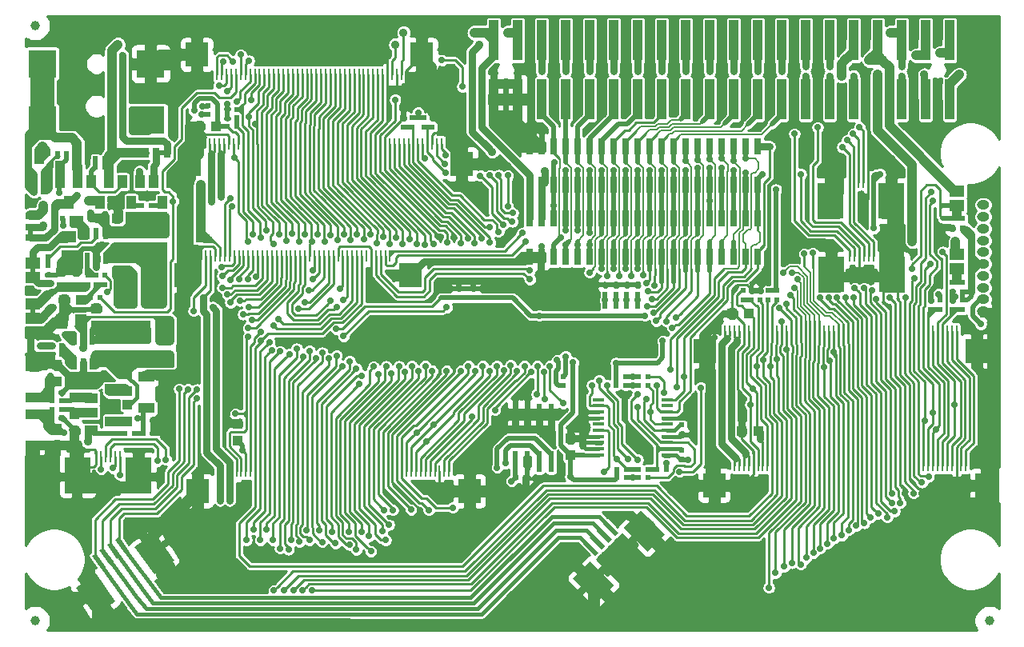
<source format=gbr>
G04 #@! TF.GenerationSoftware,KiCad,Pcbnew,5.1.0-rc2-unknown-036be7d~80~ubuntu16.04.1*
G04 #@! TF.CreationDate,2019-07-29T14:55:38+03:00*
G04 #@! TF.ProjectId,LCD-DRIVER_Rev_C,4c43442d-4452-4495-9645-525f5265765f,D*
G04 #@! TF.SameCoordinates,Original*
G04 #@! TF.FileFunction,Copper,L2,Bot*
G04 #@! TF.FilePolarity,Positive*
%FSLAX46Y46*%
G04 Gerber Fmt 4.6, Leading zero omitted, Abs format (unit mm)*
G04 Created by KiCad (PCBNEW 5.1.0-rc2-unknown-036be7d~80~ubuntu16.04.1) date 2019-07-29 14:55:38*
%MOMM*%
%LPD*%
G04 APERTURE LIST*
%ADD10C,0.508000*%
%ADD11R,1.016000X1.016000*%
%ADD12R,0.700000X1.800000*%
%ADD13R,1.600200X1.168400*%
%ADD14R,1.000000X4.250000*%
%ADD15R,3.000000X3.000000*%
%ADD16O,1.300000X1.000000*%
%ADD17R,0.500000X0.550000*%
%ADD18R,2.400000X2.600000*%
%ADD19R,0.250000X1.300000*%
%ADD20R,1.016000X0.762000*%
%ADD21R,0.550000X0.500000*%
%ADD22R,1.524000X1.270000*%
%ADD23R,1.270000X1.524000*%
%ADD24R,0.762000X1.016000*%
%ADD25R,1.700000X1.000000*%
%ADD26R,1.000000X1.400000*%
%ADD27R,1.400000X1.000000*%
%ADD28C,1.000000*%
%ADD29R,2.400000X3.200000*%
%ADD30R,2.800000X3.800000*%
%ADD31C,2.600000*%
%ADD32C,0.200000*%
%ADD33C,2.200000*%
%ADD34C,0.500000*%
%ADD35R,1.270000X0.325000*%
%ADD36R,0.600000X2.200000*%
%ADD37R,0.550000X1.200000*%
%ADD38R,4.500000X1.750000*%
%ADD39C,0.700000*%
%ADD40C,0.900000*%
%ADD41C,0.254000*%
%ADD42C,1.016000*%
%ADD43C,0.762000*%
%ADD44C,0.381000*%
%ADD45C,1.270000*%
%ADD46C,0.152400*%
%ADD47C,2.540000*%
G04 APERTURE END LIST*
D10*
X71247000Y-91440000D02*
X71247000Y-92964000D01*
X70993000Y-83312000D02*
X70993000Y-84582000D01*
X84328000Y-75438000D02*
X85598000Y-75438000D01*
X71247000Y-87122000D02*
X71247000Y-88646000D01*
D11*
X81280000Y-102108000D03*
X81280000Y-103886000D03*
D12*
X135255000Y-86487000D03*
X135255000Y-82423000D03*
X133985000Y-86487000D03*
X133985000Y-82423000D03*
X132715000Y-86487000D03*
X132715000Y-82423000D03*
X131445000Y-86487000D03*
X131445000Y-82423000D03*
X130175000Y-86487000D03*
X130175000Y-82423000D03*
X128905000Y-86487000D03*
X128905000Y-82423000D03*
X127635000Y-86487000D03*
X127635000Y-82423000D03*
X126365000Y-86487000D03*
X126365000Y-82423000D03*
X125095000Y-86487000D03*
X125095000Y-82423000D03*
X123825000Y-86487000D03*
X123825000Y-82423000D03*
X136525000Y-82423000D03*
X136525000Y-86487000D03*
X137795000Y-82423000D03*
X137795000Y-86487000D03*
X139065000Y-82423000D03*
X139065000Y-86487000D03*
X140335000Y-82423000D03*
X140335000Y-86487000D03*
X141605000Y-82423000D03*
X141605000Y-86487000D03*
X142875000Y-82423000D03*
X142875000Y-86487000D03*
X144145000Y-82423000D03*
X144145000Y-86487000D03*
X145415000Y-82423000D03*
X145415000Y-86487000D03*
X146685000Y-82423000D03*
X146685000Y-86487000D03*
X147955000Y-82423000D03*
X147955000Y-86487000D03*
X135255000Y-74803000D03*
X135255000Y-78867000D03*
X133985000Y-74803000D03*
X133985000Y-78867000D03*
X132715000Y-74803000D03*
X132715000Y-78867000D03*
X131445000Y-74803000D03*
X131445000Y-78867000D03*
X130175000Y-74803000D03*
X130175000Y-78867000D03*
X128905000Y-74803000D03*
X128905000Y-78867000D03*
X127635000Y-74803000D03*
X127635000Y-78867000D03*
X126365000Y-74803000D03*
X126365000Y-78867000D03*
X125095000Y-74803000D03*
X125095000Y-78867000D03*
X123825000Y-74803000D03*
X123825000Y-78867000D03*
X136525000Y-78867000D03*
X136525000Y-74803000D03*
X137795000Y-78867000D03*
X137795000Y-74803000D03*
X139065000Y-78867000D03*
X139065000Y-74803000D03*
X140335000Y-78867000D03*
X140335000Y-74803000D03*
X141605000Y-78867000D03*
X141605000Y-74803000D03*
X142875000Y-78867000D03*
X142875000Y-74803000D03*
X144145000Y-78867000D03*
X144145000Y-74803000D03*
X145415000Y-78867000D03*
X145415000Y-74803000D03*
X146685000Y-78867000D03*
X146685000Y-74803000D03*
X147955000Y-78867000D03*
X147955000Y-74803000D03*
D13*
X71247000Y-92964000D03*
X71247000Y-92964000D03*
X71247000Y-91440000D03*
D14*
X168275000Y-69800000D03*
X168275000Y-63550000D03*
X165735000Y-69800000D03*
X165735000Y-63550000D03*
X163195000Y-69800000D03*
X163195000Y-63550000D03*
X160655000Y-69800000D03*
X160655000Y-63550000D03*
X158115000Y-69800000D03*
X158115000Y-63550000D03*
X155575000Y-69800000D03*
X155575000Y-63550000D03*
X153035000Y-69800000D03*
X153035000Y-63550000D03*
X150495000Y-69800000D03*
X150495000Y-63550000D03*
X147955000Y-69800000D03*
X147955000Y-63550000D03*
X145415000Y-69800000D03*
X145415000Y-63550000D03*
X142875000Y-69800000D03*
X142875000Y-63550000D03*
X140335000Y-69800000D03*
X140335000Y-63550000D03*
X137795000Y-69800000D03*
X137795000Y-63550000D03*
X135255000Y-69800000D03*
X135255000Y-63550000D03*
X132715000Y-69800000D03*
X132715000Y-63550000D03*
X130175000Y-69800000D03*
X130175000Y-63550000D03*
X127635000Y-69800000D03*
X127635000Y-63550000D03*
X125095000Y-69800000D03*
X125095000Y-63550000D03*
X122555000Y-69800000D03*
X122555000Y-63550000D03*
X120015000Y-69800000D03*
X120015000Y-63550000D03*
D15*
X83728000Y-66026000D03*
X83728000Y-72026000D03*
X72228000Y-66026000D03*
X72228000Y-72026000D03*
D16*
X171831000Y-80989000D03*
X171831000Y-82239000D03*
X171831000Y-83489000D03*
X171831000Y-84739000D03*
X171831000Y-85989000D03*
X171831000Y-87239000D03*
X171831000Y-88489000D03*
X171831000Y-89739000D03*
X171831000Y-90989000D03*
X171831000Y-92239000D03*
D17*
X82042000Y-105156000D03*
X81026000Y-105156000D03*
D18*
X111200000Y-88450000D03*
X87400000Y-88450000D03*
D19*
X109050000Y-86350000D03*
X108550000Y-86350000D03*
X108050000Y-86350000D03*
X107550000Y-86350000D03*
X107050000Y-86350000D03*
X106550000Y-86350000D03*
X106050000Y-86350000D03*
X105550000Y-86350000D03*
X105050000Y-86350000D03*
X104550000Y-86350000D03*
X104050000Y-86350000D03*
X103550000Y-86350000D03*
X103050000Y-86350000D03*
X102550000Y-86350000D03*
X102050000Y-86350000D03*
X101550000Y-86350000D03*
X101050000Y-86350000D03*
X100550000Y-86350000D03*
X100050000Y-86350000D03*
X99550000Y-86350000D03*
X99050000Y-86350000D03*
X98550000Y-86350000D03*
X98050000Y-86350000D03*
X97550000Y-86350000D03*
X97050000Y-86350000D03*
X96550000Y-86350000D03*
X96050000Y-86350000D03*
X95550000Y-86350000D03*
X95050000Y-86350000D03*
X94550000Y-86350000D03*
X94050000Y-86350000D03*
X93550000Y-86350000D03*
X93050000Y-86350000D03*
X92550000Y-86350000D03*
X92050000Y-86350000D03*
X91550000Y-86350000D03*
X91050000Y-86350000D03*
X90550000Y-86350000D03*
X90050000Y-86350000D03*
X89550000Y-86350000D03*
D20*
X70993000Y-84455000D03*
X70993000Y-83312000D03*
X70993000Y-82169000D03*
D11*
X88900000Y-72644000D03*
X90678000Y-72644000D03*
X87249000Y-84455000D03*
X89027000Y-84455000D03*
D21*
X110490000Y-72771000D03*
X110490000Y-71755000D03*
D11*
X87249000Y-82677000D03*
X89027000Y-82677000D03*
D17*
X83947000Y-105156000D03*
X82931000Y-105156000D03*
D11*
X145288000Y-92456000D03*
X147066000Y-92456000D03*
D21*
X166243000Y-92075000D03*
X166243000Y-91059000D03*
X129413000Y-107442000D03*
X129413000Y-106426000D03*
D11*
X128143000Y-105664000D03*
X128143000Y-107442000D03*
D21*
X139954000Y-106934000D03*
X139954000Y-107950000D03*
X139954000Y-104267000D03*
X139954000Y-105283000D03*
D17*
X77851000Y-76962000D03*
X78867000Y-76962000D03*
D11*
X73787000Y-104648000D03*
X73787000Y-106426000D03*
D22*
X75057000Y-84328000D03*
X75057000Y-86360000D03*
D17*
X123444000Y-109855000D03*
X122428000Y-109855000D03*
D11*
X75692000Y-103124000D03*
X75692000Y-104902000D03*
D23*
X74295000Y-93345000D03*
X76327000Y-93345000D03*
D11*
X74168000Y-76835000D03*
X75946000Y-76835000D03*
X74549000Y-91059000D03*
X76327000Y-91059000D03*
X81280000Y-100711000D03*
X81280000Y-98933000D03*
X75692000Y-99568000D03*
X75692000Y-101346000D03*
X80137000Y-82423000D03*
X78359000Y-82423000D03*
X73787000Y-99695000D03*
X73787000Y-97917000D03*
X77978000Y-91948000D03*
X77978000Y-93726000D03*
D24*
X85471000Y-75438000D03*
X84328000Y-75438000D03*
X83185000Y-75438000D03*
D25*
X83312000Y-102488000D03*
X83312000Y-99188000D03*
D26*
X81661000Y-80729000D03*
X82611000Y-78529000D03*
X80711000Y-78529000D03*
D25*
X71374000Y-103125000D03*
X71374000Y-106425000D03*
D27*
X79586000Y-103886000D03*
X77386000Y-102936000D03*
X77386000Y-104836000D03*
X79586000Y-100457000D03*
X77386000Y-99507000D03*
X77386000Y-101407000D03*
D25*
X71374000Y-101345000D03*
X71374000Y-98045000D03*
D26*
X77409040Y-78521560D03*
X79311500Y-78521560D03*
X78356460Y-80731360D03*
X74107040Y-78521560D03*
X76009500Y-78521560D03*
X75054460Y-80731360D03*
D28*
X71500000Y-62000000D03*
X71500000Y-125000000D03*
X172500000Y-125000000D03*
D13*
X169037000Y-81026000D03*
X169037000Y-79502000D03*
X169037000Y-79502000D03*
D29*
X155550000Y-88650000D03*
D19*
X160200000Y-86350000D03*
X159700000Y-86350000D03*
X159200000Y-86350000D03*
X158700000Y-86350000D03*
X158200000Y-86350000D03*
X157700000Y-86350000D03*
D30*
X162150000Y-88350000D03*
X155750000Y-88350000D03*
D29*
X162350000Y-88650000D03*
D18*
X111200000Y-88450000D03*
X87400000Y-88450000D03*
D19*
X109050000Y-86350000D03*
X108550000Y-86350000D03*
X108050000Y-86350000D03*
X107550000Y-86350000D03*
X107050000Y-86350000D03*
X106550000Y-86350000D03*
X106050000Y-86350000D03*
X105550000Y-86350000D03*
X105050000Y-86350000D03*
X104550000Y-86350000D03*
X104050000Y-86350000D03*
X103550000Y-86350000D03*
X103050000Y-86350000D03*
X102550000Y-86350000D03*
X102050000Y-86350000D03*
X101550000Y-86350000D03*
X101050000Y-86350000D03*
X100550000Y-86350000D03*
X100050000Y-86350000D03*
X99550000Y-86350000D03*
X99050000Y-86350000D03*
X98550000Y-86350000D03*
X98050000Y-86350000D03*
X97550000Y-86350000D03*
X97050000Y-86350000D03*
X96550000Y-86350000D03*
X96050000Y-86350000D03*
X95550000Y-86350000D03*
X95050000Y-86350000D03*
X94550000Y-86350000D03*
X94050000Y-86350000D03*
X93550000Y-86350000D03*
X93050000Y-86350000D03*
X92550000Y-86350000D03*
X92050000Y-86350000D03*
X91550000Y-86350000D03*
X91050000Y-86350000D03*
X90550000Y-86350000D03*
X90050000Y-86350000D03*
X89550000Y-86350000D03*
D29*
X155500000Y-80850000D03*
D19*
X160150000Y-78550000D03*
X159650000Y-78550000D03*
X159150000Y-78550000D03*
X158650000Y-78550000D03*
X158150000Y-78550000D03*
X157650000Y-78550000D03*
D30*
X162100000Y-80550000D03*
X155700000Y-80550000D03*
D29*
X162300000Y-80850000D03*
D19*
X110800000Y-109150000D03*
X112300000Y-109150000D03*
X111800000Y-109150000D03*
X114300000Y-109150000D03*
X113300000Y-109150000D03*
X112800000Y-109150000D03*
X114800000Y-109150000D03*
X115300000Y-109150000D03*
X111300000Y-109150000D03*
X113800000Y-109150000D03*
D18*
X117450000Y-111250000D03*
X88650000Y-111250000D03*
D19*
X110300000Y-109150000D03*
X109800000Y-109150000D03*
X109300000Y-109150000D03*
X108800000Y-109150000D03*
X108300000Y-109150000D03*
X107800000Y-109150000D03*
X107300000Y-109150000D03*
X106800000Y-109150000D03*
X106300000Y-109150000D03*
X105800000Y-109150000D03*
X105300000Y-109150000D03*
X104800000Y-109150000D03*
X104300000Y-109150000D03*
X103800000Y-109150000D03*
X103300000Y-109150000D03*
X102800000Y-109150000D03*
X102300000Y-109150000D03*
X101800000Y-109150000D03*
X101300000Y-109150000D03*
X100800000Y-109150000D03*
X100300000Y-109150000D03*
X99800000Y-109150000D03*
X99300000Y-109150000D03*
X98800000Y-109150000D03*
X98300000Y-109150000D03*
X97800000Y-109150000D03*
X97300000Y-109150000D03*
X96800000Y-109150000D03*
X96300000Y-109150000D03*
X95800000Y-109150000D03*
X95300000Y-109150000D03*
X94800000Y-109150000D03*
X94300000Y-109150000D03*
X93800000Y-109150000D03*
X93300000Y-109150000D03*
X92800000Y-109150000D03*
X92300000Y-109150000D03*
X91800000Y-109150000D03*
X91300000Y-109150000D03*
X90800000Y-109150000D03*
D31*
X84108090Y-117884778D03*
D32*
G36*
X84140550Y-115664655D02*
G01*
X86205425Y-118613602D01*
X84075630Y-120104901D01*
X82010755Y-117155954D01*
X84140550Y-115664655D01*
X84140550Y-115664655D01*
G37*
D33*
X83985132Y-117360487D03*
D32*
G36*
X84140550Y-115664655D02*
G01*
X85631849Y-117794451D01*
X83829714Y-119056319D01*
X82338415Y-116926523D01*
X84140550Y-115664655D01*
X84140550Y-115664655D01*
G37*
D34*
X78217928Y-118713023D03*
D32*
G36*
X77906497Y-117832392D02*
G01*
X78938935Y-119306866D01*
X78529359Y-119593654D01*
X77496921Y-118119180D01*
X77906497Y-117832392D01*
X77906497Y-117832392D01*
G37*
D34*
X79037080Y-118139446D03*
D32*
G36*
X78725649Y-117258815D02*
G01*
X79758087Y-118733289D01*
X79348511Y-119020077D01*
X78316073Y-117545603D01*
X78725649Y-117258815D01*
X78725649Y-117258815D01*
G37*
D34*
X79856232Y-117565870D03*
D32*
G36*
X79544801Y-116685239D02*
G01*
X80577239Y-118159713D01*
X80167663Y-118446501D01*
X79135225Y-116972027D01*
X79544801Y-116685239D01*
X79544801Y-116685239D01*
G37*
D34*
X80675384Y-116992293D03*
D32*
G36*
X80363953Y-116111662D02*
G01*
X81396391Y-117586136D01*
X80986815Y-117872924D01*
X79954377Y-116398450D01*
X80363953Y-116111662D01*
X80363953Y-116111662D01*
G37*
D33*
X77431916Y-121949098D03*
D32*
G36*
X77587334Y-120253266D02*
G01*
X79078633Y-122383062D01*
X77276498Y-123644930D01*
X75785199Y-121515134D01*
X77587334Y-120253266D01*
X77587334Y-120253266D01*
G37*
D31*
X77882534Y-122243959D03*
D32*
G36*
X77914994Y-120023836D02*
G01*
X79979869Y-122972783D01*
X77850074Y-124464082D01*
X75785199Y-121515135D01*
X77914994Y-120023836D01*
X77914994Y-120023836D01*
G37*
D29*
X75800000Y-109900000D03*
D19*
X80450000Y-107600000D03*
X79950000Y-107600000D03*
X79450000Y-107600000D03*
X78950000Y-107600000D03*
X78450000Y-107600000D03*
X77950000Y-107600000D03*
D30*
X82400000Y-109600000D03*
X76000000Y-109600000D03*
D29*
X82600000Y-109900000D03*
D19*
X164500000Y-94350000D03*
X166000000Y-94350000D03*
X165500000Y-94350000D03*
X168000000Y-94350000D03*
X167000000Y-94350000D03*
X166500000Y-94350000D03*
X168500000Y-94350000D03*
X169000000Y-94350000D03*
X165000000Y-94350000D03*
X167500000Y-94350000D03*
D18*
X171150000Y-96450000D03*
X142350000Y-96450000D03*
D19*
X164000000Y-94350000D03*
X163500000Y-94350000D03*
X163000000Y-94350000D03*
X162500000Y-94350000D03*
X162000000Y-94350000D03*
X161500000Y-94350000D03*
X161000000Y-94350000D03*
X160500000Y-94350000D03*
X160000000Y-94350000D03*
X159500000Y-94350000D03*
X159000000Y-94350000D03*
X158500000Y-94350000D03*
X158000000Y-94350000D03*
X157500000Y-94350000D03*
X157000000Y-94350000D03*
X156500000Y-94350000D03*
X156000000Y-94350000D03*
X155500000Y-94350000D03*
X155000000Y-94350000D03*
X154500000Y-94350000D03*
X154000000Y-94350000D03*
X153500000Y-94350000D03*
X153000000Y-94350000D03*
X152500000Y-94350000D03*
X152000000Y-94350000D03*
X151500000Y-94350000D03*
X151000000Y-94350000D03*
X150500000Y-94350000D03*
X150000000Y-94350000D03*
X149500000Y-94350000D03*
X149000000Y-94350000D03*
X148500000Y-94350000D03*
X148000000Y-94350000D03*
X147500000Y-94350000D03*
X147000000Y-94350000D03*
X146500000Y-94350000D03*
X146000000Y-94350000D03*
X145500000Y-94350000D03*
X145000000Y-94350000D03*
X144500000Y-94350000D03*
D31*
X135974874Y-115500862D03*
D32*
G36*
X135621321Y-113308831D02*
G01*
X138166905Y-115854415D01*
X136328427Y-117692893D01*
X133782843Y-115147309D01*
X135621321Y-113308831D01*
X135621321Y-113308831D01*
G37*
D33*
X135762742Y-115005887D03*
D32*
G36*
X135621321Y-113308831D02*
G01*
X137459798Y-115147308D01*
X135904163Y-116702943D01*
X134065686Y-114864466D01*
X135621321Y-113308831D01*
X135621321Y-113308831D01*
G37*
D34*
X130318019Y-117339340D03*
D32*
G36*
X129858400Y-116526167D02*
G01*
X131131192Y-117798959D01*
X130777638Y-118152513D01*
X129504846Y-116879721D01*
X129858400Y-116526167D01*
X129858400Y-116526167D01*
G37*
D34*
X131025126Y-116632233D03*
D32*
G36*
X130565507Y-115819060D02*
G01*
X131838299Y-117091852D01*
X131484745Y-117445406D01*
X130211953Y-116172614D01*
X130565507Y-115819060D01*
X130565507Y-115819060D01*
G37*
D34*
X131732233Y-115925126D03*
D32*
G36*
X131272614Y-115111953D02*
G01*
X132545406Y-116384745D01*
X132191852Y-116738299D01*
X130919060Y-115465507D01*
X131272614Y-115111953D01*
X131272614Y-115111953D01*
G37*
D34*
X132439340Y-115218019D03*
D32*
G36*
X131979721Y-114404846D02*
G01*
X133252513Y-115677638D01*
X132898959Y-116031192D01*
X131626167Y-114758400D01*
X131979721Y-114404846D01*
X131979721Y-114404846D01*
G37*
D33*
X130105887Y-120662742D03*
D32*
G36*
X129964466Y-118965686D02*
G01*
X131802943Y-120804163D01*
X130247308Y-122359798D01*
X128408831Y-120521321D01*
X129964466Y-118965686D01*
X129964466Y-118965686D01*
G37*
D31*
X130600862Y-120874874D03*
D32*
G36*
X130247309Y-118682843D02*
G01*
X132792893Y-121228427D01*
X130954415Y-123066905D01*
X128408831Y-120521321D01*
X130247309Y-118682843D01*
X130247309Y-118682843D01*
G37*
D17*
X92837000Y-72644000D03*
X91821000Y-72644000D03*
X92837000Y-71755000D03*
X91821000Y-71755000D03*
X92837000Y-70866000D03*
X91821000Y-70866000D03*
X89789000Y-70485000D03*
X90805000Y-70485000D03*
X89789000Y-71374000D03*
X90805000Y-71374000D03*
D21*
X111379000Y-72771000D03*
X111379000Y-71755000D03*
X112649000Y-72771000D03*
X112649000Y-71755000D03*
X113538000Y-72771000D03*
X113538000Y-71755000D03*
X117856000Y-90805000D03*
X117856000Y-89789000D03*
X116332000Y-90805000D03*
X116332000Y-89789000D03*
X169672000Y-83439000D03*
X169672000Y-82423000D03*
X168529000Y-82423000D03*
X168529000Y-83439000D03*
X169672000Y-90170000D03*
X169672000Y-89154000D03*
X168529000Y-89154000D03*
X168529000Y-90170000D03*
D17*
X82931000Y-103759000D03*
X83947000Y-103759000D03*
D21*
X146431000Y-91059000D03*
X146431000Y-90043000D03*
X147320000Y-91059000D03*
X147320000Y-90043000D03*
X148209000Y-91059000D03*
X148209000Y-90043000D03*
X149098000Y-91059000D03*
X149098000Y-90043000D03*
X149987000Y-91059000D03*
X149987000Y-90043000D03*
X167259000Y-92075000D03*
X167259000Y-91059000D03*
X169672000Y-92075000D03*
X169672000Y-91059000D03*
X168529000Y-92075000D03*
X168529000Y-91059000D03*
D17*
X138303000Y-108966000D03*
X137287000Y-108966000D03*
X132969000Y-100076000D03*
X133985000Y-100076000D03*
X132969000Y-99187000D03*
X133985000Y-99187000D03*
X133096000Y-109855000D03*
X134112000Y-109855000D03*
X133096000Y-108966000D03*
X134112000Y-108966000D03*
X136398000Y-108966000D03*
X135382000Y-108966000D03*
X136398000Y-109855000D03*
X135382000Y-109855000D03*
X136398000Y-99187000D03*
X135382000Y-99187000D03*
X136398000Y-100076000D03*
X135382000Y-100076000D03*
X78867000Y-76073000D03*
X77851000Y-76073000D03*
X73279000Y-103505000D03*
X74295000Y-103505000D03*
X82804000Y-81026000D03*
X83820000Y-81026000D03*
X70993000Y-95885000D03*
X72009000Y-95885000D03*
X73279000Y-102616000D03*
X74295000Y-102616000D03*
D21*
X77089000Y-89408000D03*
X77089000Y-88392000D03*
D17*
X75819000Y-75565000D03*
X74803000Y-75565000D03*
D21*
X77978000Y-89408000D03*
X77978000Y-88392000D03*
D17*
X73279000Y-95885000D03*
X74295000Y-95885000D03*
X74295000Y-96774000D03*
X73279000Y-96774000D03*
D21*
X78867000Y-88392000D03*
X78867000Y-89408000D03*
D17*
X78359000Y-90805000D03*
X77343000Y-90805000D03*
X76327000Y-82423000D03*
X77343000Y-82423000D03*
X75438000Y-82423000D03*
X74422000Y-82423000D03*
D21*
X135255000Y-91694000D03*
X135255000Y-92710000D03*
X135255000Y-90424000D03*
X135255000Y-89408000D03*
X134112000Y-91694000D03*
X134112000Y-92710000D03*
X134112000Y-90424000D03*
X134112000Y-89408000D03*
D17*
X73279000Y-101727000D03*
X74295000Y-101727000D03*
D21*
X132969000Y-91694000D03*
X132969000Y-92710000D03*
X132969000Y-90424000D03*
X132969000Y-89408000D03*
D17*
X73279000Y-100838000D03*
X74295000Y-100838000D03*
D21*
X131826000Y-91694000D03*
X131826000Y-92710000D03*
X131826000Y-90424000D03*
X131826000Y-89408000D03*
D26*
X84013040Y-78521560D03*
X85915500Y-78521560D03*
X84960460Y-80731360D03*
D13*
X169037000Y-87757000D03*
X169037000Y-86233000D03*
X169037000Y-86233000D03*
D35*
X131127500Y-107446000D03*
X131127500Y-106796000D03*
X131127500Y-106146000D03*
X131127500Y-105496000D03*
X131127500Y-104846000D03*
X131127500Y-104196000D03*
X131127500Y-103546000D03*
X131127500Y-102896000D03*
X131127500Y-102246000D03*
X131127500Y-101596000D03*
X138366500Y-101596000D03*
X138366500Y-102246000D03*
X138366500Y-102896000D03*
X138366500Y-103546000D03*
X138366500Y-104196000D03*
X138366500Y-104846000D03*
X138366500Y-105496000D03*
X138366500Y-106146000D03*
X138366500Y-106796000D03*
X138366500Y-107446000D03*
D36*
X122301000Y-108164000D03*
X123571000Y-108164000D03*
X124841000Y-108164000D03*
X126111000Y-108164000D03*
X126111000Y-103164000D03*
X124841000Y-103164000D03*
X123571000Y-103164000D03*
X122301000Y-103164000D03*
D37*
X78928000Y-84043900D03*
X77978000Y-84043900D03*
X77028000Y-84043900D03*
X77028000Y-86644100D03*
X77978000Y-86644100D03*
X78928000Y-86644100D03*
X77531000Y-95219900D03*
X76581000Y-95219900D03*
X75631000Y-95219900D03*
X75631000Y-97820100D03*
X76581000Y-97820100D03*
X77531000Y-97820100D03*
D13*
X71247000Y-88646000D03*
X71247000Y-88646000D03*
X71247000Y-87122000D03*
D19*
X110000000Y-74550000D03*
X111500000Y-74550000D03*
X111000000Y-74550000D03*
X113500000Y-74550000D03*
X112500000Y-74550000D03*
X112000000Y-74550000D03*
X114000000Y-74550000D03*
X114500000Y-74550000D03*
X110500000Y-74550000D03*
X113000000Y-74550000D03*
D18*
X116650000Y-76650000D03*
X87850000Y-76650000D03*
D19*
X109500000Y-74550000D03*
X109000000Y-74550000D03*
X108500000Y-74550000D03*
X108000000Y-74550000D03*
X107500000Y-74550000D03*
X107000000Y-74550000D03*
X106500000Y-74550000D03*
X106000000Y-74550000D03*
X105500000Y-74550000D03*
X105000000Y-74550000D03*
X104500000Y-74550000D03*
X104000000Y-74550000D03*
X103500000Y-74550000D03*
X103000000Y-74550000D03*
X102500000Y-74550000D03*
X102000000Y-74550000D03*
X101500000Y-74550000D03*
X101000000Y-74550000D03*
X100500000Y-74550000D03*
X100000000Y-74550000D03*
X99500000Y-74550000D03*
X99000000Y-74550000D03*
X98500000Y-74550000D03*
X98000000Y-74550000D03*
X97500000Y-74550000D03*
X97000000Y-74550000D03*
X96500000Y-74550000D03*
X96000000Y-74550000D03*
X95500000Y-74550000D03*
X95000000Y-74550000D03*
X94500000Y-74550000D03*
X94000000Y-74550000D03*
X93500000Y-74550000D03*
X93000000Y-74550000D03*
X92500000Y-74550000D03*
X92000000Y-74550000D03*
X91500000Y-74550000D03*
X91000000Y-74550000D03*
X90500000Y-74550000D03*
X90000000Y-74550000D03*
X165500000Y-108550000D03*
X167000000Y-108550000D03*
X166500000Y-108550000D03*
X169000000Y-108550000D03*
X168000000Y-108550000D03*
X167500000Y-108550000D03*
X169500000Y-108550000D03*
X170000000Y-108550000D03*
X166000000Y-108550000D03*
X168500000Y-108550000D03*
D18*
X172150000Y-110650000D03*
X143350000Y-110650000D03*
D19*
X165000000Y-108550000D03*
X164500000Y-108550000D03*
X164000000Y-108550000D03*
X163500000Y-108550000D03*
X163000000Y-108550000D03*
X162500000Y-108550000D03*
X162000000Y-108550000D03*
X161500000Y-108550000D03*
X161000000Y-108550000D03*
X160500000Y-108550000D03*
X160000000Y-108550000D03*
X159500000Y-108550000D03*
X159000000Y-108550000D03*
X158500000Y-108550000D03*
X158000000Y-108550000D03*
X157500000Y-108550000D03*
X157000000Y-108550000D03*
X156500000Y-108550000D03*
X156000000Y-108550000D03*
X155500000Y-108550000D03*
X155000000Y-108550000D03*
X154500000Y-108550000D03*
X154000000Y-108550000D03*
X153500000Y-108550000D03*
X153000000Y-108550000D03*
X152500000Y-108550000D03*
X152000000Y-108550000D03*
X151500000Y-108550000D03*
X151000000Y-108550000D03*
X150500000Y-108550000D03*
X150000000Y-108550000D03*
X149500000Y-108550000D03*
X149000000Y-108550000D03*
X148500000Y-108550000D03*
X148000000Y-108550000D03*
X147500000Y-108550000D03*
X147000000Y-108550000D03*
X146500000Y-108550000D03*
X146000000Y-108550000D03*
X145500000Y-108550000D03*
D18*
X88600000Y-65066000D03*
X112400000Y-65066000D03*
D19*
X90750000Y-67166000D03*
X91250000Y-67166000D03*
X91750000Y-67166000D03*
X92250000Y-67166000D03*
X92750000Y-67166000D03*
X93250000Y-67166000D03*
X93750000Y-67166000D03*
X94250000Y-67166000D03*
X94750000Y-67166000D03*
X95250000Y-67166000D03*
X95750000Y-67166000D03*
X96250000Y-67166000D03*
X96750000Y-67166000D03*
X97250000Y-67166000D03*
X97750000Y-67166000D03*
X98250000Y-67166000D03*
X98750000Y-67166000D03*
X99250000Y-67166000D03*
X99750000Y-67166000D03*
X100250000Y-67166000D03*
X100750000Y-67166000D03*
X101250000Y-67166000D03*
X101750000Y-67166000D03*
X102250000Y-67166000D03*
X102750000Y-67166000D03*
X103250000Y-67166000D03*
X103750000Y-67166000D03*
X104250000Y-67166000D03*
X104750000Y-67166000D03*
X105250000Y-67166000D03*
X105750000Y-67166000D03*
X106250000Y-67166000D03*
X106750000Y-67166000D03*
X107250000Y-67166000D03*
X107750000Y-67166000D03*
X108250000Y-67166000D03*
X108750000Y-67166000D03*
X109250000Y-67166000D03*
X109750000Y-67166000D03*
X110250000Y-67166000D03*
D11*
X92964000Y-104140000D03*
X92964000Y-105918000D03*
X146304000Y-104902000D03*
X148082000Y-104902000D03*
D17*
X128397000Y-100076000D03*
X127381000Y-100076000D03*
X128397000Y-99187000D03*
X127381000Y-99187000D03*
D11*
X74295000Y-89662000D03*
X74295000Y-87884000D03*
X75819000Y-87884000D03*
X75819000Y-89662000D03*
D26*
X71884540Y-75986640D03*
X70929500Y-78196440D03*
X72831960Y-78196440D03*
D17*
X71374000Y-79629000D03*
X72390000Y-79629000D03*
X73914000Y-75565000D03*
X72898000Y-75565000D03*
D38*
X83312000Y-82601000D03*
X83312000Y-85801000D03*
X81534000Y-97294500D03*
X81534000Y-94094500D03*
D21*
X72898000Y-88392000D03*
X72898000Y-87376000D03*
X72898000Y-86487000D03*
X72898000Y-85471000D03*
D26*
X80650000Y-88138000D03*
X84450000Y-88138000D03*
D27*
X85090000Y-93731000D03*
X85090000Y-97531000D03*
D26*
X80650000Y-90932000D03*
X84450000Y-90932000D03*
D39*
X93472000Y-106976010D03*
D40*
X72390000Y-81026000D03*
D39*
X170307000Y-83820000D03*
X148209000Y-105791000D03*
X167132000Y-90424000D03*
X170561000Y-89408000D03*
X89027000Y-81661000D03*
D40*
X89027000Y-78867000D03*
D39*
X104140000Y-91059000D03*
X103378000Y-94107000D03*
X149890022Y-79349838D03*
X136017000Y-92710000D03*
X124841000Y-92710000D03*
X127635000Y-97028000D03*
X112035496Y-71204012D03*
X147447000Y-100457000D03*
D40*
X77216000Y-80518000D03*
D39*
X79121000Y-90208040D03*
X88328500Y-70993000D03*
X74930000Y-94742000D03*
X77343000Y-81788000D03*
D40*
X72390000Y-83185000D03*
D39*
X78867053Y-81981277D03*
X78867000Y-93599000D03*
X78867000Y-94614986D03*
X75946000Y-79925010D03*
D40*
X110490006Y-62738000D03*
X117983000Y-62738000D03*
X72263000Y-74802994D03*
D39*
X115824000Y-89027000D03*
X114300000Y-89027000D03*
X115824000Y-86995000D03*
X114300000Y-86995000D03*
X115824000Y-98044000D03*
X114300000Y-98044000D03*
D40*
X74803000Y-61468000D03*
X173101000Y-71755000D03*
X173101000Y-61468000D03*
X71120000Y-121539000D03*
X73025000Y-114681000D03*
X75184000Y-114681000D03*
X70993000Y-109855000D03*
X70993000Y-112395000D03*
X70993000Y-115697000D03*
X70993000Y-114681000D03*
X73914000Y-122555000D03*
X76200000Y-125349000D03*
X73914000Y-125349000D03*
X71120000Y-122555000D03*
X80010000Y-125349000D03*
X81915000Y-125349000D03*
X84455000Y-125349000D03*
X86995000Y-125349000D03*
X89535000Y-125349000D03*
X92075000Y-125349000D03*
X94615000Y-125349000D03*
X97155000Y-125349000D03*
X99695000Y-125349000D03*
X102235000Y-125349000D03*
X172847000Y-122555004D03*
X170180000Y-123190000D03*
X166624000Y-120650000D03*
X166624000Y-123190000D03*
X168910000Y-114554000D03*
X170815000Y-114554000D03*
X172847000Y-99060000D03*
X172847000Y-101600000D03*
X172847000Y-104140000D03*
X172847000Y-106680000D03*
X172847000Y-94742000D03*
X172847000Y-96520000D03*
X172847000Y-108839000D03*
X172847000Y-114554000D03*
X172847000Y-112522000D03*
X78105000Y-125349000D03*
D39*
X85090000Y-102489000D03*
X91694000Y-102489000D03*
D40*
X77343000Y-119761000D03*
X70993000Y-107442000D03*
X70993000Y-94361000D03*
D39*
X78605099Y-85224901D03*
X76171999Y-87058500D03*
X76171999Y-86106000D03*
D40*
X70993000Y-97028000D03*
X83693000Y-61468000D03*
X108839000Y-61468000D03*
X88646000Y-61468000D03*
X112395000Y-61468000D03*
X115443000Y-73025000D03*
X120650000Y-73025000D03*
X122047000Y-73024998D03*
X123317000Y-73025000D03*
D39*
X167360794Y-83232107D03*
X162941008Y-83185000D03*
X160020000Y-75946000D03*
X161797998Y-75946000D03*
X156591000Y-75946000D03*
X153289000Y-75946000D03*
X166876232Y-89528811D03*
X168865878Y-90666132D03*
D40*
X84836002Y-120142000D03*
X85852000Y-120142000D03*
D39*
X163553976Y-111505719D03*
X165354000Y-111505994D03*
X151003000Y-75946000D03*
X140589000Y-107950000D03*
X143002000Y-101219000D03*
X142978676Y-106910676D03*
D40*
X133346371Y-125513290D03*
D39*
X125095000Y-85344000D03*
X115821651Y-84451157D03*
X114300603Y-84370010D03*
X143002000Y-98425000D03*
X143002000Y-99822000D03*
X129413000Y-93980000D03*
X129413000Y-89408000D03*
D40*
X172847000Y-93218000D03*
X173101000Y-90297000D03*
X173101000Y-87884000D03*
X173101000Y-85471000D03*
X173101000Y-82931000D03*
X173101000Y-80391000D03*
X173101000Y-78232000D03*
X173101000Y-69215000D03*
X173101000Y-66675000D03*
X173101000Y-64135000D03*
X171450000Y-61468000D03*
X169545000Y-61468000D03*
X167005000Y-61468000D03*
X164465000Y-61468000D03*
X161925000Y-61468000D03*
X159385000Y-61468000D03*
X156845000Y-61468000D03*
X154305000Y-61468000D03*
X151765000Y-61468000D03*
X149225000Y-61468000D03*
X146685000Y-61468000D03*
X144145000Y-61468000D03*
X141605000Y-61468000D03*
X139065000Y-61468000D03*
X136525000Y-61468000D03*
X133985000Y-61468000D03*
X131445000Y-61468000D03*
X128905000Y-61468000D03*
X126365000Y-61468000D03*
X123825000Y-61468000D03*
X121285000Y-61468000D03*
X118745000Y-61468000D03*
X116205000Y-61468000D03*
X114300000Y-61468000D03*
X110490000Y-61468000D03*
X106680000Y-61468000D03*
X104140000Y-61468000D03*
X101600000Y-61468000D03*
X99060000Y-61468000D03*
X96520000Y-61468000D03*
X93980000Y-61468000D03*
X91440000Y-61468000D03*
X86360000Y-61468000D03*
X78105000Y-61468000D03*
X80645000Y-61468000D03*
X70993000Y-90170000D03*
X83693000Y-68580000D03*
X86106000Y-68580000D03*
X171450000Y-62865000D03*
X171450000Y-65405000D03*
X171450000Y-67945000D03*
X171450000Y-70485000D03*
X170180000Y-71755000D03*
X170180000Y-69215000D03*
X148590000Y-125476000D03*
X151130000Y-125476000D03*
X153670000Y-125476000D03*
X156210000Y-125476000D03*
X158750000Y-125476000D03*
X161290000Y-125476000D03*
X163830000Y-125476000D03*
X166624000Y-125476000D03*
X168275000Y-125476000D03*
X170180000Y-125476000D03*
X170815000Y-112522000D03*
X168910000Y-112522000D03*
X166624000Y-114554000D03*
X166624000Y-116840000D03*
X167767000Y-115697000D03*
X166624000Y-112522000D03*
X166624000Y-118110000D03*
X168275000Y-123190000D03*
X165100000Y-123190000D03*
X162560000Y-123190000D03*
X160020000Y-123190000D03*
X157480000Y-123190000D03*
X154940000Y-123190000D03*
X152400000Y-123190000D03*
X149860000Y-123190000D03*
X163830000Y-120650000D03*
X161290000Y-120650000D03*
X158750000Y-120650000D03*
X156210000Y-120650000D03*
X153670000Y-120650000D03*
X163830000Y-118110000D03*
X163830000Y-115570000D03*
X161290000Y-118110000D03*
X158750000Y-118110000D03*
X156210000Y-118110000D03*
X169000000Y-110650000D03*
D39*
X141277010Y-101231131D03*
X128905000Y-66802000D03*
X131445000Y-66802000D03*
X133985000Y-66802000D03*
X126365000Y-66802000D03*
X136525000Y-66802000D03*
X139065000Y-66802000D03*
X141605000Y-66802000D03*
X144145000Y-66802000D03*
D40*
X86995000Y-121285000D03*
X89535000Y-121285000D03*
X92075000Y-121285000D03*
X94615000Y-121285000D03*
X88265000Y-120015000D03*
X90805000Y-120015000D03*
X93345000Y-120015000D03*
X92075000Y-118745000D03*
X92075000Y-116205000D03*
X92075000Y-113665000D03*
X90805000Y-117475000D03*
X90805000Y-114935000D03*
X89535000Y-118745000D03*
X88265000Y-117475000D03*
X89535000Y-116205000D03*
X88265000Y-114935000D03*
X89535000Y-113665000D03*
X86995000Y-116205000D03*
X85725000Y-114935000D03*
X86995000Y-113665000D03*
X73025000Y-112395000D03*
X73025000Y-109855000D03*
X73025000Y-107315000D03*
X74930000Y-123825000D03*
X76200000Y-71120000D03*
X77470000Y-72644000D03*
X74803000Y-66675000D03*
X74803000Y-64135000D03*
X78105000Y-64135000D03*
X76200000Y-65405000D03*
X115443000Y-71755000D03*
X115443000Y-70485000D03*
X166370000Y-73660000D03*
D39*
X133985000Y-93980000D03*
X133985000Y-95631000D03*
X135255000Y-94615000D03*
X135255000Y-96520000D03*
X131826000Y-93980000D03*
X130683000Y-95631000D03*
X127635000Y-95631000D03*
X127635000Y-93980000D03*
X129540000Y-95631000D03*
X125730000Y-93980000D03*
X125730000Y-91440000D03*
X127635000Y-91440000D03*
X129413000Y-91440000D03*
X125730000Y-89535000D03*
X127635000Y-89535000D03*
D40*
X88265000Y-93345000D03*
X86995000Y-94615000D03*
X88265000Y-95885000D03*
X88265000Y-98425000D03*
X86995000Y-97155000D03*
X85090010Y-98933000D03*
X85090010Y-100965000D03*
D39*
X110340978Y-113284283D03*
X112228275Y-113312712D03*
D40*
X128273240Y-125491010D03*
X109855000Y-125491010D03*
X146050812Y-125481017D03*
X125730000Y-125491010D03*
X107315000Y-125491010D03*
X143510000Y-125491010D03*
X135890000Y-125491010D03*
X104773709Y-125490888D03*
X130810002Y-125491010D03*
X140970000Y-125491010D03*
X138430000Y-125491010D03*
X123190000Y-125491010D03*
X114935000Y-125491010D03*
X117475000Y-125491010D03*
X112395000Y-125491010D03*
X120015000Y-125491010D03*
D39*
X123444000Y-110638000D03*
X129413000Y-100075994D03*
X133985000Y-96774000D03*
X131826000Y-96774000D03*
X129413000Y-96774000D03*
X136525004Y-96774000D03*
X161163000Y-85979000D03*
X122682000Y-81026000D03*
X159131000Y-81915000D03*
X136398000Y-107950000D03*
X143383000Y-95038000D03*
X91801274Y-70315011D03*
D40*
X70993000Y-80645000D03*
X74803000Y-69850000D03*
X74803000Y-72644000D03*
D39*
X86233000Y-77343000D03*
X87249000Y-81534000D03*
X87122000Y-85471000D03*
X74210010Y-87122000D03*
X87122000Y-86868000D03*
X87122000Y-83566000D03*
X80391000Y-81597500D03*
D40*
X78613000Y-99060000D03*
X86995000Y-93345000D03*
X86995004Y-95885000D03*
D39*
X77978000Y-87566500D03*
X77978000Y-85725000D03*
D40*
X87884000Y-72644000D03*
X87884000Y-74295000D03*
X86106000Y-70739000D03*
X86106000Y-72009000D03*
X86106000Y-73279000D03*
X79755990Y-102489000D03*
D39*
X119632033Y-83311719D03*
X120362324Y-98021955D03*
X117729000Y-103378000D03*
X112710032Y-76072991D03*
X168783000Y-102108000D03*
X92690593Y-103082000D03*
X94064809Y-94905466D03*
X147193000Y-102108000D03*
X167543737Y-85948267D03*
X92583000Y-75946000D03*
X94024131Y-84850850D03*
X82359500Y-103568500D03*
X123444000Y-84836000D03*
X124629988Y-98044000D03*
X124587000Y-101007010D03*
X86741000Y-100457000D03*
X135255006Y-101050287D03*
X138049000Y-100883498D03*
X136155979Y-101523568D03*
X123825000Y-87937002D03*
X125306990Y-98680405D03*
X125475988Y-101515010D03*
X87669583Y-100485855D03*
D40*
X121539014Y-62738000D03*
X109601000Y-64008000D03*
X118490998Y-64008000D03*
X125393464Y-77416955D03*
X80264000Y-64008000D03*
X119857465Y-75341535D03*
D39*
X126746000Y-97409000D03*
X125095000Y-81026000D03*
X118110000Y-98552000D03*
X111852344Y-105071010D03*
X166370000Y-79629000D03*
X165661949Y-103843990D03*
X117978895Y-85053133D03*
X74510298Y-105087846D03*
X73279000Y-85217000D03*
X73914000Y-84582000D03*
X80010000Y-88519000D03*
X80010000Y-87757000D03*
X119634000Y-98552000D03*
X119634000Y-84963000D03*
D40*
X77089000Y-106045000D03*
D39*
X112903000Y-106045004D03*
X166537261Y-80566643D03*
X166878000Y-104774990D03*
X72644000Y-95885000D03*
D40*
X76581000Y-96139000D03*
D39*
X84709000Y-95377000D03*
X85725000Y-95377000D03*
X84709000Y-94488000D03*
X85725000Y-94488000D03*
X74019367Y-79697280D03*
X82550000Y-77427990D03*
X118872000Y-98044000D03*
X73152000Y-99060000D03*
X113665000Y-104267000D03*
X166497000Y-102997000D03*
X118713258Y-84532813D03*
X166243000Y-87249004D03*
D40*
X162052000Y-62738000D03*
D39*
X93250624Y-65066010D03*
X163195000Y-66294000D03*
X145409675Y-77356292D03*
X80772000Y-65151000D03*
D40*
X159766000Y-65659000D03*
D39*
X144157264Y-77099525D03*
X92819331Y-70040988D03*
X116586000Y-98552000D03*
X164338000Y-87756992D03*
X163592879Y-90798903D03*
X165353843Y-110344029D03*
X116534394Y-85000720D03*
X113157000Y-113283982D03*
X123063000Y-83947000D03*
X123952979Y-98686037D03*
X88631249Y-101489999D03*
X136631623Y-102858310D03*
X120168012Y-102680740D03*
X125984000Y-98044000D03*
X123859843Y-88866625D03*
X88616719Y-100518032D03*
X135248445Y-102404299D03*
X127381000Y-101981000D03*
X158115000Y-67310000D03*
X95389455Y-95395519D03*
X147908054Y-98044000D03*
X138937992Y-93980000D03*
X142901847Y-76158410D03*
X95378142Y-84457346D03*
X89170602Y-70527010D03*
X155575000Y-67310000D03*
X96773994Y-121793000D03*
X93853004Y-116459000D03*
X96284103Y-95493633D03*
X96689717Y-93765953D03*
X139355141Y-92869297D03*
X141609137Y-76200425D03*
X148585064Y-97393558D03*
X95945172Y-83707389D03*
X94107000Y-71628000D03*
X155575000Y-66294000D03*
X97801013Y-121793000D03*
X94615000Y-115316000D03*
X96520766Y-96371486D03*
X97263934Y-93072919D03*
X138295835Y-93293603D03*
X141596210Y-77100344D03*
X96732153Y-85071433D03*
X89145963Y-71434401D03*
X94800758Y-72373252D03*
X149296228Y-98032690D03*
X115062000Y-98552000D03*
D40*
X157226000Y-65643990D03*
D39*
X156845000Y-67310000D03*
X164453987Y-111506000D03*
X115089491Y-84974572D03*
X103740015Y-89820197D03*
X115062000Y-91821000D03*
X104140000Y-94869000D03*
X142875000Y-77092866D03*
X142877903Y-80577570D03*
X111272383Y-113252888D03*
X161925000Y-90805000D03*
X109601000Y-69850000D03*
X94360998Y-69850000D03*
X153035000Y-67310000D03*
X98817013Y-121793000D03*
X95334011Y-116459006D03*
X97415124Y-96472209D03*
X99327875Y-91947991D03*
X97293133Y-84122720D03*
X137222966Y-93272193D03*
X140335000Y-76327000D03*
X149973238Y-97282000D03*
X153035000Y-66294000D03*
X99822008Y-121793000D03*
X96011013Y-115316000D03*
X100016073Y-91259807D03*
X98107077Y-84752684D03*
X140320386Y-77342932D03*
X150479764Y-93279696D03*
X136954962Y-92413011D03*
X98383984Y-96771785D03*
X96688023Y-116459000D03*
X100838000Y-121800043D03*
X151000000Y-96302376D03*
X100461948Y-89996971D03*
X98647276Y-84032819D03*
X99175937Y-96197550D03*
X136271006Y-91694000D03*
X139065000Y-77343000D03*
X97420010Y-117346524D03*
X100916986Y-88862703D03*
X99461112Y-84819556D03*
X150237624Y-91909106D03*
X136780404Y-90930596D03*
X150495006Y-66802000D03*
X99852947Y-97024114D03*
X149141366Y-121499230D03*
X149848987Y-119930010D03*
X100002138Y-84100312D03*
X100529949Y-96425557D03*
X151004963Y-91438774D03*
X136352260Y-90134804D03*
X100856218Y-87924345D03*
X98317376Y-117456420D03*
X137795000Y-77343000D03*
X150749000Y-119253000D03*
X151386452Y-90541124D03*
X100815204Y-84853897D03*
X137027587Y-89532350D03*
X147955000Y-66801986D03*
X101206958Y-97219143D03*
X98563531Y-116445389D03*
X151584021Y-118884430D03*
X151877356Y-89736724D03*
X102732116Y-91153731D03*
X101356149Y-84134047D03*
X101883960Y-96619544D03*
X136165096Y-89254469D03*
X99442412Y-116639268D03*
X136525000Y-77343000D03*
X152523231Y-119024124D03*
X152153577Y-88874847D03*
X103381728Y-91776648D03*
X102170185Y-84869673D03*
X135863312Y-88406561D03*
X145415000Y-66802000D03*
X102560969Y-97231760D03*
X100522517Y-116465955D03*
X153091679Y-118326350D03*
X151637594Y-88137431D03*
X135255000Y-91058998D03*
X102716431Y-84154386D03*
X135246210Y-87729551D03*
X103405737Y-96921295D03*
X94038942Y-94005826D03*
X100195498Y-115437813D03*
X135255000Y-77343000D03*
X153840284Y-117826738D03*
X134112000Y-91059000D03*
X104013000Y-98044000D03*
X94427553Y-93145244D03*
X103524196Y-84711044D03*
X150675126Y-88142461D03*
X134610901Y-88519000D03*
X142875000Y-66802008D03*
X101878087Y-116655300D03*
X154588934Y-117327193D03*
X132969000Y-91059000D03*
X133984691Y-87754141D03*
X104775000Y-97536000D03*
X154959329Y-98141472D03*
X104198790Y-84109180D03*
X93511229Y-92566395D03*
X101549509Y-115450752D03*
X133985000Y-77343000D03*
X155346288Y-116840946D03*
X131826000Y-91059000D03*
X105494012Y-98318912D03*
X94107291Y-91791232D03*
X104890166Y-84688279D03*
X133332191Y-88519000D03*
X155552935Y-97464971D03*
X140335000Y-66802000D03*
X103285588Y-116803707D03*
X156039259Y-116266653D03*
X132714995Y-87754189D03*
X156006946Y-96569260D03*
X106045004Y-99060000D03*
X105552801Y-84065428D03*
X93144028Y-91128940D03*
X102903529Y-115605510D03*
X132715000Y-77343000D03*
X156880539Y-115946857D03*
X132080000Y-88519000D03*
X152892585Y-86148876D03*
X105791000Y-99955826D03*
X106278895Y-84597226D03*
X92165229Y-91306671D03*
X137795000Y-66802000D03*
X104736215Y-116957397D03*
X157595000Y-115399529D03*
X131444995Y-87754189D03*
X153791470Y-86061237D03*
X107302035Y-98102436D03*
X106996377Y-84053865D03*
X91854914Y-90461848D03*
X105470863Y-117477300D03*
X131445000Y-77343000D03*
X158375734Y-114951783D03*
X154550210Y-90800004D03*
X107853022Y-98878045D03*
X130175000Y-88138000D03*
X91315740Y-89741214D03*
X107673387Y-85022736D03*
X135255000Y-66802000D03*
X104711551Y-115599074D03*
X130175000Y-85217000D03*
X159227933Y-114662339D03*
X155450221Y-90800012D03*
X108656047Y-98073446D03*
X108350361Y-84384983D03*
X94827827Y-88555133D03*
X107023249Y-117639755D03*
X130175000Y-77343000D03*
X130175000Y-83947000D03*
X159890448Y-114053163D03*
X156350234Y-90800012D03*
X109208907Y-98783635D03*
X109027398Y-85100818D03*
X132715000Y-66801996D03*
X93983542Y-88866908D03*
X106065562Y-115548811D03*
X128905000Y-85217000D03*
X157252546Y-90790356D03*
X160704747Y-113669837D03*
X110010058Y-98062305D03*
X109704373Y-84459649D03*
X93083531Y-88866833D03*
X106837498Y-116032992D03*
X128905000Y-77343000D03*
X128905000Y-83693000D03*
X158152119Y-90762483D03*
X161671000Y-114046000D03*
X110658909Y-98686014D03*
X110381410Y-85121097D03*
X130175000Y-66802000D03*
X92183569Y-88876329D03*
X108585000Y-116459000D03*
X127635000Y-85217000D03*
X162433000Y-113411000D03*
X111364069Y-98025686D03*
X111109855Y-84591023D03*
X91312994Y-88519000D03*
X108227778Y-115546222D03*
X158242000Y-89789000D03*
X127635000Y-77343000D03*
X162156965Y-112520587D03*
X112064533Y-98590815D03*
X111868108Y-85075868D03*
X127635000Y-66802000D03*
X108931785Y-114842223D03*
X159225852Y-89779917D03*
X127636405Y-83691595D03*
X91247032Y-87547276D03*
X162167989Y-111505717D03*
X92317446Y-81141446D03*
X112778138Y-98042374D03*
X112764549Y-85155968D03*
X108446989Y-113284283D03*
X160094236Y-90016412D03*
X127127000Y-84455000D03*
X113538000Y-98552000D03*
X126422011Y-76454000D03*
X163068000Y-112522000D03*
X92200021Y-80249127D03*
X113661266Y-85079017D03*
X125095000Y-66802000D03*
X109347000Y-113284008D03*
X160528000Y-90932000D03*
X126365000Y-81026000D03*
X90170000Y-80645010D03*
X89281000Y-90805014D03*
X144653000Y-106807000D03*
X91059000Y-112268000D03*
X73152000Y-89281000D03*
X171577000Y-93599000D03*
X91186000Y-80137000D03*
X90297000Y-91821000D03*
X146685000Y-107430021D03*
X73406006Y-91821000D03*
X92075000Y-112268000D03*
X88265000Y-92201956D03*
D40*
X165608000Y-67183000D03*
D39*
X141943990Y-100330000D03*
X139700000Y-109220000D03*
X151841200Y-73448002D03*
X139403990Y-100302178D03*
X146679814Y-76066777D03*
X158048106Y-73448001D03*
X134747000Y-109839388D03*
X80449998Y-109558990D03*
X90933817Y-68362861D03*
D40*
X164719000Y-65151000D03*
D39*
X146679814Y-77603223D03*
X154305000Y-72771000D03*
X158749976Y-72771000D03*
X85344000Y-107950000D03*
X138726980Y-98394939D03*
X133078754Y-107865010D03*
X130429000Y-100076000D03*
X91821000Y-68961000D03*
D40*
X169290998Y-67183000D03*
D39*
X149225000Y-74803000D03*
X156927740Y-74869798D03*
X79756000Y-108839000D03*
X134748563Y-100074218D03*
X132080000Y-100076000D03*
X137287000Y-100076010D03*
X120396000Y-108796990D03*
X135255000Y-107950000D03*
X92456000Y-65786000D03*
X148463000Y-77724000D03*
X157433026Y-74125011D03*
X84453033Y-108077281D03*
X134746978Y-99174208D03*
X140147713Y-99188724D03*
D40*
X167259000Y-64897000D03*
D39*
X121285000Y-108331000D03*
X131191000Y-99568000D03*
X134230423Y-107882860D03*
X91440000Y-65786000D03*
X120511989Y-83820283D03*
X121110203Y-98522653D03*
X121995391Y-82728154D03*
X119634000Y-77851000D03*
X114874404Y-76612909D03*
X122501324Y-98530171D03*
X122039599Y-81829229D03*
X123275976Y-98044000D03*
X114899922Y-75680989D03*
X120562725Y-77822288D03*
X121031016Y-83058000D03*
X114899998Y-77597000D03*
X118618000Y-77893010D03*
X121808850Y-97955278D03*
X117348000Y-98044000D03*
X169037000Y-88646000D03*
X164507990Y-88762470D03*
X166034107Y-109754739D03*
X117276093Y-84490914D03*
X115697000Y-113030000D03*
X94564635Y-84072343D03*
X95380443Y-94444605D03*
D40*
X160655000Y-67183000D03*
X164338000Y-84836000D03*
X168910000Y-84836000D03*
D39*
X144154258Y-76073000D03*
X114554000Y-65659000D03*
X116713000Y-68453000D03*
X94120214Y-65730776D03*
X74479012Y-83142998D03*
X163195000Y-67310000D03*
X121505283Y-81104986D03*
X145408380Y-76324771D03*
X121523036Y-77866960D03*
X86106000Y-80602990D03*
X138303000Y-108331000D03*
X131699000Y-109227043D03*
X78486000Y-108966000D03*
X121920000Y-110236000D03*
X128143000Y-109728000D03*
X152527000Y-77724000D03*
X160909000Y-77724000D03*
X132969000Y-97717939D03*
X160274000Y-83439012D03*
X128439010Y-97663000D03*
X137922000Y-95377000D03*
X73025000Y-76835000D03*
X81788000Y-70866000D03*
X81788000Y-72009004D03*
X81788000Y-73151968D03*
D10*
X90805000Y-72263000D02*
X90805000Y-71374000D01*
X90805000Y-70485000D02*
X90805000Y-71374000D01*
X93472000Y-106426000D02*
X92964000Y-105918000D01*
X93472000Y-106976010D02*
X93472000Y-106426000D01*
D41*
X93800000Y-109150000D02*
X93800000Y-107304010D01*
X93800000Y-107304010D02*
X93472000Y-106976010D01*
D42*
X70993000Y-82042000D02*
X71882000Y-82042000D01*
X71882000Y-82042000D02*
X72390000Y-81534000D01*
X72390000Y-81534000D02*
X72390000Y-81026000D01*
D43*
X70993000Y-82169000D02*
X70993000Y-82042000D01*
D10*
X111379000Y-71755000D02*
X112014000Y-71755000D01*
X112649000Y-71755000D02*
X112014000Y-71755000D01*
X169926000Y-83439000D02*
X170053000Y-83566000D01*
X169672000Y-83439000D02*
X169926000Y-83439000D01*
X169672000Y-83439000D02*
X169697000Y-83439000D01*
D43*
X171831000Y-87239000D02*
X170571000Y-87239000D01*
X170571000Y-87239000D02*
X170561000Y-87249000D01*
X171333000Y-87239000D02*
X170561000Y-88011000D01*
X171831000Y-87239000D02*
X171333000Y-87239000D01*
X170561000Y-88011000D02*
X170561000Y-87249000D01*
X171313000Y-87239000D02*
X170561000Y-86487000D01*
X171831000Y-87239000D02*
X171313000Y-87239000D01*
X170053000Y-83566000D02*
X170053014Y-83566000D01*
X170307000Y-83819986D02*
X170307000Y-83820000D01*
X170053014Y-83566000D02*
X170307000Y-83819986D01*
X170561000Y-84074000D02*
X170307000Y-83820000D01*
D10*
X169672000Y-83439000D02*
X169672000Y-83693000D01*
D43*
X170561000Y-84455000D02*
X170561000Y-84074000D01*
D10*
X170434000Y-84455000D02*
X170561000Y-84455000D01*
X169672000Y-83693000D02*
X170434000Y-84455000D01*
D43*
X170561000Y-87249000D02*
X170561000Y-84455000D01*
D10*
X169672000Y-90551000D02*
X169672000Y-90170000D01*
X169672000Y-91059000D02*
X169672000Y-90551000D01*
D41*
X148500000Y-108550000D02*
X148500000Y-106082000D01*
X148500000Y-106082000D02*
X148209000Y-105791000D01*
D43*
X148209000Y-105029000D02*
X148082000Y-104902000D01*
X148209000Y-105791000D02*
X148209000Y-105029000D01*
D10*
X167259000Y-90551000D02*
X167132000Y-90424000D01*
X167259000Y-91059000D02*
X167259000Y-90551000D01*
D43*
X170561000Y-88011000D02*
X170561000Y-89408000D01*
D10*
X170455000Y-90170000D02*
X170561000Y-90170000D01*
X169672000Y-90170000D02*
X170455000Y-90170000D01*
D43*
X170561000Y-89408000D02*
X170561000Y-90170000D01*
D10*
X170561000Y-90678000D02*
X170561000Y-90170000D01*
X170180000Y-91059000D02*
X170561000Y-90678000D01*
X169672000Y-91059000D02*
X170180000Y-91059000D01*
X135255000Y-92710000D02*
X134112000Y-92710000D01*
D41*
X147500000Y-92890000D02*
X147066000Y-92456000D01*
X147500000Y-94350000D02*
X147500000Y-92890000D01*
D10*
X149098000Y-90043000D02*
X149987000Y-90043000D01*
D41*
X146246001Y-91636001D02*
X147066000Y-92456000D01*
X145894399Y-91636001D02*
X146246001Y-91636001D01*
X146431000Y-90043000D02*
X146304000Y-90043000D01*
X146304000Y-90043000D02*
X145796000Y-90551000D01*
X145796000Y-90551000D02*
X145796000Y-91537602D01*
X145796000Y-91537602D02*
X145894399Y-91636001D01*
X91050000Y-86350000D02*
X91050000Y-85462100D01*
D42*
X89027000Y-84455000D02*
X89027000Y-82677000D01*
X89027000Y-82677000D02*
X89027000Y-81661000D01*
X89027000Y-82677000D02*
X89027000Y-78867000D01*
D41*
X104550000Y-86350000D02*
X104550000Y-90649000D01*
X104489999Y-90709001D02*
X104140000Y-91059000D01*
X104550000Y-90649000D02*
X104489999Y-90709001D01*
D10*
X116332000Y-90805000D02*
X115062000Y-90805000D01*
X114427000Y-90805000D02*
X115062000Y-90805000D01*
D41*
X103872974Y-94107000D02*
X103378000Y-94107000D01*
X104013000Y-94107000D02*
X103872974Y-94107000D01*
X113538000Y-91694000D02*
X106426000Y-91694000D01*
X106426000Y-91694000D02*
X104013000Y-94107000D01*
X114427000Y-90805000D02*
X113538000Y-91694000D01*
D10*
X122047000Y-90805000D02*
X123952000Y-92710000D01*
X116332000Y-90805000D02*
X122047000Y-90805000D01*
X149871125Y-79368735D02*
X149890022Y-79349838D01*
X149871125Y-89927125D02*
X149871125Y-79368735D01*
X149987000Y-90043000D02*
X149871125Y-89927125D01*
X132334000Y-92710000D02*
X131826000Y-92710000D01*
X132969000Y-92710000D02*
X132334000Y-92710000D01*
X133731000Y-92710000D02*
X132969000Y-92710000D01*
X134112000Y-92710000D02*
X133731000Y-92710000D01*
X116332000Y-90805000D02*
X117856000Y-90805000D01*
X135255000Y-92710000D02*
X136017000Y-92710000D01*
X123952000Y-92710000D02*
X124841000Y-92710000D01*
X124841000Y-92710000D02*
X131826000Y-92710000D01*
X127635000Y-97522974D02*
X127635000Y-97028000D01*
X127381000Y-99187000D02*
X127635000Y-98933000D01*
X127635000Y-98933000D02*
X127635000Y-97522974D01*
X112035496Y-71733504D02*
X112035496Y-71698986D01*
X112035496Y-71698986D02*
X112035496Y-71204012D01*
X112014000Y-71755000D02*
X112035496Y-71733504D01*
X90678000Y-72644000D02*
X91821000Y-72644000D01*
D41*
X91821000Y-72669000D02*
X91821000Y-72644000D01*
X93000000Y-74550000D02*
X93000000Y-73569000D01*
X93000000Y-73569000D02*
X92710000Y-73279000D01*
X92710000Y-73279000D02*
X92431000Y-73279000D01*
X92431000Y-73279000D02*
X91821000Y-72669000D01*
X147955000Y-104775000D02*
X148082000Y-104902000D01*
X147870001Y-104690001D02*
X147955000Y-104775000D01*
X147870001Y-100880001D02*
X147870001Y-104690001D01*
X147500000Y-94350000D02*
X147500000Y-96080754D01*
X147500000Y-96080754D02*
X146777033Y-96803721D01*
X146777033Y-96803721D02*
X146777033Y-99787033D01*
X146777033Y-99787033D02*
X147870001Y-100880001D01*
D42*
X78356460Y-80731360D02*
X78143100Y-80518000D01*
X77852396Y-80518000D02*
X77216000Y-80518000D01*
X78143100Y-80518000D02*
X77852396Y-80518000D01*
D41*
X79470999Y-89858041D02*
X79121000Y-90208040D01*
X78867000Y-88392000D02*
X79470999Y-88995999D01*
X79470999Y-88995999D02*
X79470999Y-89858041D01*
D10*
X90237328Y-69723000D02*
X88832672Y-69723000D01*
X88328500Y-70227172D02*
X88328500Y-70498026D01*
X90805000Y-70485000D02*
X90805000Y-70290672D01*
X88328500Y-70498026D02*
X88328500Y-70993000D01*
X88832672Y-69723000D02*
X88328500Y-70227172D01*
X90805000Y-70290672D02*
X90237328Y-69723000D01*
D41*
X89027000Y-84455000D02*
X89408000Y-84836000D01*
X91050000Y-85462100D02*
X90423900Y-84836000D01*
X89281000Y-83820000D02*
X89027000Y-84074000D01*
X89407900Y-83820000D02*
X89281000Y-83820000D01*
X90042900Y-84455000D02*
X89027000Y-84455000D01*
X90423900Y-84836000D02*
X90042900Y-84455000D01*
X90170000Y-84836000D02*
X90423900Y-84836000D01*
X89408000Y-84836000D02*
X89535000Y-84836000D01*
X89535000Y-84836000D02*
X90170000Y-84836000D01*
X89408000Y-84709000D02*
X89535000Y-84836000D01*
X90170000Y-84836000D02*
X90043000Y-84709000D01*
X90043000Y-84709000D02*
X89408000Y-84709000D01*
X89534900Y-84455000D02*
X89788900Y-84201000D01*
X89027000Y-84455000D02*
X89534900Y-84455000D01*
X90423900Y-84836000D02*
X89788900Y-84201000D01*
X89788900Y-84201000D02*
X89407900Y-83820000D01*
X89281000Y-84201000D02*
X89027000Y-84455000D01*
X89788900Y-84201000D02*
X89281000Y-84201000D01*
D10*
X77531000Y-95092900D02*
X77531000Y-94173000D01*
X77531000Y-94173000D02*
X77978000Y-93726000D01*
D43*
X78928000Y-84043900D02*
X78928000Y-84135000D01*
D44*
X78994000Y-81847098D02*
X78994000Y-82169000D01*
D43*
X78359000Y-82423000D02*
X78740000Y-82423000D01*
X78740000Y-82423000D02*
X78994000Y-82169000D01*
X78867000Y-83058000D02*
X78359000Y-82550000D01*
X78359000Y-82550000D02*
X78359000Y-82423000D01*
X78928000Y-83119000D02*
X78867000Y-83058000D01*
X78928000Y-84043900D02*
X78928000Y-83119000D01*
X77343000Y-82423000D02*
X77343000Y-81788000D01*
X77343000Y-82423000D02*
X78359000Y-82423000D01*
X72263000Y-83312000D02*
X71755000Y-83312000D01*
X72390000Y-83185000D02*
X72263000Y-83312000D01*
X71755000Y-83312000D02*
X70993000Y-83312000D01*
X83312000Y-83566000D02*
X83185000Y-83693000D01*
X83312000Y-82601000D02*
X83312000Y-83566000D01*
X81153000Y-83693000D02*
X83185000Y-83693000D01*
X83185000Y-83693000D02*
X85344000Y-83693000D01*
X85344000Y-83693000D02*
X85217000Y-83693000D01*
X83744000Y-82169000D02*
X83312000Y-82601000D01*
X85344000Y-82169000D02*
X83744000Y-82169000D01*
X82347000Y-83566000D02*
X83312000Y-82601000D01*
X78994000Y-82169000D02*
X78994000Y-83185000D01*
X78994000Y-83185000D02*
X79375000Y-83566000D01*
X81864000Y-82601000D02*
X80899000Y-83566000D01*
X83312000Y-82601000D02*
X81864000Y-82601000D01*
X79375000Y-83566000D02*
X80899000Y-83566000D01*
X80899000Y-83566000D02*
X82347000Y-83566000D01*
D10*
X80645000Y-84201000D02*
X80487900Y-84043900D01*
X80645000Y-84201000D02*
X81153000Y-83693000D01*
D43*
X85344000Y-84074000D02*
X85344000Y-82169000D01*
X85344000Y-83693000D02*
X85344000Y-84074000D01*
D10*
X80487900Y-84043900D02*
X79248000Y-84043900D01*
X79248000Y-84043900D02*
X78928000Y-84043900D01*
D43*
X79278100Y-84074000D02*
X79248000Y-84043900D01*
X85344000Y-84074000D02*
X79278100Y-84074000D01*
D10*
X79085100Y-84201000D02*
X80645000Y-84201000D01*
X78928000Y-84043900D02*
X79085100Y-84201000D01*
D44*
X78994000Y-82108224D02*
X78867053Y-81981277D01*
D10*
X78710331Y-82137999D02*
X78867053Y-81981277D01*
X77343000Y-81788000D02*
X77692999Y-82137999D01*
D44*
X78994000Y-82169000D02*
X78994000Y-82108224D01*
D10*
X77692999Y-82137999D02*
X78710331Y-82137999D01*
X78105000Y-94374026D02*
X78105000Y-94628026D01*
X77531000Y-95092900D02*
X77531000Y-94767900D01*
D43*
X78105000Y-94628026D02*
X78105000Y-93980000D01*
X77978000Y-93980000D02*
X77978000Y-93726000D01*
X77978000Y-93599000D02*
X78867000Y-93599000D01*
X78372026Y-94614986D02*
X78867000Y-94614986D01*
X78118040Y-94614986D02*
X78372026Y-94614986D01*
X78105000Y-94628026D02*
X78118040Y-94614986D01*
X81038500Y-93599000D02*
X81534000Y-94094500D01*
X78867000Y-93599000D02*
X81038500Y-93599000D01*
X81013514Y-94614986D02*
X81534000Y-94094500D01*
X78346500Y-94094500D02*
X77978000Y-93726000D01*
X81534000Y-94094500D02*
X78346500Y-94094500D01*
D10*
X77533500Y-95440500D02*
X78041486Y-95440500D01*
X77531000Y-95092900D02*
X77533500Y-95095400D01*
X77533500Y-95095400D02*
X77533500Y-95440500D01*
X78389086Y-95092900D02*
X78485986Y-94996000D01*
X77531000Y-95092900D02*
X78389086Y-95092900D01*
X78041486Y-95440500D02*
X78485986Y-94996000D01*
X78485986Y-94996000D02*
X78867000Y-94614986D01*
X78041486Y-95440500D02*
X78422486Y-95440500D01*
D43*
X78867000Y-94614986D02*
X79248000Y-94614986D01*
X79248000Y-94614986D02*
X81013514Y-94614986D01*
D10*
X83566000Y-94107000D02*
X81534000Y-94094500D01*
X78422486Y-95440500D02*
X83566000Y-95440500D01*
X78803486Y-95059500D02*
X78739986Y-95123000D01*
X83566000Y-95059500D02*
X78803486Y-95059500D01*
X78739986Y-95123000D02*
X79248000Y-94614986D01*
X78422486Y-95440500D02*
X78739986Y-95123000D01*
X83566000Y-95440500D02*
X83566000Y-95059500D01*
X83566000Y-95059500D02*
X83566000Y-94107000D01*
X75631000Y-95565000D02*
X75631000Y-95219900D01*
X75628500Y-95567500D02*
X75631000Y-95565000D01*
X75374500Y-95567500D02*
X75628500Y-95567500D01*
X74930000Y-94742000D02*
X74549000Y-94742000D01*
X74549000Y-94742000D02*
X75374500Y-95567500D01*
X75279999Y-95091999D02*
X74930000Y-94742000D01*
X75455950Y-95267950D02*
X75279999Y-95091999D01*
X75628500Y-95095400D02*
X75455950Y-95267950D01*
X75628500Y-94615000D02*
X75628500Y-95095400D01*
X74930000Y-94742000D02*
X75057000Y-94615000D01*
X75057000Y-94615000D02*
X75628500Y-94615000D01*
X74676000Y-94615000D02*
X74549000Y-94742000D01*
X75628500Y-94615000D02*
X74676000Y-94615000D01*
D43*
X75139650Y-80731360D02*
X75596001Y-80275009D01*
X75054460Y-80731360D02*
X75139650Y-80731360D01*
X75596001Y-80275009D02*
X75946000Y-79925010D01*
X73792460Y-80731360D02*
X75054460Y-80731360D01*
X73533000Y-80990820D02*
X73792460Y-80731360D01*
X70993000Y-84455000D02*
X72644000Y-84455000D01*
X72644000Y-84455000D02*
X73533000Y-83566000D01*
D10*
X75054460Y-80731360D02*
X74632820Y-81153000D01*
X74041000Y-81153000D02*
X73533000Y-81661000D01*
X74632820Y-81153000D02*
X74041000Y-81153000D01*
D43*
X73533000Y-83566000D02*
X73533000Y-81661000D01*
X73533000Y-81661000D02*
X73533000Y-80990820D01*
X123825000Y-78867000D02*
X123825000Y-82423000D01*
D42*
X118619396Y-62738000D02*
X117983000Y-62738000D01*
X120015000Y-63550000D02*
X120015000Y-62738000D01*
X120015000Y-63500000D02*
X119253000Y-62738000D01*
X120015000Y-63550000D02*
X120015000Y-63500000D01*
X119253000Y-62738000D02*
X118619396Y-62738000D01*
X120015000Y-62738000D02*
X119253000Y-62738000D01*
D43*
X123825000Y-77851000D02*
X118745000Y-72771000D01*
X120015000Y-65175000D02*
X120015000Y-63550000D01*
X118745000Y-66445000D02*
X120015000Y-65175000D01*
X118745000Y-72771000D02*
X118745000Y-66445000D01*
X123825000Y-78867000D02*
X123825000Y-77851000D01*
D41*
X110490000Y-62738006D02*
X110490006Y-62738000D01*
X110490000Y-65532000D02*
X110490000Y-62738006D01*
X110250000Y-65772000D02*
X110490000Y-65532000D01*
X110250000Y-67166000D02*
X110250000Y-65772000D01*
D42*
X71884540Y-75181454D02*
X72263000Y-74802994D01*
X71884540Y-75986640D02*
X71884540Y-75181454D01*
X72263000Y-74803000D02*
X72263000Y-74802994D01*
X72644000Y-75184000D02*
X72263000Y-74803000D01*
D10*
X72306180Y-75565000D02*
X71884540Y-75986640D01*
X72898000Y-75565000D02*
X72306180Y-75565000D01*
X71884540Y-76324460D02*
X71884540Y-75986640D01*
X71882000Y-76327000D02*
X71884540Y-76324460D01*
X72898000Y-75565000D02*
X72136000Y-76327000D01*
X72136000Y-76327000D02*
X71882000Y-76327000D01*
D42*
X87249000Y-85344000D02*
X87249000Y-86106000D01*
D41*
X88011000Y-85344000D02*
X87249000Y-86106000D01*
D42*
X87249000Y-86106000D02*
X87249000Y-88299000D01*
X87249000Y-84455000D02*
X87249000Y-85344000D01*
D41*
X88011000Y-85344000D02*
X87249000Y-85344000D01*
D42*
X87249000Y-88299000D02*
X87400000Y-88450000D01*
D41*
X88011000Y-85344000D02*
X87249000Y-84582000D01*
X87249000Y-84582000D02*
X87249000Y-84455000D01*
D42*
X120015000Y-68199000D02*
X120573800Y-68199000D01*
X121285000Y-68199000D02*
X122555000Y-68199000D01*
X120573800Y-68199000D02*
X121285000Y-68199000D01*
X122555000Y-69800000D02*
X122555000Y-71501000D01*
X122555000Y-71501000D02*
X121793000Y-71501000D01*
X120015000Y-69800000D02*
X120015000Y-71501000D01*
X121793000Y-71501000D02*
X122555000Y-72263000D01*
X123825000Y-73533000D02*
X124714000Y-74422000D01*
X124714000Y-74422000D02*
X124714000Y-74803000D01*
X124714000Y-74803000D02*
X123825000Y-74803000D01*
D10*
X125095000Y-74803000D02*
X124714000Y-74803000D01*
D42*
X122555000Y-69800000D02*
X122555000Y-72263000D01*
X123825000Y-73533000D02*
X123825000Y-74803000D01*
X120015000Y-69800000D02*
X120015000Y-68199000D01*
X122555000Y-68199000D02*
X122555000Y-69800000D01*
D45*
X73025000Y-122555000D02*
X72009000Y-122555000D01*
X72009000Y-122428000D02*
X72009000Y-122555000D01*
X72009000Y-122555000D02*
X71120000Y-122555000D01*
X71120000Y-121539000D02*
X72009000Y-122428000D01*
X71120000Y-122555000D02*
X71120000Y-121539000D01*
D42*
X72390000Y-114681000D02*
X73025000Y-114681000D01*
X70993000Y-114681000D02*
X72390000Y-114681000D01*
X72390000Y-114681000D02*
X72009000Y-114681000D01*
X72009000Y-114681000D02*
X70993000Y-115697000D01*
X73025000Y-114681000D02*
X75184000Y-114681000D01*
X70993000Y-107442000D02*
X70993000Y-109855000D01*
X70993000Y-112395000D02*
X70993000Y-109855000D01*
X70993000Y-114681000D02*
X70993000Y-112395000D01*
X70993000Y-114681000D02*
X70993000Y-115697000D01*
D45*
X73025000Y-122555000D02*
X73914000Y-122555000D01*
X73914000Y-122555000D02*
X75565000Y-122555000D01*
X73914000Y-123444000D02*
X73914000Y-122555000D01*
X77571493Y-122555000D02*
X75565000Y-122555000D01*
X77882534Y-122243959D02*
X77571493Y-122555000D01*
X73914000Y-125349000D02*
X73914000Y-123444000D01*
X76200000Y-125349000D02*
X75565000Y-125349000D01*
X78105000Y-125349000D02*
X76200000Y-125349000D01*
X75565000Y-125349000D02*
X73914000Y-125349000D01*
X78105000Y-125349000D02*
X80010000Y-125349000D01*
X81915000Y-125349000D02*
X80010000Y-125349000D01*
X84455000Y-125349000D02*
X81915000Y-125349000D01*
X86995000Y-125349000D02*
X84455000Y-125349000D01*
X89535000Y-125349000D02*
X86995000Y-125349000D01*
X92075000Y-125349000D02*
X89535000Y-125349000D01*
X94615000Y-125349000D02*
X92075000Y-125349000D01*
X97155000Y-125349000D02*
X94615000Y-125349000D01*
X99695000Y-125349000D02*
X97155000Y-125349000D01*
X102235000Y-125349000D02*
X99695000Y-125349000D01*
X172210604Y-122555004D02*
X172847000Y-122555004D01*
X170814996Y-122555004D02*
X172210604Y-122555004D01*
X170180000Y-123190000D02*
X170814996Y-122555004D01*
X166624000Y-123190000D02*
X170180000Y-123190000D01*
X172847000Y-108839000D02*
X172847000Y-97155000D01*
X172847000Y-97155000D02*
X172847000Y-96520000D01*
X172847000Y-99060000D02*
X172847000Y-97155000D01*
X172847000Y-101600000D02*
X172847000Y-99060000D01*
X172847000Y-106680000D02*
X172847000Y-104140000D01*
X172847000Y-108839000D02*
X172847000Y-106680000D01*
X172847000Y-112522000D02*
X172847000Y-114554000D01*
X172847000Y-114554000D02*
X170815000Y-114554000D01*
X170815000Y-114554000D02*
X168910000Y-114554000D01*
X172847000Y-94742000D02*
X172847000Y-93218000D01*
X172847000Y-93218000D02*
X172847000Y-92456000D01*
D43*
X171831000Y-92239000D02*
X171868000Y-92239000D01*
X171868000Y-92239000D02*
X172847000Y-93218000D01*
X171831000Y-92239000D02*
X172630000Y-92239000D01*
X172630000Y-92239000D02*
X172847000Y-92456000D01*
D45*
X172847000Y-96520000D02*
X172847000Y-94742000D01*
X171150000Y-96450000D02*
X172777000Y-96450000D01*
X172777000Y-96450000D02*
X172847000Y-96520000D01*
X172847000Y-112522000D02*
X172847000Y-108839000D01*
X172150000Y-110650000D02*
X172753000Y-110650000D01*
X172753000Y-110650000D02*
X172847000Y-110744000D01*
X172847000Y-110744000D02*
X172847000Y-112522000D01*
X77882534Y-122243959D02*
X77920959Y-122243959D01*
X77920959Y-122243959D02*
X78105000Y-122428000D01*
X78105000Y-122428000D02*
X78105000Y-125349000D01*
X88271000Y-110871000D02*
X88650000Y-111250000D01*
X80518000Y-110871000D02*
X81629000Y-110871000D01*
X76371000Y-110871000D02*
X80518000Y-110871000D01*
D43*
X92964000Y-104140000D02*
X91694000Y-104140000D01*
X85090000Y-102489000D02*
X85090000Y-103207382D01*
X91694000Y-104140000D02*
X91694000Y-102489000D01*
D41*
X91567000Y-104267000D02*
X91694000Y-104140000D01*
X91567000Y-106687068D02*
X91567000Y-104267000D01*
X92800000Y-107920068D02*
X91567000Y-106687068D01*
X92800000Y-109150000D02*
X92800000Y-107920068D01*
X77950000Y-107600000D02*
X77950000Y-108486000D01*
X77724000Y-108712000D02*
X76888000Y-108712000D01*
X76888000Y-108712000D02*
X76000000Y-109600000D01*
X77950000Y-108486000D02*
X77724000Y-108712000D01*
D45*
X75800000Y-109900000D02*
X75800000Y-110300000D01*
X75800000Y-110300000D02*
X76371000Y-110871000D01*
X81629000Y-110871000D02*
X82600000Y-109900000D01*
D42*
X85090010Y-103207392D02*
X84582000Y-103715402D01*
D41*
X77950000Y-107600000D02*
X77950000Y-107005000D01*
X77950000Y-107005000D02*
X77783000Y-106838000D01*
X77783000Y-106838000D02*
X75819000Y-106838000D01*
X75819000Y-106838000D02*
X75692000Y-106965000D01*
D42*
X75692000Y-109292000D02*
X75692000Y-106965000D01*
X75692000Y-106965000D02*
X75692000Y-106426000D01*
D10*
X83947000Y-103759000D02*
X83947000Y-104521000D01*
X84582000Y-103715402D02*
X83947000Y-104350402D01*
X83947000Y-104521000D02*
X83947000Y-104902000D01*
X83947000Y-104350402D02*
X83947000Y-104521000D01*
X84582000Y-103715402D02*
X84538402Y-103759000D01*
X84538402Y-103759000D02*
X83947000Y-103759000D01*
D42*
X76000000Y-109600000D02*
X75692000Y-109292000D01*
X75692000Y-106426000D02*
X73787000Y-106426000D01*
X75692000Y-104902000D02*
X75692000Y-106426000D01*
D10*
X74348999Y-103505000D02*
X75692000Y-104848001D01*
X75692000Y-104848001D02*
X75692000Y-104902000D01*
X74295000Y-100838000D02*
X74422000Y-100838000D01*
D43*
X76581000Y-99568000D02*
X77325000Y-99568000D01*
X77325000Y-99568000D02*
X77386000Y-99507000D01*
X76581000Y-99568000D02*
X75692000Y-99568000D01*
D42*
X77343000Y-119761000D02*
X77343000Y-121704425D01*
X77343000Y-121704425D02*
X77882534Y-122243959D01*
X73786000Y-106425000D02*
X73787000Y-106426000D01*
X70993000Y-107442000D02*
X70993000Y-106806000D01*
X70993000Y-106806000D02*
X71374000Y-106425000D01*
D43*
X73787000Y-97917000D02*
X73152000Y-97917000D01*
D10*
X73279000Y-97790000D02*
X73152000Y-97917000D01*
D43*
X73152000Y-97917000D02*
X71502000Y-97917000D01*
X71502000Y-97917000D02*
X71374000Y-98045000D01*
D42*
X87122000Y-75922000D02*
X87122000Y-75184000D01*
X87850000Y-76650000D02*
X87122000Y-75922000D01*
D10*
X74930000Y-86487000D02*
X75057000Y-86360000D01*
D43*
X76171999Y-86868000D02*
X76171999Y-86106000D01*
X75057000Y-86360000D02*
X75663999Y-86360000D01*
X75057000Y-86360000D02*
X75311000Y-86106000D01*
X75311000Y-86106000D02*
X76171999Y-86106000D01*
D42*
X87850000Y-76650000D02*
X87781000Y-76581000D01*
X70993000Y-97028000D02*
X70993000Y-97664000D01*
X70993000Y-97664000D02*
X71374000Y-98045000D01*
X83693000Y-61468000D02*
X83693000Y-65991000D01*
X83693000Y-65991000D02*
X83728000Y-66026000D01*
D41*
X108750000Y-61557000D02*
X108839000Y-61468000D01*
X108750000Y-66150000D02*
X108750000Y-61557000D01*
X109300000Y-108246000D02*
X109300000Y-109150000D01*
X115824000Y-98751501D02*
X109300000Y-105275501D01*
X115824000Y-98044000D02*
X115824000Y-98751501D01*
X109300000Y-105275501D02*
X109300000Y-108246000D01*
X110490000Y-71755000D02*
X110236000Y-71501000D01*
X110236000Y-71910000D02*
X110236000Y-71501000D01*
X110391000Y-71755000D02*
X110236000Y-71910000D01*
X110490000Y-71755000D02*
X110391000Y-71755000D01*
X113500000Y-74550000D02*
X113500000Y-73571000D01*
X113500000Y-73571000D02*
X113718990Y-73352010D01*
X113718990Y-73352010D02*
X113972990Y-73352010D01*
X113563000Y-71755000D02*
X113538000Y-71755000D01*
X114140001Y-72332001D02*
X113563000Y-71755000D01*
X114140001Y-73184999D02*
X114140001Y-72332001D01*
X113972990Y-73352010D02*
X114140001Y-73184999D01*
D10*
X113538000Y-71755000D02*
X113538000Y-71120000D01*
D41*
X114554000Y-72771000D02*
X115189000Y-72771000D01*
D42*
X115443000Y-73025000D02*
X115189000Y-72771000D01*
D41*
X114140001Y-73184999D02*
X114173000Y-73152000D01*
X114173000Y-73152000D02*
X114554000Y-72771000D01*
D42*
X114935000Y-72517000D02*
X113538000Y-71120000D01*
X115189000Y-72771000D02*
X114935000Y-72517000D01*
D41*
X114427000Y-72517000D02*
X114935000Y-72517000D01*
X114173000Y-72771000D02*
X114427000Y-72517000D01*
X114554000Y-72517000D02*
X114935000Y-72517000D01*
X114173000Y-72898000D02*
X114554000Y-72517000D01*
X114173000Y-72898000D02*
X114173000Y-72771000D01*
X115135010Y-73352010D02*
X115443000Y-73660000D01*
X115316000Y-73152000D02*
X115443000Y-73025000D01*
X114173000Y-73152000D02*
X115316000Y-73152000D01*
X114935000Y-73025000D02*
X115189000Y-72771000D01*
X114173000Y-73025000D02*
X114935000Y-73025000D01*
X114173000Y-73152000D02*
X114173000Y-73025000D01*
X114173000Y-73025000D02*
X114173000Y-72898000D01*
X114554000Y-73352010D02*
X114754010Y-73352010D01*
X114754010Y-73352010D02*
X115443000Y-74041000D01*
X114554000Y-73352010D02*
X115135010Y-73352010D01*
X113972990Y-73352010D02*
X114554000Y-73352010D01*
D42*
X120523000Y-71501000D02*
X121793000Y-71501000D01*
X120015000Y-71501000D02*
X120523000Y-71501000D01*
X120015000Y-69800000D02*
X120015000Y-72390000D01*
X120015000Y-72390000D02*
X120650000Y-73025000D01*
X120650000Y-73025000D02*
X122046998Y-73025000D01*
X121597001Y-72574999D02*
X122047000Y-73024998D01*
X122046998Y-73025000D02*
X122047000Y-73024998D01*
X120523000Y-71501000D02*
X121597001Y-72574999D01*
X122555000Y-72263000D02*
X123317000Y-73025000D01*
X123317000Y-73025000D02*
X123825000Y-73533000D01*
X122047000Y-73025000D02*
X123825000Y-74803000D01*
X122047000Y-73024998D02*
X122047000Y-73025000D01*
D10*
X168529000Y-90551000D02*
X168529000Y-91059000D01*
X168529000Y-90170000D02*
X168529000Y-90551000D01*
D42*
X162100000Y-80550000D02*
X162941008Y-81391008D01*
X162941008Y-81391008D02*
X162941008Y-82690026D01*
X162941008Y-82690026D02*
X162941008Y-83185000D01*
X162941000Y-83185008D02*
X162941008Y-83185000D01*
X162941000Y-88059000D02*
X162941000Y-83185008D01*
X162350000Y-88650000D02*
X162941000Y-88059000D01*
D41*
X159670001Y-76295999D02*
X160020000Y-75946000D01*
X159650000Y-76316000D02*
X159670001Y-76295999D01*
X159650000Y-78550000D02*
X159650000Y-76316000D01*
D42*
X162100000Y-76248002D02*
X161797998Y-75946000D01*
X162100000Y-80550000D02*
X162100000Y-76248002D01*
X156591000Y-76440974D02*
X156591000Y-75946000D01*
X156591000Y-79659000D02*
X156591000Y-76440974D01*
X155700000Y-80550000D02*
X156591000Y-79659000D01*
D41*
X158700000Y-86350000D02*
X158700000Y-88573000D01*
X158700000Y-88573000D02*
X158623000Y-88650000D01*
D10*
X168322107Y-83232107D02*
X167360794Y-83232107D01*
X168529000Y-83439000D02*
X168322107Y-83232107D01*
D42*
X159385000Y-88650000D02*
X162350000Y-88650000D01*
X158623000Y-88650000D02*
X159385000Y-88650000D01*
X155554000Y-88646000D02*
X158619000Y-88646000D01*
X158619000Y-88646000D02*
X158623000Y-88650000D01*
X155550000Y-88650000D02*
X155554000Y-88646000D01*
X122459000Y-74803000D02*
X123825000Y-74803000D01*
D41*
X164000000Y-108550000D02*
X164000000Y-99970796D01*
X163000000Y-95254000D02*
X163000000Y-94350000D01*
X163000000Y-98970796D02*
X163000000Y-95254000D01*
X164000000Y-99970796D02*
X163000000Y-98970796D01*
X169914021Y-99464137D02*
X169914021Y-105668911D01*
X168000000Y-97550116D02*
X169914021Y-99464137D01*
X169914021Y-105668911D02*
X169000000Y-106582932D01*
X169000000Y-106582932D02*
X169000000Y-107646000D01*
X169000000Y-107646000D02*
X169000000Y-108550000D01*
X168000000Y-94350000D02*
X168000000Y-97550116D01*
D42*
X143350000Y-110650000D02*
X143002000Y-110302000D01*
D10*
X166243000Y-91059000D02*
X166243000Y-90162043D01*
X166243000Y-90162043D02*
X166526233Y-89878810D01*
X166526233Y-89878810D02*
X166876232Y-89528811D01*
X168529000Y-90329254D02*
X168865878Y-90666132D01*
X168529000Y-90170000D02*
X168529000Y-90329254D01*
D41*
X114300000Y-110744000D02*
X114808000Y-111252000D01*
X114300000Y-109150000D02*
X114300000Y-110744000D01*
D42*
X114810000Y-111250000D02*
X117450000Y-111250000D01*
X114808000Y-111252000D02*
X114810000Y-111250000D01*
X84836000Y-120141998D02*
X84836002Y-120142000D01*
X84836000Y-118237000D02*
X84836000Y-120141998D01*
X83985132Y-117386132D02*
X84836000Y-118237000D01*
X83985132Y-117360487D02*
X83985132Y-117386132D01*
X85852000Y-119253000D02*
X85852000Y-120142000D01*
X83985132Y-117386132D02*
X85852000Y-119253000D01*
X84836002Y-120142000D02*
X85852000Y-120142000D01*
D45*
X83985132Y-115912868D02*
X83985132Y-117360487D01*
X88648000Y-111250000D02*
X83985132Y-115912868D01*
X88650000Y-111250000D02*
X88648000Y-111250000D01*
D41*
X163000000Y-110548998D02*
X163553976Y-111102974D01*
X163553976Y-111102974D02*
X163553976Y-111505719D01*
X163000000Y-108550000D02*
X163000000Y-110548998D01*
X165354000Y-111379016D02*
X165354000Y-111505994D01*
X164000000Y-110025016D02*
X165354000Y-111379016D01*
X164000000Y-108550000D02*
X164000000Y-110025016D01*
X162000000Y-99254932D02*
X162000000Y-95254000D01*
X163000000Y-108550000D02*
X163000000Y-100254932D01*
X163000000Y-100254932D02*
X162000000Y-99254932D01*
X162000000Y-95254000D02*
X162000000Y-94350000D01*
X144804000Y-110650000D02*
X143350000Y-110650000D01*
X146304000Y-110650000D02*
X144804000Y-110650000D01*
X147500000Y-109454000D02*
X146304000Y-110650000D01*
X147500000Y-108550000D02*
X147500000Y-109454000D01*
X163553976Y-111505719D02*
X163553976Y-112000693D01*
X163553976Y-112000693D02*
X163821283Y-112268000D01*
X165354000Y-112014000D02*
X165354000Y-111505994D01*
X163821283Y-112268000D02*
X165100000Y-112268000D01*
X165100000Y-112268000D02*
X165354000Y-112014000D01*
X169000000Y-108550000D02*
X169000000Y-110650000D01*
D42*
X169000000Y-110650000D02*
X172150000Y-110650000D01*
D10*
X168144006Y-111505994D02*
X169000000Y-110650000D01*
X165354000Y-111505994D02*
X168144006Y-111505994D01*
D41*
X145415000Y-92456000D02*
X145288000Y-92456000D01*
X146500000Y-93541000D02*
X145415000Y-92456000D01*
X146500000Y-94350000D02*
X146500000Y-93541000D01*
D10*
X147320000Y-90043000D02*
X148209000Y-90043000D01*
D42*
X151003000Y-76440974D02*
X151003000Y-75946000D01*
X151003000Y-78359000D02*
X151003000Y-76440974D01*
D10*
X131826000Y-89408000D02*
X132969000Y-89408000D01*
X132969000Y-89408000D02*
X134112000Y-89408000D01*
X134112000Y-89408000D02*
X135255000Y-89408000D01*
D43*
X126111000Y-104648000D02*
X126111000Y-103164000D01*
X124841000Y-103164000D02*
X124841000Y-104648000D01*
X123571000Y-103164000D02*
X123571000Y-104648000D01*
X123571000Y-104648000D02*
X124841000Y-104648000D01*
X122301000Y-103164000D02*
X122301000Y-104648000D01*
X122301000Y-104648000D02*
X123571000Y-104648000D01*
X128143000Y-105664000D02*
X129413000Y-105664000D01*
D44*
X129783000Y-106796000D02*
X129413000Y-106426000D01*
X131127500Y-106796000D02*
X129783000Y-106796000D01*
X129514000Y-106146000D02*
X129413000Y-106045000D01*
X131127500Y-106146000D02*
X129514000Y-106146000D01*
D43*
X129413000Y-106045000D02*
X129413000Y-106426000D01*
X129413000Y-105664000D02*
X129413000Y-106045000D01*
D44*
X129581000Y-105496000D02*
X129413000Y-105664000D01*
X131127500Y-105496000D02*
X129581000Y-105496000D01*
D43*
X129413000Y-105664000D02*
X129413000Y-104648000D01*
X128143000Y-104775000D02*
X128270000Y-104648000D01*
X128143000Y-105664000D02*
X128143000Y-104775000D01*
X128270000Y-104648000D02*
X129413000Y-104648000D01*
X124841000Y-104648000D02*
X125476000Y-104648000D01*
X125857000Y-104648000D02*
X125476000Y-104648000D01*
X125476000Y-104648000D02*
X126111000Y-104648000D01*
D44*
X129439000Y-102896000D02*
X129413000Y-102870000D01*
X131127500Y-102896000D02*
X129439000Y-102896000D01*
X131127500Y-103546000D02*
X129454000Y-103546000D01*
D43*
X129413000Y-103505000D02*
X129413000Y-102870000D01*
D44*
X129454000Y-103546000D02*
X129413000Y-103505000D01*
D43*
X129413000Y-104648000D02*
X129413000Y-103505000D01*
D44*
X139827000Y-107950000D02*
X139954000Y-107950000D01*
X139323000Y-107446000D02*
X139827000Y-107950000D01*
X138366500Y-107446000D02*
X139323000Y-107446000D01*
D10*
X139954000Y-107950000D02*
X140589000Y-107950000D01*
D44*
X139741000Y-105496000D02*
X139954000Y-105283000D01*
X138366500Y-105496000D02*
X139741000Y-105496000D01*
D42*
X142978676Y-110278676D02*
X142978676Y-106910676D01*
X143350000Y-110650000D02*
X142978676Y-110278676D01*
D10*
X125095000Y-86487000D02*
X125095000Y-85344000D01*
D43*
X123317000Y-86995000D02*
X123825000Y-86487000D01*
X115824000Y-86995000D02*
X123317000Y-86995000D01*
X115824000Y-86995000D02*
X114300000Y-86995000D01*
X114300000Y-86995000D02*
X113805026Y-86995000D01*
X113794814Y-87005212D02*
X112644788Y-87005212D01*
X113805026Y-86995000D02*
X113794814Y-87005212D01*
X112644788Y-87005212D02*
X112593977Y-87056023D01*
X112593977Y-87056023D02*
X111200000Y-88450000D01*
X122574118Y-89027000D02*
X123378119Y-89831001D01*
X124525881Y-89831001D02*
X125010001Y-89346881D01*
X125010001Y-89346881D02*
X125010001Y-86560001D01*
X125010001Y-86560001D02*
X124937000Y-86487000D01*
X123378119Y-89831001D02*
X124525881Y-89831001D01*
X124937000Y-86487000D02*
X123825000Y-86487000D01*
D41*
X113792000Y-89535000D02*
X114300000Y-89027000D01*
X107050000Y-86350000D02*
X107050000Y-88592592D01*
X107050000Y-88592592D02*
X109643408Y-91186000D01*
X109643408Y-91186000D02*
X112881796Y-91186000D01*
X113792000Y-90275796D02*
X113792000Y-89535000D01*
X112881796Y-91186000D02*
X113792000Y-90275796D01*
X90550000Y-86350000D02*
X90550000Y-85604168D01*
X90550000Y-85604168D02*
X90289832Y-85344000D01*
D43*
X91694000Y-103458123D02*
X91694000Y-102983974D01*
X92375877Y-104140000D02*
X91694000Y-103458123D01*
X92964000Y-104140000D02*
X92375877Y-104140000D01*
X91694000Y-102983974D02*
X91694000Y-102489000D01*
D41*
X114300000Y-98044000D02*
X114300000Y-98989644D01*
X108300000Y-104989644D02*
X108300000Y-108246000D01*
X114300000Y-98989644D02*
X108300000Y-104989644D01*
X108300000Y-108246000D02*
X108300000Y-109150000D01*
D42*
X115443000Y-73660000D02*
X115443000Y-73025000D01*
X115957923Y-75957923D02*
X116650000Y-76650000D01*
X115957923Y-75173148D02*
X115957923Y-75957923D01*
X115443000Y-74658225D02*
X115957923Y-75173148D01*
X115443000Y-73660000D02*
X115443000Y-74658225D01*
D43*
X115062000Y-89027000D02*
X115824000Y-89027000D01*
X114300000Y-89027000D02*
X115062000Y-89027000D01*
D10*
X116332000Y-89031000D02*
X116328000Y-89027000D01*
X116332000Y-89789000D02*
X116332000Y-89031000D01*
X116328000Y-89027000D02*
X116205000Y-89027000D01*
D43*
X115824000Y-89027000D02*
X116205000Y-89027000D01*
D10*
X125071120Y-89408000D02*
X125010001Y-89346881D01*
X131826000Y-89408000D02*
X125071120Y-89408000D01*
D42*
X143002000Y-97102000D02*
X142350000Y-96450000D01*
X143002000Y-106887352D02*
X143002000Y-101219000D01*
X142978676Y-106910676D02*
X143002000Y-106887352D01*
D41*
X146304000Y-105805722D02*
X146304000Y-105664000D01*
X147500000Y-107001722D02*
X146304000Y-105805722D01*
X146304000Y-105664000D02*
X146304000Y-104902000D01*
X147500000Y-108550000D02*
X147500000Y-107001722D01*
X107050000Y-86350000D02*
X107050000Y-85587000D01*
X107050000Y-85587000D02*
X106828280Y-85365280D01*
X103550000Y-85553000D02*
X103550000Y-86350000D01*
X103737720Y-85365280D02*
X103550000Y-85553000D01*
X106828280Y-85365280D02*
X103737720Y-85365280D01*
D42*
X143002000Y-98425000D02*
X143002000Y-97102000D01*
X143002000Y-98425000D02*
X143002000Y-99822000D01*
X143002000Y-101219000D02*
X143002000Y-99822000D01*
D43*
X173101000Y-92964000D02*
X173101000Y-90297000D01*
X172847000Y-93218000D02*
X173101000Y-92964000D01*
X173101000Y-90297000D02*
X173101000Y-87884000D01*
X173101000Y-87884000D02*
X173101000Y-85471000D01*
X173101000Y-85471000D02*
X173101000Y-82931000D01*
X173101000Y-82931000D02*
X173101000Y-80391000D01*
X173101000Y-80391000D02*
X173101000Y-78232000D01*
D42*
X74803000Y-61468000D02*
X78105000Y-61468000D01*
X78105000Y-61468000D02*
X80645000Y-61468000D01*
X80645000Y-61468000D02*
X83693000Y-61468000D01*
X83693000Y-61468000D02*
X86360000Y-61468000D01*
X86360000Y-61468000D02*
X88646000Y-61468000D01*
X88646000Y-61468000D02*
X91440000Y-61468000D01*
X91440000Y-61468000D02*
X93980000Y-61468000D01*
X93980000Y-61468000D02*
X96520000Y-61468000D01*
X96520000Y-61468000D02*
X99060000Y-61468000D01*
X99060000Y-61468000D02*
X101600000Y-61468000D01*
X101600000Y-61468000D02*
X104140000Y-61468000D01*
X104140000Y-61468000D02*
X106680000Y-61468000D01*
X106680000Y-61468000D02*
X108839000Y-61468000D01*
X108839000Y-61468000D02*
X110490000Y-61468000D01*
X110490000Y-61468000D02*
X112395000Y-61468000D01*
X112395000Y-61468000D02*
X114300000Y-61468000D01*
X114300000Y-61468000D02*
X116205000Y-61468000D01*
X116205000Y-61468000D02*
X118745000Y-61468000D01*
D45*
X83693000Y-67943604D02*
X83693000Y-68580000D01*
X83693000Y-66061000D02*
X83693000Y-67943604D01*
X83728000Y-66026000D02*
X83693000Y-66061000D01*
X86106000Y-68580000D02*
X83693000Y-68580000D01*
X148590000Y-125476000D02*
X151130000Y-125476000D01*
X151130000Y-125476000D02*
X153670000Y-125476000D01*
X153670000Y-125476000D02*
X156210000Y-125476000D01*
X156210000Y-125476000D02*
X158750000Y-125476000D01*
X158750000Y-125476000D02*
X161290000Y-125476000D01*
X161290000Y-125476000D02*
X163830000Y-125476000D01*
X163830000Y-125476000D02*
X166624000Y-125476000D01*
X166751000Y-125349000D02*
X166624000Y-125476000D01*
X166624000Y-123190000D02*
X166624000Y-125476000D01*
X166624000Y-116840000D02*
X166624000Y-125476000D01*
X167638604Y-125476000D02*
X168275000Y-125476000D01*
X166878000Y-125476000D02*
X167638604Y-125476000D01*
X166878000Y-125476000D02*
X169543604Y-125476000D01*
X170180000Y-123190000D02*
X170180000Y-125476000D01*
X166751000Y-125349000D02*
X166878000Y-125476000D01*
X169543604Y-125476000D02*
X170180000Y-125476000D01*
X172847000Y-112522000D02*
X170815000Y-112522000D01*
X170815000Y-112522000D02*
X168910000Y-112522000D01*
X168910000Y-112522000D02*
X168910000Y-114554000D01*
X168910000Y-114554000D02*
X166624000Y-114554000D01*
X166624000Y-114554000D02*
X166624000Y-116840000D01*
X167767000Y-115697000D02*
X166624000Y-116840000D01*
X168910000Y-114554000D02*
X167767000Y-115697000D01*
X168910000Y-112522000D02*
X166624000Y-112522000D01*
X166624000Y-112522000D02*
X166624000Y-114554000D01*
X166624000Y-118110000D02*
X166624000Y-120650000D01*
X166624000Y-116840000D02*
X166624000Y-118110000D01*
X166624000Y-123190000D02*
X168275000Y-123190000D01*
X166624000Y-123190000D02*
X165100000Y-123190000D01*
X165100000Y-123190000D02*
X162560000Y-123190000D01*
X162560000Y-123190000D02*
X160020000Y-123190000D01*
X160020000Y-123190000D02*
X157480000Y-123190000D01*
X157480000Y-123190000D02*
X154940000Y-123190000D01*
X154940000Y-123190000D02*
X152400000Y-123190000D01*
X152400000Y-123190000D02*
X149860000Y-123190000D01*
X166624000Y-120650000D02*
X163830000Y-120650000D01*
X163830000Y-120650000D02*
X161290000Y-120650000D01*
X161290000Y-120650000D02*
X158750000Y-120650000D01*
X158750000Y-120650000D02*
X156210000Y-120650000D01*
X156210000Y-120650000D02*
X153670000Y-120650000D01*
X163830000Y-120650000D02*
X163830000Y-118110000D01*
X163830000Y-118110000D02*
X163830000Y-115570000D01*
X161290000Y-120650000D02*
X161290000Y-118110000D01*
X158750000Y-120650000D02*
X158750000Y-118110000D01*
X156210000Y-120650000D02*
X156210000Y-118110000D01*
X168910000Y-110740000D02*
X169000000Y-110650000D01*
X168910000Y-112522000D02*
X168910000Y-110740000D01*
D41*
X167360794Y-83232107D02*
X166756019Y-83836882D01*
X167416023Y-88989020D02*
X167226231Y-89178812D01*
X166756019Y-86117987D02*
X167416023Y-86777991D01*
X167226231Y-89178812D02*
X166876232Y-89528811D01*
X166756019Y-83836882D02*
X166756019Y-86117987D01*
X167416023Y-86777991D02*
X167416023Y-88989020D01*
D44*
X141137994Y-103546000D02*
X141223994Y-103632000D01*
X138366500Y-103546000D02*
X141137994Y-103546000D01*
D41*
X147320000Y-90043000D02*
X147320000Y-89916000D01*
X145288000Y-90043000D02*
X145288000Y-92456000D01*
X145865001Y-89465999D02*
X145288000Y-90043000D01*
X146869999Y-89465999D02*
X145865001Y-89465999D01*
X147320000Y-89916000D02*
X146869999Y-89465999D01*
D44*
X149733000Y-78359000D02*
X151003000Y-78359000D01*
X148209000Y-90043000D02*
X148209000Y-89789000D01*
X149149512Y-88848488D02*
X149149512Y-78942488D01*
X149149512Y-78942488D02*
X149733000Y-78359000D01*
X148209000Y-89789000D02*
X149149512Y-88848488D01*
D43*
X128905000Y-61468000D02*
X128905000Y-66802000D01*
X131445000Y-61468000D02*
X131445000Y-66802000D01*
X133985000Y-61468000D02*
X133985000Y-66802000D01*
X126365000Y-61468000D02*
X126365000Y-66802000D01*
X136525000Y-61468000D02*
X136525000Y-66802000D01*
X139065000Y-61468000D02*
X139065000Y-66802000D01*
X141605000Y-61468000D02*
X141605000Y-66802000D01*
X144145000Y-61468000D02*
X144145000Y-66802000D01*
D42*
X151003000Y-83013591D02*
X151003000Y-78359000D01*
X152992644Y-85003235D02*
X151003000Y-83013591D01*
X155750000Y-88350000D02*
X155750000Y-85773000D01*
X155750000Y-85773000D02*
X154980235Y-85003235D01*
X154980235Y-85003235D02*
X152992644Y-85003235D01*
X85852000Y-120142000D02*
X86995000Y-121285000D01*
X88265000Y-120015000D02*
X88265000Y-121285000D01*
X88265000Y-121285000D02*
X89535000Y-121285000D01*
X86995000Y-121285000D02*
X88265000Y-121285000D01*
X90805000Y-120015000D02*
X90805000Y-121285000D01*
X90805000Y-121285000D02*
X92075000Y-121285000D01*
X89535000Y-121285000D02*
X90805000Y-121285000D01*
X93345000Y-120015000D02*
X93345000Y-121285000D01*
X93345000Y-121285000D02*
X94615000Y-121285000D01*
X92075000Y-121285000D02*
X93345000Y-121285000D01*
X88265000Y-120015000D02*
X88265000Y-117475000D01*
X90805000Y-117475000D02*
X90805000Y-118745000D01*
X90805000Y-118745000D02*
X89535000Y-118745000D01*
X92075000Y-118745000D02*
X90805000Y-118745000D01*
X90805000Y-118745000D02*
X90805000Y-120015000D01*
X92075000Y-116205000D02*
X90805000Y-116205000D01*
X90805000Y-116205000D02*
X90805000Y-114935000D01*
X90805000Y-117475000D02*
X90805000Y-116205000D01*
X89535000Y-116205000D02*
X90805000Y-116205000D01*
X92075000Y-113665000D02*
X89535000Y-113665000D01*
X88265000Y-114935000D02*
X88265000Y-113665000D01*
X88265000Y-113665000D02*
X86995000Y-113665000D01*
X89535000Y-113665000D02*
X88265000Y-113665000D01*
X86995000Y-116205000D02*
X88265000Y-116205000D01*
X88265000Y-116205000D02*
X88265000Y-114935000D01*
X88265000Y-117475000D02*
X88265000Y-116205000D01*
X85725000Y-114935000D02*
X88265000Y-114935000D01*
X74930000Y-123571000D02*
X73914000Y-122555000D01*
X74930000Y-123825000D02*
X74930000Y-123571000D01*
X73025000Y-112395000D02*
X70993000Y-112395000D01*
X73025000Y-109855000D02*
X70993000Y-109855000D01*
X73025000Y-107315000D02*
X73025000Y-106425000D01*
X73025000Y-106425000D02*
X73786000Y-106425000D01*
X71374000Y-106425000D02*
X73025000Y-106425000D01*
X76200000Y-71120000D02*
X76200000Y-72644000D01*
X77470000Y-72644000D02*
X76200000Y-72644000D01*
X74803000Y-64135000D02*
X74803000Y-61468000D01*
X76200000Y-65405000D02*
X74803000Y-65405000D01*
X74803000Y-65405000D02*
X74803000Y-66675000D01*
X74803000Y-64135000D02*
X74803000Y-65405000D01*
X78105000Y-64135000D02*
X78105000Y-61468000D01*
D43*
X133985000Y-93980000D02*
X133985000Y-95631000D01*
X135255000Y-94615000D02*
X135255000Y-96520000D01*
X136525000Y-93980000D02*
X136525000Y-95631000D01*
X133985000Y-93980000D02*
X135255000Y-93980000D01*
X135255000Y-94615000D02*
X135255000Y-93980000D01*
X135255000Y-93980000D02*
X136525000Y-93980000D01*
X130683000Y-95631000D02*
X131826000Y-95631000D01*
X131826000Y-93980000D02*
X131826000Y-95631000D01*
X130188026Y-95631000D02*
X129413000Y-95631000D01*
X130683000Y-95631000D02*
X130188026Y-95631000D01*
X129413000Y-95631000D02*
X129413000Y-93980000D01*
D42*
X84453614Y-98933000D02*
X85090010Y-98933000D01*
X83439000Y-98934000D02*
X83440000Y-98933000D01*
X83440000Y-98933000D02*
X84453614Y-98933000D01*
X85090010Y-98933000D02*
X85090010Y-103207392D01*
D43*
X85090000Y-103207382D02*
X85090010Y-103207392D01*
D42*
X88265000Y-93345000D02*
X88265000Y-95885000D01*
X88265000Y-95885000D02*
X88265000Y-98425000D01*
X86995000Y-95885000D02*
X86995000Y-97155000D01*
X86995000Y-94615000D02*
X86995000Y-95885000D01*
D43*
X86995000Y-95885000D02*
X88265000Y-95885000D01*
X85090010Y-102488990D02*
X85090000Y-102489000D01*
X85090010Y-100965000D02*
X85090010Y-102488990D01*
X127635000Y-95631000D02*
X127635000Y-93980000D01*
X125730000Y-93980000D02*
X127635000Y-93980000D01*
X127635000Y-93980000D02*
X129413000Y-93980000D01*
X127635000Y-89535000D02*
X127635000Y-91440000D01*
X125730000Y-89535000D02*
X125730000Y-91440000D01*
X125730000Y-91440000D02*
X127635000Y-91440000D01*
X127635000Y-91440000D02*
X129413000Y-91440000D01*
X125198120Y-89535000D02*
X125071120Y-89408000D01*
X125730000Y-89535000D02*
X125198120Y-89535000D01*
X129413000Y-89408000D02*
X129413000Y-91440000D01*
D42*
X120159978Y-72390000D02*
X122459000Y-74689022D01*
X122459000Y-74803000D02*
X122459000Y-74073394D01*
X122459000Y-74073394D02*
X122047000Y-73661394D01*
X120015000Y-72390000D02*
X120159978Y-72390000D01*
X122459000Y-74689022D02*
X122459000Y-74803000D01*
X122047000Y-73661394D02*
X122047000Y-73024998D01*
D41*
X108597308Y-77411404D02*
X108597308Y-77418472D01*
X108597308Y-77418472D02*
X114363836Y-83185000D01*
X107500000Y-77598232D02*
X107689286Y-77787518D01*
X107689286Y-77787518D02*
X107689286Y-77794586D01*
X114363836Y-83185000D02*
X114928032Y-83185000D01*
X115821651Y-84078619D02*
X115821651Y-84451157D01*
X107500000Y-74550000D02*
X107500000Y-77598232D01*
X107689286Y-77794586D02*
X114264710Y-84370010D01*
X114928032Y-83185000D02*
X115821651Y-84078619D01*
X108500000Y-77314096D02*
X108597308Y-77411404D01*
X114264710Y-84370010D02*
X114300603Y-84370010D01*
X108500000Y-74550000D02*
X108500000Y-77314096D01*
D10*
X117856000Y-89789000D02*
X117856000Y-89027000D01*
D43*
X117856000Y-89027000D02*
X122574118Y-89027000D01*
X116205000Y-89027000D02*
X117856000Y-89027000D01*
D41*
X114935000Y-111379000D02*
X114808000Y-111252000D01*
X109990979Y-112934284D02*
X110340978Y-113284283D01*
X108300000Y-109150000D02*
X108300000Y-111243305D01*
X108300000Y-111243305D02*
X109990979Y-112934284D01*
X112268000Y-113284000D02*
X112268000Y-113396980D01*
X112268000Y-113396980D02*
X112917020Y-114046000D01*
X117450000Y-113309000D02*
X117450000Y-111250000D01*
X112917020Y-114046000D02*
X116713000Y-114046000D01*
X116713000Y-114046000D02*
X117450000Y-113309000D01*
X112268000Y-113284000D02*
X112256987Y-113284000D01*
X112256987Y-113284000D02*
X112228275Y-113312712D01*
D10*
X123571000Y-109728000D02*
X123571000Y-108164000D01*
X123444000Y-109855000D02*
X123571000Y-109728000D01*
D45*
X104631821Y-125349000D02*
X104773709Y-125490888D01*
X140970000Y-125491010D02*
X143510000Y-125491010D01*
X104773709Y-125490888D02*
X107314878Y-125490888D01*
X107315000Y-125491010D02*
X109855000Y-125491010D01*
X107314878Y-125490888D02*
X107315000Y-125491010D01*
X102235000Y-125349000D02*
X104631821Y-125349000D01*
X138430000Y-117673145D02*
X138430000Y-124854614D01*
X148590000Y-125476000D02*
X146055829Y-125476000D01*
X146055829Y-125476000D02*
X146050812Y-125481017D01*
X138430000Y-124854614D02*
X138430000Y-125491010D01*
X130600862Y-120874874D02*
X130600862Y-125281870D01*
X143510000Y-125491010D02*
X146040819Y-125491010D01*
X138430000Y-125491010D02*
X140970000Y-125491010D01*
X146040819Y-125491010D02*
X146050812Y-125481017D01*
X133346371Y-125513290D02*
X130832282Y-125513290D01*
X135762742Y-115005887D02*
X138430000Y-117673145D01*
X130600862Y-125281870D02*
X130810002Y-125491010D01*
X135867720Y-125513290D02*
X135890000Y-125491010D01*
X130832282Y-125513290D02*
X130810002Y-125491010D01*
X133346371Y-125513290D02*
X135867720Y-125513290D01*
X135890000Y-125491010D02*
X138430000Y-125491010D01*
X128273240Y-125491010D02*
X130810002Y-125491010D01*
X125730000Y-125491010D02*
X128273240Y-125491010D01*
X123190000Y-125491010D02*
X125730000Y-125491010D01*
D10*
X117477000Y-111250000D02*
X118110000Y-110617000D01*
X117450000Y-111250000D02*
X117477000Y-111250000D01*
D41*
X111102695Y-114046000D02*
X110340978Y-113284283D01*
X112268000Y-113284000D02*
X111506000Y-114046000D01*
X111506000Y-114046000D02*
X111102695Y-114046000D01*
X112228275Y-113251343D02*
X112228275Y-113312712D01*
X109300000Y-110323068D02*
X112228275Y-113251343D01*
X109300000Y-109150000D02*
X109300000Y-110323068D01*
D43*
X119761000Y-104648000D02*
X122301000Y-104648000D01*
X117450000Y-106959000D02*
X119761000Y-104648000D01*
X117450000Y-111250000D02*
X117450000Y-106959000D01*
D45*
X114935000Y-125491010D02*
X117475000Y-125491010D01*
X112395000Y-125491010D02*
X114935000Y-125491010D01*
X120015000Y-125491010D02*
X120651396Y-125491010D01*
X109855000Y-125491010D02*
X112395000Y-125491010D01*
X117475000Y-125491010D02*
X120015000Y-125491010D01*
X120651396Y-125491010D02*
X123190000Y-125491010D01*
D43*
X122830000Y-111252000D02*
X122828000Y-111250000D01*
X122828000Y-111250000D02*
X117450000Y-111250000D01*
X122830000Y-111252000D02*
X123444000Y-110638000D01*
X123444000Y-110638000D02*
X123444000Y-109855000D01*
D41*
X153289000Y-76440974D02*
X153289000Y-75946000D01*
X153331001Y-76482975D02*
X153289000Y-76440974D01*
X153331001Y-82831865D02*
X153331001Y-76482975D01*
X153759338Y-83260202D02*
X153331001Y-82831865D01*
X156539202Y-83260202D02*
X153759338Y-83260202D01*
X158700000Y-86350000D02*
X158700000Y-85421000D01*
X158700000Y-85421000D02*
X156539202Y-83260202D01*
D44*
X139954000Y-105283000D02*
X140843000Y-105283000D01*
X140843000Y-105283000D02*
X141223994Y-104902006D01*
X141223994Y-104902006D02*
X141223994Y-103632000D01*
X141277010Y-101292990D02*
X141277010Y-101231131D01*
X141224000Y-101346000D02*
X141277010Y-101292990D01*
X141224000Y-103631994D02*
X141224000Y-101346000D01*
X141223994Y-103632000D02*
X141224000Y-103631994D01*
D43*
X129413000Y-102870000D02*
X129413000Y-100075994D01*
X129413000Y-95631000D02*
X129413000Y-100075994D01*
X133985000Y-95631000D02*
X133985000Y-96774000D01*
X131826000Y-95631000D02*
X131826000Y-96774000D01*
X136525000Y-95631000D02*
X136525000Y-96773996D01*
X136525000Y-96773996D02*
X136525004Y-96774000D01*
X161248000Y-88350000D02*
X161163000Y-88265000D01*
X161163000Y-88265000D02*
X161163000Y-85979000D01*
X162150000Y-88350000D02*
X161248000Y-88350000D01*
D10*
X116650000Y-76650000D02*
X121443118Y-76650000D01*
X121443118Y-76650000D02*
X122682000Y-77888882D01*
X122682000Y-77888882D02*
X122682000Y-80531026D01*
X122682000Y-80531026D02*
X122682000Y-81026000D01*
D41*
X159650000Y-78550000D02*
X159650000Y-80380000D01*
X159131000Y-80899000D02*
X159131000Y-81915000D01*
X159650000Y-80380000D02*
X159131000Y-80899000D01*
D10*
X142350000Y-96071000D02*
X143383000Y-95038000D01*
X142350000Y-96450000D02*
X142350000Y-96071000D01*
D41*
X161247998Y-91143998D02*
X161247998Y-89752002D01*
X161247998Y-89752002D02*
X162350000Y-88650000D01*
X162000000Y-91896000D02*
X161798000Y-91694000D01*
X162000000Y-94350000D02*
X162000000Y-91896000D01*
X161798000Y-91694000D02*
X161247998Y-91143998D01*
X162814000Y-91051932D02*
X162814000Y-89114000D01*
X163000000Y-94350000D02*
X163000000Y-91237932D01*
X163000000Y-91237932D02*
X162814000Y-91051932D01*
X162814000Y-89114000D02*
X162350000Y-88650000D01*
D45*
X87376000Y-68580000D02*
X86106000Y-68580000D01*
D10*
X91821000Y-70866000D02*
X91821000Y-71755000D01*
D41*
X110236000Y-72037272D02*
X110236000Y-71910000D01*
X108500000Y-74550000D02*
X108500000Y-73773272D01*
X108500000Y-73773272D02*
X110236000Y-72037272D01*
X107500000Y-73646000D02*
X107500000Y-74550000D01*
X107500000Y-73489136D02*
X107500000Y-73646000D01*
X108750000Y-72239136D02*
X107500000Y-73489136D01*
X108750000Y-66150000D02*
X108750000Y-72239136D01*
X110278001Y-69003001D02*
X110236000Y-68961000D01*
X110278001Y-71458999D02*
X110278001Y-69003001D01*
X110236000Y-71501000D02*
X110278001Y-71458999D01*
X109879000Y-68961000D02*
X110236000Y-68961000D01*
X109750000Y-68832000D02*
X109879000Y-68961000D01*
X109750000Y-67166000D02*
X109750000Y-68832000D01*
D10*
X91801274Y-70809985D02*
X91801274Y-70315011D01*
X91821000Y-70866000D02*
X91801274Y-70846274D01*
X91801274Y-70846274D02*
X91801274Y-70809985D01*
D41*
X110580602Y-68961000D02*
X110236000Y-68961000D01*
X110744000Y-68797602D02*
X110580602Y-68961000D01*
X112400000Y-65146000D02*
X110744000Y-66802000D01*
X110744000Y-66802000D02*
X110744000Y-68797602D01*
D42*
X88646000Y-65020000D02*
X88600000Y-65066000D01*
X88646000Y-61468000D02*
X88646000Y-65020000D01*
X84688000Y-65066000D02*
X83728000Y-66026000D01*
X88600000Y-65066000D02*
X84688000Y-65066000D01*
X113538000Y-66421000D02*
X113538000Y-71120000D01*
X112400000Y-61473000D02*
X112400000Y-65283000D01*
X112400000Y-65283000D02*
X113538000Y-66421000D01*
X112395000Y-61468000D02*
X112400000Y-61473000D01*
X88900000Y-75600000D02*
X87850000Y-76650000D01*
D41*
X92000000Y-73712000D02*
X92000000Y-74550000D01*
X91821000Y-73533000D02*
X92000000Y-73712000D01*
X88900000Y-72644000D02*
X88900000Y-73533000D01*
X89154000Y-73152000D02*
X88900000Y-73152000D01*
X89535000Y-73533000D02*
X89154000Y-73152000D01*
X88900000Y-73533000D02*
X89535000Y-73533000D01*
D42*
X88900000Y-72644000D02*
X88900000Y-73152000D01*
D41*
X89535000Y-73533000D02*
X91821000Y-73533000D01*
X89535000Y-73533000D02*
X88900000Y-74168000D01*
D42*
X88900000Y-74168000D02*
X88900000Y-75600000D01*
X88900000Y-73152000D02*
X88900000Y-74168000D01*
D41*
X145869013Y-96427605D02*
X145869014Y-100537082D01*
X146504011Y-95792607D02*
X145869013Y-96427605D01*
X145869014Y-100537082D02*
X146304000Y-100972068D01*
X146304000Y-104140000D02*
X146304000Y-104902000D01*
X146304000Y-100972068D02*
X146304000Y-104140000D01*
X146504010Y-94354010D02*
X146504011Y-95792607D01*
X146500000Y-94350000D02*
X146504010Y-94354010D01*
D42*
X74295000Y-87122000D02*
X75057000Y-86360000D01*
X74295000Y-87884000D02*
X74295000Y-87122000D01*
D43*
X76171999Y-87531001D02*
X75819000Y-87884000D01*
X76171999Y-86868000D02*
X76171999Y-87531001D01*
X75057000Y-87757000D02*
X75057000Y-87884000D01*
X75057000Y-86360000D02*
X75057000Y-87757000D01*
D42*
X74295000Y-87884000D02*
X75057000Y-87884000D01*
X75057000Y-87884000D02*
X75819000Y-87884000D01*
D43*
X75819000Y-87122000D02*
X75057000Y-86360000D01*
X75819000Y-87884000D02*
X75819000Y-87122000D01*
D42*
X74295000Y-93218000D02*
X73914000Y-93218000D01*
X74295000Y-93345000D02*
X74549000Y-93091000D01*
X74549000Y-92583000D02*
X73914000Y-93218000D01*
D10*
X77978000Y-91948000D02*
X77851000Y-92075000D01*
D42*
X74549000Y-91059000D02*
X74549000Y-92075000D01*
X74549000Y-92075000D02*
X74549000Y-92583000D01*
D10*
X74549000Y-91313000D02*
X75311000Y-92075000D01*
X74549000Y-91059000D02*
X74549000Y-91313000D01*
X77851000Y-92075000D02*
X75311000Y-92075000D01*
X75311000Y-92075000D02*
X74549000Y-92075000D01*
X75311000Y-92075000D02*
X74549000Y-92837000D01*
D42*
X74549000Y-93091000D02*
X74549000Y-92837000D01*
X74549000Y-92837000D02*
X74549000Y-91059000D01*
D43*
X74803000Y-71120000D02*
X74803000Y-61468000D01*
D42*
X76200000Y-71120000D02*
X74803000Y-71120000D01*
X74803000Y-66675000D02*
X74803000Y-69850000D01*
X74803000Y-69850000D02*
X74803000Y-72644000D01*
D43*
X74803000Y-72644000D02*
X74803000Y-71120000D01*
D42*
X76200000Y-72644000D02*
X74803000Y-72644000D01*
X87122000Y-76454000D02*
X86582999Y-76993001D01*
X87122000Y-75184000D02*
X87122000Y-76454000D01*
X86582999Y-76993001D02*
X86233000Y-77343000D01*
X87249000Y-78359000D02*
X86582999Y-77692999D01*
X86582999Y-77692999D02*
X86233000Y-77343000D01*
X85915500Y-77660500D02*
X86233000Y-77343000D01*
X85915500Y-78521560D02*
X85915500Y-77660500D01*
X87086440Y-78521560D02*
X87249000Y-78359000D01*
X85915500Y-78521560D02*
X87086440Y-78521560D01*
X87850000Y-77758000D02*
X87850000Y-76650000D01*
X87086440Y-78521560D02*
X87850000Y-77758000D01*
X85915500Y-78549500D02*
X87249000Y-79883000D01*
X85915500Y-78521560D02*
X85915500Y-78549500D01*
X87249000Y-79883000D02*
X87249000Y-78359000D01*
X87249000Y-79883000D02*
X87249000Y-81534000D01*
X87249000Y-82677000D02*
X87249000Y-81534000D01*
X87249000Y-84455000D02*
X87249000Y-82677000D01*
D10*
X73787000Y-88392000D02*
X74295000Y-87884000D01*
X72898000Y-88392000D02*
X73787000Y-88392000D01*
X77978000Y-85979000D02*
X77978000Y-85852000D01*
X77978000Y-86644100D02*
X77978000Y-85979000D01*
D41*
X77851000Y-85979000D02*
X77978000Y-85979000D01*
D43*
X80391000Y-82169000D02*
X80391000Y-82092474D01*
X80391000Y-82092474D02*
X80391000Y-81597500D01*
X80137000Y-82423000D02*
X80391000Y-82169000D01*
D41*
X78151070Y-85026500D02*
X77752658Y-85424912D01*
X78605099Y-85224901D02*
X78406698Y-85026500D01*
X78406698Y-85026500D02*
X78151070Y-85026500D01*
X77978000Y-86233000D02*
X77343000Y-85598000D01*
X77978000Y-86644100D02*
X77978000Y-86233000D01*
X76500088Y-85424912D02*
X76327000Y-85598000D01*
X76425999Y-86106000D02*
X76171999Y-86106000D01*
X76425999Y-85782499D02*
X76425999Y-86106000D01*
X76491399Y-85717099D02*
X76425999Y-85782499D01*
X77470000Y-85598000D02*
X77470000Y-85717099D01*
X76560900Y-85717099D02*
X76171999Y-86106000D01*
X76644500Y-85717099D02*
X76560900Y-85717099D01*
X77470000Y-85717099D02*
X76644500Y-85717099D01*
X76644500Y-85717099D02*
X76491399Y-85717099D01*
X75819000Y-86106000D02*
X76171999Y-86106000D01*
X76327000Y-85598000D02*
X75819000Y-86106000D01*
D42*
X71629396Y-94361000D02*
X70993000Y-94361000D01*
X73914000Y-93218000D02*
X72771000Y-94361000D01*
X72771000Y-94361000D02*
X71629396Y-94361000D01*
X78232000Y-99441000D02*
X78613000Y-99060000D01*
X77386000Y-99507000D02*
X77452000Y-99441000D01*
X77452000Y-99441000D02*
X78232000Y-99441000D01*
D43*
X88265000Y-93345000D02*
X86995000Y-93345000D01*
X86995000Y-95885000D02*
X86995004Y-95885000D01*
D42*
X86995000Y-91171000D02*
X86995000Y-98425000D01*
X86995000Y-98425000D02*
X88265000Y-98425000D01*
X86487000Y-98933000D02*
X86995000Y-98425000D01*
X85090010Y-98933000D02*
X86487000Y-98933000D01*
D43*
X77978000Y-86644100D02*
X77978000Y-87528618D01*
X77978000Y-86644100D02*
X77978000Y-85852000D01*
D45*
X88600000Y-67356000D02*
X87376000Y-68580000D01*
X88600000Y-65066000D02*
X88600000Y-67356000D01*
D41*
X77356026Y-85598000D02*
X77483026Y-85725000D01*
X77470000Y-85598000D02*
X77470000Y-85711974D01*
X77470000Y-85711974D02*
X77483026Y-85725000D01*
D43*
X78105000Y-85725000D02*
X77978000Y-85725000D01*
D41*
X77483026Y-85725000D02*
X77978000Y-85725000D01*
D10*
X77978000Y-85852000D02*
X77978000Y-85725000D01*
D43*
X78605099Y-85224901D02*
X78105000Y-85725000D01*
D41*
X76327000Y-85598000D02*
X77356026Y-85598000D01*
X77677912Y-85424912D02*
X77978000Y-85725000D01*
X77597000Y-85424912D02*
X77677912Y-85424912D01*
X77752658Y-85424912D02*
X77597000Y-85424912D01*
X77597000Y-85725000D02*
X77851000Y-85979000D01*
X77470000Y-85598000D02*
X77597000Y-85725000D01*
X77597000Y-85424912D02*
X77470000Y-85424912D01*
X77470000Y-85424912D02*
X76500088Y-85424912D01*
X77556544Y-85511456D02*
X77470000Y-85598000D01*
X77470000Y-85424912D02*
X77556544Y-85511456D01*
D42*
X87757000Y-88093000D02*
X87400000Y-88450000D01*
X87850000Y-76650000D02*
X87757000Y-76743000D01*
X87757000Y-76743000D02*
X87757000Y-88093000D01*
X87884000Y-73280396D02*
X87884000Y-72644000D01*
X87884000Y-74422000D02*
X87884000Y-73280396D01*
X87122000Y-75184000D02*
X87884000Y-74422000D01*
X88900000Y-72644000D02*
X87884000Y-72644000D01*
D43*
X87122000Y-75057000D02*
X87434001Y-74744999D01*
X87434001Y-74744999D02*
X87884000Y-74295000D01*
X87122000Y-75184000D02*
X87122000Y-75057000D01*
D42*
X87884000Y-76616000D02*
X87850000Y-76650000D01*
X87884000Y-74295000D02*
X87884000Y-76616000D01*
X86106000Y-70739000D02*
X86106000Y-73279000D01*
D10*
X86741000Y-87791000D02*
X87400000Y-88450000D01*
X86741000Y-81280000D02*
X86741000Y-87791000D01*
X87249000Y-81534000D02*
X87249000Y-80772000D01*
X87249000Y-80772000D02*
X86741000Y-81280000D01*
D42*
X87400000Y-88450000D02*
X86995000Y-88855000D01*
D10*
X83249500Y-98934000D02*
X83248500Y-98933000D01*
X83789000Y-98934000D02*
X83249500Y-98934000D01*
X84705000Y-104902000D02*
X85153500Y-104902000D01*
X84474902Y-104350402D02*
X84582000Y-104457500D01*
X84582000Y-103715402D02*
X84582000Y-104457500D01*
X84582000Y-104457500D02*
X84582000Y-104902000D01*
X84201000Y-104413902D02*
X84264500Y-104350402D01*
X84201000Y-104902000D02*
X84201000Y-104413902D01*
X84264500Y-104350402D02*
X84474902Y-104350402D01*
X83947000Y-104350402D02*
X84264500Y-104350402D01*
X83947000Y-104902000D02*
X84201000Y-104902000D01*
X84201000Y-104902000D02*
X84705000Y-104902000D01*
D43*
X73850500Y-97917000D02*
X73787000Y-97917000D01*
X75692000Y-99568000D02*
X75501500Y-99568000D01*
D10*
X84899500Y-105156000D02*
X85153500Y-104902000D01*
X83947000Y-105156000D02*
X84899500Y-105156000D01*
X85153500Y-103270882D02*
X85090010Y-103207392D01*
X85153500Y-104902000D02*
X85153500Y-103270882D01*
X84899500Y-104032902D02*
X84582000Y-103715402D01*
X84899500Y-105156000D02*
X84899500Y-104032902D01*
X73210001Y-97477999D02*
X73279000Y-97409000D01*
X71442999Y-97477999D02*
X73210001Y-97477999D01*
X70993000Y-97028000D02*
X71442999Y-97477999D01*
X73279000Y-97409000D02*
X73279000Y-97790000D01*
X70993000Y-97028000D02*
X73279000Y-97028000D01*
X73279000Y-96774000D02*
X73279000Y-97028000D01*
X73279000Y-97028000D02*
X73279000Y-97409000D01*
X73406000Y-97536000D02*
X73787000Y-97917000D01*
X73279000Y-96774000D02*
X73406000Y-96901000D01*
X73406000Y-96901000D02*
X73406000Y-97536000D01*
X74866500Y-100393500D02*
X74803000Y-100457000D01*
X74866500Y-98933000D02*
X74866500Y-100393500D01*
X74422000Y-100838000D02*
X74803000Y-100457000D01*
D43*
X75501500Y-99568000D02*
X74866500Y-98933000D01*
X74866500Y-98933000D02*
X73850500Y-97917000D01*
D10*
X74866500Y-98933000D02*
X76581000Y-98933000D01*
D43*
X76581000Y-97693100D02*
X76581000Y-98933000D01*
X76581000Y-98933000D02*
X76581000Y-99568000D01*
D10*
X74866500Y-99758500D02*
X75184000Y-100076000D01*
X74866500Y-98933000D02*
X74866500Y-99758500D01*
X74803000Y-100457000D02*
X75184000Y-100076000D01*
X75184000Y-100076000D02*
X75692000Y-99568000D01*
X78486000Y-98933000D02*
X78613000Y-99060000D01*
X76581000Y-98933000D02*
X78486000Y-98933000D01*
D43*
X76581000Y-98679000D02*
X75692000Y-99568000D01*
X76581000Y-97820100D02*
X76581000Y-98679000D01*
X76581000Y-98702000D02*
X77386000Y-99507000D01*
X76581000Y-97820100D02*
X76581000Y-98702000D01*
X78359000Y-99314000D02*
X78613000Y-99060000D01*
X78359000Y-99695000D02*
X78359000Y-99314000D01*
X75184000Y-100076000D02*
X77978000Y-100076000D01*
X77978000Y-100076000D02*
X78359000Y-99695000D01*
D10*
X71247000Y-96774000D02*
X70993000Y-97028000D01*
X71120000Y-96393000D02*
X71501000Y-96774000D01*
X70993000Y-96393000D02*
X71120000Y-96393000D01*
X71501000Y-96774000D02*
X71247000Y-96774000D01*
X73279000Y-96774000D02*
X71501000Y-96774000D01*
D43*
X70993000Y-95885000D02*
X70993000Y-96393000D01*
X70993000Y-96393000D02*
X70993000Y-97028000D01*
D10*
X71628000Y-94361000D02*
X70993000Y-94996000D01*
X71629396Y-94361000D02*
X71628000Y-94361000D01*
D43*
X70993000Y-95885000D02*
X70993000Y-94996000D01*
X70993000Y-94996000D02*
X70993000Y-94361000D01*
D42*
X86995000Y-88855000D02*
X86995000Y-90424000D01*
X86995000Y-90424000D02*
X86995000Y-91171000D01*
X86995000Y-90424000D02*
X87376000Y-90424000D01*
X87376000Y-90424000D02*
X88646000Y-89154000D01*
X86995000Y-91821000D02*
X86995000Y-91171000D01*
X87400000Y-88450000D02*
X87400000Y-91416000D01*
X87400000Y-91416000D02*
X86995000Y-91821000D01*
D41*
X89027000Y-85344000D02*
X88646000Y-85725000D01*
X89408000Y-85344000D02*
X89027000Y-85344000D01*
X89408000Y-85344000D02*
X88011000Y-85344000D01*
D42*
X88646000Y-85852000D02*
X88646000Y-85725000D01*
X88646000Y-89154000D02*
X88646000Y-85852000D01*
D41*
X90289832Y-85344000D02*
X89535000Y-85344000D01*
X89535000Y-85344000D02*
X89408000Y-85344000D01*
X88773000Y-85852000D02*
X88646000Y-85852000D01*
X89535000Y-85344000D02*
X89281000Y-85344000D01*
X89281000Y-85344000D02*
X88773000Y-85852000D01*
X111500000Y-72892000D02*
X111379000Y-72771000D01*
X111500000Y-74550000D02*
X111500000Y-72892000D01*
D10*
X110490000Y-72771000D02*
X111379000Y-72771000D01*
D41*
X111500000Y-74550000D02*
X111500000Y-76468756D01*
X119137059Y-83311719D02*
X119632033Y-83311719D01*
X119118651Y-83311719D02*
X119137059Y-83311719D01*
X116235977Y-80429045D02*
X119118651Y-83311719D01*
X115460289Y-80429045D02*
X116235977Y-80429045D01*
X111500000Y-76468756D02*
X115460289Y-80429045D01*
X120362324Y-98516929D02*
X120362324Y-98021955D01*
X120362324Y-98960718D02*
X120362324Y-98516929D01*
X112300000Y-109150000D02*
X112300000Y-107772801D01*
X112300000Y-107772801D02*
X116332000Y-103740801D01*
X116332000Y-103740801D02*
X116332000Y-102991042D01*
X116332000Y-102991042D02*
X120362324Y-98960718D01*
X112500000Y-74550000D02*
X112500000Y-75862959D01*
X112500000Y-75862959D02*
X112710032Y-76072991D01*
X167000000Y-94350000D02*
X167000000Y-97834252D01*
X167000000Y-97834252D02*
X168783000Y-99617252D01*
X168000000Y-108550000D02*
X168000000Y-106193000D01*
X168783000Y-105410000D02*
X168783000Y-102602974D01*
X168000000Y-106193000D02*
X168783000Y-105410000D01*
X168783000Y-102602974D02*
X168783000Y-102108000D01*
X168783000Y-99617252D02*
X168783000Y-102108000D01*
X148000000Y-108550000D02*
X148000000Y-106859654D01*
X148000000Y-106859654D02*
X147193000Y-106052654D01*
X147193000Y-102602974D02*
X147193000Y-102108000D01*
X147193000Y-106052654D02*
X147193000Y-102602974D01*
X92690605Y-103081988D02*
X92690593Y-103082000D01*
X93853000Y-95117275D02*
X94064809Y-94905466D01*
X93599000Y-105029000D02*
X93853000Y-104775000D01*
X92202000Y-105029000D02*
X93599000Y-105029000D01*
X93300000Y-107778000D02*
X92075000Y-106553000D01*
X92075000Y-105156000D02*
X92202000Y-105029000D01*
X93300000Y-109150000D02*
X93300000Y-107778000D01*
X92075000Y-106553000D02*
X92075000Y-105156000D01*
X93599000Y-103082000D02*
X93599000Y-103124000D01*
X93599000Y-103124000D02*
X93853000Y-103378000D01*
X92690593Y-103082000D02*
X93599000Y-103082000D01*
X93853000Y-104775000D02*
X93853000Y-103378000D01*
X93599000Y-103082000D02*
X93853000Y-103082000D01*
X93853000Y-103378000D02*
X93853000Y-103082000D01*
X93853000Y-102828000D02*
X93853000Y-102743000D01*
X93599000Y-103082000D02*
X93853000Y-102828000D01*
X93853000Y-102743000D02*
X93853000Y-95117275D01*
X93853000Y-103082000D02*
X93853000Y-102743000D01*
X167901023Y-86305553D02*
X167893736Y-86298266D01*
X167000000Y-93446000D02*
X167901023Y-92544977D01*
X167893736Y-86298266D02*
X167543737Y-85948267D01*
X167901023Y-92544977D02*
X167901023Y-86305553D01*
X167000000Y-94350000D02*
X167000000Y-93446000D01*
X92500000Y-74550000D02*
X92500000Y-75863000D01*
X92500000Y-75863000D02*
X92583000Y-75946000D01*
X147193000Y-101219000D02*
X147193000Y-101613026D01*
X147193000Y-101613026D02*
X147193000Y-102108000D01*
X146323024Y-100349024D02*
X147193000Y-101219000D01*
X147000000Y-95938686D02*
X146323024Y-96615662D01*
X146323024Y-96615662D02*
X146323024Y-100349024D01*
X147000000Y-94350000D02*
X147000000Y-95938686D01*
X117729000Y-103627937D02*
X117729000Y-103505000D01*
X117729000Y-103505000D02*
X117729000Y-103378000D01*
X113300000Y-108056937D02*
X117729000Y-103627937D01*
X113300000Y-109150000D02*
X113300000Y-108056937D01*
D10*
X82931000Y-103759000D02*
X82931000Y-102616000D01*
X82931000Y-103645026D02*
X82854474Y-103568500D01*
X82931000Y-103759000D02*
X82931000Y-103645026D01*
X82854474Y-103568500D02*
X82359500Y-103568500D01*
X82931000Y-103759000D02*
X82931000Y-105156000D01*
X82931000Y-105156000D02*
X82042000Y-105156000D01*
D41*
X93853000Y-84679719D02*
X94024131Y-84850850D01*
X93853000Y-82677000D02*
X93853000Y-84679719D01*
X93006002Y-81830002D02*
X93853000Y-82677000D01*
X92583000Y-75946000D02*
X93006002Y-76369002D01*
X93006002Y-76369002D02*
X93006002Y-81830002D01*
X166000000Y-92318000D02*
X166243000Y-92075000D01*
X166000000Y-92583000D02*
X166497000Y-92086000D01*
X166000000Y-92583000D02*
X166000000Y-92318000D01*
X166497000Y-92086000D02*
X166497000Y-92075000D01*
D10*
X166243000Y-92075000D02*
X166497000Y-92075000D01*
D41*
X166000000Y-92826000D02*
X166751000Y-92075000D01*
X166000000Y-92837000D02*
X166000000Y-92826000D01*
X166000000Y-94350000D02*
X166000000Y-92837000D01*
D10*
X166497000Y-92075000D02*
X166751000Y-92075000D01*
D41*
X166000000Y-92837000D02*
X166000000Y-92583000D01*
D10*
X166751000Y-92075000D02*
X167259000Y-92075000D01*
D41*
X167000000Y-107646000D02*
X167000000Y-108550000D01*
X166000000Y-98118388D02*
X167651988Y-99770376D01*
X166000000Y-94350000D02*
X166000000Y-98118388D01*
X167651988Y-99770376D02*
X167651988Y-105144012D01*
X167000000Y-105796000D02*
X167000000Y-107646000D01*
X167651988Y-105144012D02*
X167000000Y-105796000D01*
D44*
X129183679Y-116205000D02*
X130318019Y-117339340D01*
X81534000Y-123317000D02*
X82286490Y-124323490D01*
X82540490Y-124323490D02*
X82286490Y-124323490D01*
X78217928Y-118713023D02*
X81534000Y-123317000D01*
X126873000Y-116205000D02*
X129183679Y-116205000D01*
X82540490Y-124323490D02*
X118754510Y-124323490D01*
X118754510Y-124323490D02*
X126873000Y-116205000D01*
D10*
X136398000Y-108966000D02*
X137287000Y-108966000D01*
D41*
X137287000Y-108437000D02*
X137287000Y-108966000D01*
X137298000Y-106796000D02*
X137287000Y-106807000D01*
D44*
X139816000Y-106796000D02*
X139954000Y-106934000D01*
X138366500Y-106796000D02*
X139816000Y-106796000D01*
D41*
X124629988Y-100964022D02*
X124587000Y-101007010D01*
X124629988Y-98044000D02*
X124629988Y-100964022D01*
X109672999Y-86542001D02*
X109922694Y-86292306D01*
X108550000Y-87254000D02*
X108672000Y-87376000D01*
X113277569Y-86292306D02*
X113282886Y-86286989D01*
X108550000Y-86350000D02*
X108550000Y-87254000D01*
X109922694Y-86292306D02*
X113277569Y-86292306D01*
X113282886Y-86286989D02*
X121993011Y-86286989D01*
X109672999Y-87050001D02*
X109672999Y-86542001D01*
X121993011Y-86286989D02*
X123094001Y-85185999D01*
X108672000Y-87376000D02*
X109347000Y-87376000D01*
X123094001Y-85185999D02*
X123444000Y-84836000D01*
X109347000Y-87376000D02*
X109672999Y-87050001D01*
X137287000Y-106807000D02*
X137287000Y-106366328D01*
D44*
X137350500Y-106796000D02*
X137668000Y-106796000D01*
X138366500Y-106796000D02*
X137350500Y-106796000D01*
D41*
X137668000Y-106796000D02*
X137298000Y-106796000D01*
X137668000Y-106747328D02*
X137668000Y-106796000D01*
X137287000Y-106366328D02*
X137668000Y-106747328D01*
X137668000Y-106807000D02*
X137287000Y-107188000D01*
X137668000Y-106747328D02*
X137668000Y-106807000D01*
X137287000Y-107188000D02*
X137287000Y-108437000D01*
X137287000Y-106807000D02*
X137287000Y-107188000D01*
X137276692Y-106366328D02*
X134566011Y-103655647D01*
X134566011Y-101739282D02*
X134905007Y-101400286D01*
X134905007Y-101400286D02*
X135255006Y-101050287D01*
X134566011Y-103655647D02*
X134566011Y-101739282D01*
X137287000Y-106366328D02*
X137276692Y-106366328D01*
X85598000Y-109198796D02*
X86741000Y-108055796D01*
X77851000Y-118346095D02*
X77851000Y-114292932D01*
X78217928Y-118713023D02*
X77851000Y-118346095D01*
X86741000Y-100951974D02*
X86741000Y-100457000D01*
X77851000Y-114292932D02*
X80002932Y-112141000D01*
X86741000Y-108055796D02*
X86741000Y-100951974D01*
X80002932Y-112141000D02*
X83932864Y-112141000D01*
X83932864Y-112141000D02*
X85598000Y-110475864D01*
X85598000Y-110475864D02*
X85598000Y-109198796D01*
X112776000Y-89908932D02*
X112776000Y-88646000D01*
X108050000Y-86350000D02*
X108050000Y-88308456D01*
X112514932Y-90170000D02*
X112776000Y-89908932D01*
X108050000Y-88308456D02*
X109911544Y-90170000D01*
X109911544Y-90170000D02*
X112514932Y-90170000D01*
X114927932Y-87757000D02*
X120142000Y-87757000D01*
X112776000Y-88646000D02*
X113665000Y-87757000D01*
X113665000Y-87757000D02*
X114927932Y-87757000D01*
D44*
X129835893Y-115443000D02*
X131025126Y-116632233D01*
X82296000Y-122555000D02*
X83229480Y-123742480D01*
X83483480Y-123742480D02*
X83229480Y-123742480D01*
X126619000Y-115443000D02*
X129835893Y-115443000D01*
X79037080Y-118139446D02*
X82296000Y-122555000D01*
X83483480Y-123742480D02*
X118319520Y-123742480D01*
X118319520Y-123742480D02*
X126619000Y-115443000D01*
X139742098Y-104267000D02*
X139954000Y-104267000D01*
X139163098Y-104846000D02*
X139742098Y-104267000D01*
X138366500Y-104846000D02*
X139163098Y-104846000D01*
D41*
X123644998Y-87757000D02*
X123825000Y-87937002D01*
X120142000Y-87757000D02*
X123644998Y-87757000D01*
X125306990Y-101346012D02*
X125475988Y-101515010D01*
X125306990Y-98680405D02*
X125306990Y-101346012D01*
X138049000Y-99709038D02*
X138049000Y-100883498D01*
X137526962Y-99187000D02*
X138049000Y-99709038D01*
X136398000Y-99187000D02*
X137526962Y-99187000D01*
X135925447Y-103730947D02*
X135925447Y-101755053D01*
X136155979Y-101524521D02*
X136155979Y-101523568D01*
X137040500Y-104846000D02*
X135925447Y-103730947D01*
X135925447Y-101755053D02*
X136155979Y-101524521D01*
X138366500Y-104846000D02*
X137040500Y-104846000D01*
X84066932Y-112649000D02*
X86052011Y-110663921D01*
X78613000Y-114427000D02*
X80391000Y-112649000D01*
X86052011Y-109386853D02*
X87280001Y-108158863D01*
X79037080Y-118139446D02*
X78613000Y-117715366D01*
X87280001Y-108158863D02*
X87280001Y-100875437D01*
X86052011Y-110663921D02*
X86052011Y-109386853D01*
X80391000Y-112649000D02*
X84066932Y-112649000D01*
X78613000Y-117715366D02*
X78613000Y-114427000D01*
X87280001Y-100875437D02*
X87319584Y-100835854D01*
X87319584Y-100835854D02*
X87669583Y-100485855D01*
D42*
X121539014Y-62738000D02*
X122555000Y-62738000D01*
X122555000Y-62738000D02*
X122555000Y-63550000D01*
X79311500Y-77724000D02*
X79311500Y-77025500D01*
X79311500Y-78521560D02*
X79311500Y-77724000D01*
D10*
X79311500Y-76517500D02*
X78867000Y-76073000D01*
X79311500Y-77025500D02*
X79311500Y-76517500D01*
X78867000Y-76962000D02*
X79375000Y-76962000D01*
X78867000Y-76073000D02*
X78867000Y-76962000D01*
D43*
X125393464Y-78568536D02*
X125393464Y-78053351D01*
X125095000Y-78867000D02*
X125393464Y-78568536D01*
X125393464Y-78053351D02*
X125393464Y-77416955D01*
X117729000Y-64769998D02*
X117729000Y-73213070D01*
X119407466Y-74891536D02*
X119857465Y-75341535D01*
X118490998Y-64008000D02*
X117729000Y-64769998D01*
X117729000Y-73213070D02*
X119407466Y-74891536D01*
D10*
X79565500Y-77470000D02*
X79311500Y-77724000D01*
X126873000Y-98298000D02*
X126873000Y-97536000D01*
X127381000Y-100076000D02*
X126873000Y-100076000D01*
X126873000Y-100076000D02*
X126619000Y-99822000D01*
X126619000Y-99822000D02*
X126619000Y-98552000D01*
X126873000Y-97536000D02*
X126746000Y-97409000D01*
X126619000Y-98552000D02*
X126873000Y-98298000D01*
D43*
X125095000Y-82423000D02*
X125095000Y-81026000D01*
X125095000Y-78867000D02*
X125095000Y-81026000D01*
D41*
X109601000Y-65405000D02*
X109601000Y-64008000D01*
X109250000Y-65756000D02*
X109601000Y-65405000D01*
X109250000Y-67166000D02*
X109250000Y-65756000D01*
D43*
X83185000Y-75438000D02*
X82931000Y-75438000D01*
D42*
X79883000Y-64389000D02*
X80264000Y-64008000D01*
X79629000Y-64643000D02*
X79883000Y-64389000D01*
X79629000Y-75438000D02*
X79629000Y-64643000D01*
X79629000Y-75438000D02*
X79311500Y-75755500D01*
X80327500Y-75438000D02*
X79311500Y-76454000D01*
X80391000Y-75438000D02*
X80327500Y-75438000D01*
X79311500Y-76454000D02*
X79311500Y-78521560D01*
X79311500Y-75755500D02*
X79311500Y-76454000D01*
X82931000Y-75438000D02*
X80391000Y-75438000D01*
X80391000Y-75438000D02*
X79629000Y-75438000D01*
D10*
X77409040Y-78521560D02*
X77409040Y-77403960D01*
X77409040Y-77403960D02*
X77851000Y-76962000D01*
X77851000Y-76073000D02*
X77851000Y-76962000D01*
D41*
X77409040Y-78721560D02*
X77409040Y-78521560D01*
X78316480Y-79629000D02*
X77409040Y-78721560D01*
X79883000Y-79629000D02*
X78316480Y-79629000D01*
X80711000Y-78529000D02*
X80711000Y-78801000D01*
X80711000Y-78801000D02*
X79883000Y-79629000D01*
D10*
X73787000Y-104648000D02*
X73279000Y-104140000D01*
X73279000Y-104140000D02*
X73279000Y-103505000D01*
X73279000Y-102616000D02*
X73279000Y-103124000D01*
X73279000Y-103124000D02*
X73279000Y-103505000D01*
X73024000Y-103125000D02*
X73025000Y-103124000D01*
X73025000Y-103124000D02*
X73279000Y-103124000D01*
D41*
X112202343Y-104721011D02*
X111852344Y-105071010D01*
X110800000Y-106123354D02*
X111502345Y-105421009D01*
X111502345Y-105421009D02*
X111852344Y-105071010D01*
X110800000Y-109150000D02*
X110800000Y-106123354D01*
X118110000Y-98552000D02*
X118110000Y-98813354D01*
X118110000Y-98813354D02*
X112202343Y-104721011D01*
X165500000Y-104005939D02*
X165661949Y-103843990D01*
X164500000Y-98544592D02*
X165661949Y-99706541D01*
X164500000Y-94350000D02*
X164500000Y-98544592D01*
X165661949Y-103349016D02*
X165661949Y-103843990D01*
X165500000Y-108550000D02*
X165500000Y-104005939D01*
X165661949Y-99706541D02*
X165661949Y-103349016D01*
D10*
X73787000Y-104648000D02*
X74070452Y-104648000D01*
X74070452Y-104648000D02*
X74160299Y-104737847D01*
X74160299Y-104737847D02*
X74510298Y-105087846D01*
D41*
X110000000Y-74550000D02*
X110000000Y-76894960D01*
X114896117Y-81791077D02*
X115537737Y-81791077D01*
X117978895Y-84558159D02*
X117978895Y-85053133D01*
X117978895Y-84232235D02*
X117978895Y-84558159D01*
X115537737Y-81791077D02*
X117978895Y-84232235D01*
X110000000Y-76894960D02*
X114896117Y-81791077D01*
X164500000Y-93446000D02*
X164500000Y-94350000D01*
X164500000Y-91535814D02*
X164500000Y-93446000D01*
X164723892Y-91311922D02*
X164500000Y-91535814D01*
X164723892Y-89573614D02*
X164723892Y-91311922D01*
X165209886Y-89087620D02*
X164723892Y-89573614D01*
X166370000Y-79629000D02*
X165735000Y-80264000D01*
X165735000Y-80264000D02*
X165735000Y-86614000D01*
X165735000Y-86614000D02*
X165209886Y-87139114D01*
X165209886Y-87139114D02*
X165209886Y-89087620D01*
D42*
X71374000Y-103125000D02*
X72644000Y-103125000D01*
X72644000Y-103125000D02*
X73024000Y-103125000D01*
D10*
X73025000Y-104902000D02*
X72644000Y-104521000D01*
X73787000Y-104648000D02*
X73533000Y-104902000D01*
X73533000Y-104902000D02*
X73025000Y-104902000D01*
X72644000Y-103505000D02*
X73279000Y-104140000D01*
X72644000Y-103125000D02*
X72644000Y-103505000D01*
X72644000Y-104521000D02*
X72644000Y-104013000D01*
X72644000Y-104013000D02*
X72644000Y-103125000D01*
X73279000Y-104648000D02*
X73787000Y-104648000D01*
X72644000Y-104013000D02*
X73279000Y-104648000D01*
X73210846Y-105087846D02*
X73025000Y-104902000D01*
X74510298Y-105087846D02*
X73210846Y-105087846D01*
X71756000Y-103125000D02*
X72644000Y-104013000D01*
X71374000Y-103125000D02*
X71756000Y-103125000D01*
X75184000Y-84328000D02*
X75057000Y-84328000D01*
D43*
X71247000Y-85979000D02*
X71247000Y-87122000D01*
X71755000Y-85471000D02*
X71247000Y-85979000D01*
X73025000Y-85471000D02*
X71755000Y-85471000D01*
X74930000Y-84074000D02*
X74422000Y-84074000D01*
X74422000Y-84074000D02*
X73025000Y-85471000D01*
X74803000Y-84582000D02*
X75057000Y-84328000D01*
X73914000Y-84582000D02*
X74803000Y-84582000D01*
X80650000Y-88138000D02*
X80391000Y-88138000D01*
X80010000Y-88519000D02*
X80010000Y-87757000D01*
X80391000Y-87757000D02*
X80010000Y-87757000D01*
X80391000Y-88138000D02*
X80391000Y-87757000D01*
X80391000Y-88519000D02*
X80010000Y-88519000D01*
X80391000Y-88138000D02*
X80391000Y-88519000D01*
D42*
X80650000Y-90932000D02*
X80650000Y-88138000D01*
D43*
X80010000Y-87757000D02*
X81407000Y-87757000D01*
X81280000Y-87884000D02*
X81407000Y-87757000D01*
X81280000Y-91567000D02*
X81280000Y-87884000D01*
X81915000Y-91567000D02*
X81280000Y-91567000D01*
X81407000Y-87757000D02*
X81915000Y-88265000D01*
X81915000Y-88265000D02*
X81915000Y-91567000D01*
X80264000Y-91567000D02*
X81280000Y-91567000D01*
X80650000Y-90932000D02*
X80650000Y-91181000D01*
X80650000Y-91181000D02*
X80264000Y-91567000D01*
D10*
X80052009Y-91567000D02*
X80264000Y-91567000D01*
X80052009Y-88755337D02*
X80052009Y-91567000D01*
X80010000Y-88519000D02*
X80010000Y-88713328D01*
X80010000Y-88713328D02*
X80052009Y-88755337D01*
X74295000Y-102616000D02*
X75560000Y-102616000D01*
X75560000Y-102616000D02*
X75880000Y-102936000D01*
D42*
X77386000Y-102936000D02*
X75880000Y-102936000D01*
X75880000Y-102936000D02*
X75692000Y-103124000D01*
D43*
X77386000Y-104836000D02*
X77089000Y-105133000D01*
X77089000Y-105408604D02*
X77089000Y-106045000D01*
X77089000Y-105133000D02*
X77089000Y-105408604D01*
X76581000Y-95092900D02*
X76581000Y-96139000D01*
X76581000Y-94488000D02*
X76581000Y-93472000D01*
X76581000Y-95092900D02*
X76581000Y-94488000D01*
D10*
X75946000Y-93853000D02*
X76581000Y-94488000D01*
D43*
X76581000Y-93472000D02*
X76327000Y-93218000D01*
D41*
X111800000Y-107133962D02*
X111800000Y-108246000D01*
X111800000Y-108246000D02*
X111800000Y-109150000D01*
X111814042Y-107133962D02*
X112553001Y-106395003D01*
X112553001Y-106395003D02*
X112903000Y-106045004D01*
X111800000Y-107133962D02*
X111814042Y-107133962D01*
X166500000Y-105152990D02*
X166528001Y-105124989D01*
X166500000Y-108550000D02*
X166500000Y-105152990D01*
X166528001Y-105124989D02*
X166878000Y-104774990D01*
X166878000Y-104683830D02*
X166878000Y-104774990D01*
X167197977Y-99958433D02*
X167197977Y-104363853D01*
X167197977Y-104363853D02*
X166878000Y-104683830D01*
X165500000Y-94350000D02*
X165500000Y-98260456D01*
X165500000Y-98260456D02*
X167197977Y-99958433D01*
X165631914Y-89949728D02*
X166117908Y-89463734D01*
X166537261Y-80604739D02*
X166537261Y-80566643D01*
X166117908Y-89463734D02*
X166117908Y-88390092D01*
X165631914Y-91688036D02*
X165631914Y-89949728D01*
X166920002Y-87587998D02*
X166920002Y-86924038D01*
X166920002Y-86924038D02*
X166189011Y-86193047D01*
X166189011Y-86193047D02*
X166189011Y-80952989D01*
X165500000Y-91819950D02*
X165631914Y-91688036D01*
X165500000Y-94350000D02*
X165500000Y-91819950D01*
X166117908Y-88390092D02*
X166920002Y-87587998D01*
X166189011Y-80952989D02*
X166537261Y-80604739D01*
X111000000Y-76610824D02*
X115272232Y-80883056D01*
X119634000Y-84469136D02*
X119634000Y-84963000D01*
X115272232Y-80883056D02*
X116047920Y-80883056D01*
X111000000Y-74550000D02*
X111000000Y-76610824D01*
X116047920Y-80883056D02*
X119634000Y-84469136D01*
D10*
X76454000Y-93091000D02*
X76327000Y-93218000D01*
D41*
X115824000Y-103109962D02*
X111800000Y-107133962D01*
X115824000Y-102856974D02*
X115824000Y-103109962D01*
X119634000Y-99046974D02*
X115824000Y-102856974D01*
X119634000Y-98552000D02*
X119634000Y-99046974D01*
D43*
X72009000Y-95885000D02*
X72644000Y-95885000D01*
X73279000Y-95885000D02*
X72644000Y-95885000D01*
D41*
X85017000Y-93731000D02*
X85217000Y-93731000D01*
X84123000Y-92837000D02*
X85017000Y-93731000D01*
X76327000Y-93345000D02*
X76835000Y-92837000D01*
X76835000Y-93345000D02*
X76327000Y-93345000D01*
X77343000Y-92837000D02*
X76835000Y-93345000D01*
X76581000Y-93345000D02*
X76327000Y-93345000D01*
X77089000Y-92837000D02*
X76581000Y-93345000D01*
X76835000Y-92837000D02*
X77089000Y-92837000D01*
X77089000Y-92837000D02*
X77343000Y-92837000D01*
D42*
X85217000Y-93731000D02*
X85720000Y-93731000D01*
X85720000Y-93731000D02*
X85725000Y-93726000D01*
X85725000Y-93218000D02*
X85725000Y-93726000D01*
D41*
X84836000Y-92837000D02*
X85217000Y-93218000D01*
X84123000Y-92837000D02*
X84836000Y-92837000D01*
D42*
X84709000Y-93218000D02*
X85217000Y-93218000D01*
X85217000Y-93218000D02*
X85725000Y-93218000D01*
D41*
X84371102Y-93218000D02*
X84709000Y-93218000D01*
X83990102Y-92837000D02*
X84371102Y-93218000D01*
X83820000Y-92837000D02*
X83990102Y-92837000D01*
X77343000Y-92837000D02*
X83820000Y-92837000D01*
X83820000Y-92837000D02*
X84123000Y-92837000D01*
D42*
X84709000Y-95377000D02*
X85725000Y-95377000D01*
X84709000Y-95377000D02*
X84709000Y-94488000D01*
X84709000Y-93218000D02*
X84709000Y-94488000D01*
X84709000Y-94488000D02*
X85725000Y-94488000D01*
X85725000Y-93726000D02*
X85725000Y-94488000D01*
X85725000Y-95377000D02*
X85725000Y-94488000D01*
D10*
X77706000Y-105156000D02*
X77386000Y-104836000D01*
X81026000Y-105156000D02*
X77706000Y-105156000D01*
X74107040Y-78521560D02*
X74019367Y-78609233D01*
X74019367Y-79202306D02*
X74019367Y-79697280D01*
X74019367Y-78609233D02*
X74019367Y-79202306D01*
D42*
X74168000Y-76835000D02*
X74168000Y-78460600D01*
X74168000Y-78460600D02*
X74107040Y-78521560D01*
D10*
X74803000Y-76200000D02*
X74803000Y-75565000D01*
X74168000Y-76835000D02*
X74803000Y-76200000D01*
D43*
X82550000Y-77922964D02*
X82550000Y-77427990D01*
X82611000Y-78529000D02*
X82550000Y-78468000D01*
X82550000Y-78468000D02*
X82550000Y-77922964D01*
D10*
X77343000Y-90496202D02*
X77343000Y-90805000D01*
X77978000Y-89861202D02*
X77343000Y-90496202D01*
X77978000Y-89408000D02*
X77978000Y-89861202D01*
X78431202Y-89408000D02*
X78486000Y-89408000D01*
X77978000Y-89861202D02*
X78431202Y-89408000D01*
X78867000Y-89408000D02*
X78486000Y-89408000D01*
X78486000Y-89408000D02*
X77978000Y-89408000D01*
X77034202Y-90805000D02*
X76962000Y-90805000D01*
X77343000Y-90496202D02*
X77034202Y-90805000D01*
X76962000Y-90805000D02*
X77343000Y-90805000D01*
X76327000Y-90805000D02*
X76962000Y-90805000D01*
X76327000Y-91186000D02*
X76327000Y-90805000D01*
X76835000Y-91313000D02*
X76073000Y-91313000D01*
X77343000Y-90805000D02*
X76835000Y-91313000D01*
D44*
X81280000Y-98865098D02*
X81280000Y-98806000D01*
D42*
X81165500Y-97663000D02*
X81534000Y-97294500D01*
X81280000Y-97548500D02*
X81534000Y-97294500D01*
X81770500Y-97531000D02*
X81534000Y-97294500D01*
X79248000Y-97663000D02*
X78613000Y-97663000D01*
X81280000Y-98933000D02*
X80518000Y-98933000D01*
X78613000Y-97663000D02*
X81165500Y-97663000D01*
X81280000Y-98298000D02*
X79883000Y-98298000D01*
X79883000Y-98298000D02*
X79248000Y-97663000D01*
X80518000Y-98933000D02*
X79883000Y-98298000D01*
X81280000Y-98933000D02*
X81280000Y-98298000D01*
X81280000Y-98298000D02*
X81280000Y-97548500D01*
X81280000Y-98468598D02*
X81280000Y-98933000D01*
X82217598Y-97531000D02*
X81280000Y-98468598D01*
X84074000Y-97531000D02*
X82217598Y-97531000D01*
X85217000Y-97531000D02*
X84074000Y-97531000D01*
X84074000Y-97531000D02*
X81770500Y-97531000D01*
X77851000Y-97028000D02*
X77851000Y-97663000D01*
X77978000Y-96901000D02*
X77851000Y-97028000D01*
X81534000Y-97294500D02*
X81534000Y-96901000D01*
X81534000Y-96901000D02*
X77978000Y-96901000D01*
X85222000Y-97536000D02*
X85217000Y-97531000D01*
X85725000Y-97536000D02*
X85222000Y-97536000D01*
X81407000Y-96901000D02*
X85725000Y-96901000D01*
X85725000Y-96901000D02*
X85725000Y-97536000D01*
D41*
X86106000Y-97536000D02*
X85725000Y-97536000D01*
X86106000Y-98044000D02*
X86106000Y-97536000D01*
X81280000Y-98298000D02*
X81534000Y-98044000D01*
X81534000Y-98044000D02*
X86106000Y-98044000D01*
D42*
X77851000Y-97663000D02*
X78486000Y-97663000D01*
X78486000Y-97663000D02*
X78613000Y-97663000D01*
D44*
X81280000Y-99123500D02*
X81280000Y-98933000D01*
X82232500Y-100076000D02*
X81280000Y-99123500D01*
X82232500Y-101346000D02*
X82232500Y-100076000D01*
X81280000Y-102108000D02*
X81470500Y-102108000D01*
X81470500Y-102108000D02*
X82232500Y-101346000D01*
D10*
X77978000Y-98171000D02*
X78486000Y-97663000D01*
X77597000Y-98171000D02*
X77978000Y-98171000D01*
X77851000Y-97663000D02*
X77851000Y-97917000D01*
X77851000Y-97917000D02*
X77597000Y-98171000D01*
D42*
X79586000Y-103886000D02*
X81280000Y-103886000D01*
X81026000Y-100457000D02*
X81280000Y-100711000D01*
X79586000Y-100457000D02*
X81026000Y-100457000D01*
X79375000Y-100668000D02*
X79586000Y-100457000D01*
X81280000Y-100711000D02*
X79375000Y-100711000D01*
X79375000Y-100711000D02*
X79375000Y-100668000D01*
X77325000Y-101346000D02*
X75692000Y-101346000D01*
X77386000Y-101407000D02*
X77325000Y-101346000D01*
D10*
X75692000Y-101346000D02*
X75311000Y-101727000D01*
X75311000Y-101727000D02*
X74295000Y-101727000D01*
X73787000Y-99695000D02*
X73152000Y-99060000D01*
D42*
X73025000Y-101346000D02*
X71375000Y-101346000D01*
X71375000Y-101346000D02*
X71374000Y-101345000D01*
D10*
X73279000Y-101346000D02*
X73279000Y-101727000D01*
X73279000Y-100838000D02*
X73279000Y-101346000D01*
X73279000Y-101346000D02*
X72898000Y-101346000D01*
X73787000Y-99695000D02*
X73279000Y-100203000D01*
X73279000Y-100203000D02*
X73279000Y-100838000D01*
D41*
X111300000Y-106632000D02*
X111300000Y-108246000D01*
X111300000Y-108246000D02*
X111300000Y-109150000D01*
X113665000Y-104267000D02*
X111300000Y-106632000D01*
X166000000Y-108550000D02*
X166000000Y-104651036D01*
X166497000Y-104154036D02*
X166497000Y-103491974D01*
X166497000Y-102502026D02*
X166497000Y-102997000D01*
X165000000Y-98402524D02*
X166497000Y-99899524D01*
X166497000Y-103491974D02*
X166497000Y-102997000D01*
X165000000Y-94350000D02*
X165000000Y-98402524D01*
X166000000Y-104651036D02*
X166497000Y-104154036D01*
X166497000Y-99899524D02*
X166497000Y-102502026D01*
X165663897Y-87828107D02*
X165893001Y-87599003D01*
X165177903Y-91499979D02*
X165177904Y-89761670D01*
X165893001Y-87599003D02*
X166243000Y-87249004D01*
X165177904Y-89761670D02*
X165663897Y-89275677D01*
X165000000Y-94350000D02*
X165000000Y-91677882D01*
X165000000Y-91677882D02*
X165177903Y-91499979D01*
X165663897Y-89275677D02*
X165663897Y-87828107D01*
X110500000Y-74550000D02*
X110500000Y-76752892D01*
X110500000Y-76752892D02*
X115084174Y-81337066D01*
X115084174Y-81337066D02*
X115754066Y-81337066D01*
X118713258Y-84296258D02*
X118713258Y-84532813D01*
X115754066Y-81337066D02*
X118713258Y-84296258D01*
X114014999Y-103917001D02*
X113665000Y-104267000D01*
X118872000Y-99060000D02*
X114014999Y-103917001D01*
X118872000Y-98044000D02*
X118872000Y-99060000D01*
D10*
X73152000Y-100711000D02*
X73279000Y-100838000D01*
X73152000Y-99060000D02*
X73152000Y-100711000D01*
X73152000Y-101092000D02*
X72898000Y-101346000D01*
X73152000Y-100711000D02*
X73152000Y-101092000D01*
X73152000Y-99060000D02*
X72771000Y-99441000D01*
X72771000Y-101092000D02*
X73025000Y-101346000D01*
X72771000Y-99441000D02*
X72771000Y-100457000D01*
X72771000Y-100457000D02*
X72771000Y-101092000D01*
X71883000Y-101345000D02*
X71374000Y-101345000D01*
X72771000Y-100457000D02*
X71883000Y-101345000D01*
D43*
X84328000Y-76581000D02*
X84013040Y-76895960D01*
X84328000Y-75438000D02*
X84328000Y-76581000D01*
X84013040Y-76895960D02*
X84013040Y-78521560D01*
D42*
X162052000Y-62738000D02*
X163195000Y-62738000D01*
X163195000Y-62738000D02*
X163195000Y-63550000D01*
D10*
X145415000Y-78867000D02*
X145415000Y-82423000D01*
D43*
X163195000Y-66294000D02*
X163195000Y-63550000D01*
D10*
X145415000Y-78867000D02*
X145415000Y-77361617D01*
X145415000Y-77361617D02*
X145409675Y-77356292D01*
D41*
X93250000Y-65066634D02*
X93250624Y-65066010D01*
X93250000Y-67166000D02*
X93250000Y-65066634D01*
D43*
X85471000Y-74549000D02*
X85471000Y-75438000D01*
X85090000Y-74168000D02*
X85471000Y-74549000D01*
X81153000Y-74168000D02*
X85090000Y-74168000D01*
X80772000Y-73787000D02*
X81153000Y-74168000D01*
X80772000Y-65151000D02*
X80772000Y-73787000D01*
D10*
X81661000Y-80729000D02*
X81958000Y-81026000D01*
X81958000Y-81026000D02*
X82804000Y-81026000D01*
D42*
X160655000Y-63550000D02*
X160655000Y-64770000D01*
X160655000Y-64770000D02*
X159766000Y-65659000D01*
D10*
X144145000Y-78867000D02*
X144145000Y-82423000D01*
D42*
X168821100Y-79502000D02*
X161925000Y-72605900D01*
X169037000Y-79502000D02*
X168821100Y-79502000D01*
X161925000Y-72605900D02*
X161925000Y-66421000D01*
X160655000Y-65151000D02*
X160655000Y-63550000D01*
X159766000Y-65659000D02*
X161163000Y-65659000D01*
X161163000Y-65659000D02*
X161290000Y-65786000D01*
X161290000Y-65786000D02*
X160655000Y-65151000D01*
X161925000Y-66421000D02*
X161290000Y-65786000D01*
D10*
X144145000Y-77111789D02*
X144157264Y-77099525D01*
X144145000Y-78867000D02*
X144145000Y-77111789D01*
D41*
X93206012Y-69654307D02*
X93169330Y-69690989D01*
X94250000Y-67166000D02*
X94250000Y-67929000D01*
X94250000Y-67929000D02*
X93206012Y-68972988D01*
X93206012Y-68972988D02*
X93206012Y-69654307D01*
X93169330Y-69690989D02*
X92819331Y-70040988D01*
X116586000Y-98631569D02*
X109800000Y-105417569D01*
X109800000Y-105417569D02*
X109800000Y-108246000D01*
X109800000Y-108246000D02*
X109800000Y-109150000D01*
X116586000Y-98552000D02*
X116586000Y-98631569D01*
D42*
X169037000Y-81026000D02*
X169037000Y-82169000D01*
D10*
X169037000Y-82423000D02*
X169037000Y-82169000D01*
X169672000Y-82423000D02*
X169037000Y-82423000D01*
X169037000Y-82423000D02*
X168529000Y-82423000D01*
X168529000Y-82423000D02*
X167513000Y-82423000D01*
D41*
X163500000Y-90891782D02*
X163592879Y-90798903D01*
X163500000Y-94350000D02*
X163500000Y-90891782D01*
X163500000Y-95254000D02*
X163500000Y-94350000D01*
X163500000Y-98828728D02*
X163500000Y-95254000D01*
X164500000Y-99828728D02*
X163500000Y-98828728D01*
X164500000Y-108550000D02*
X164500000Y-99828728D01*
X164500000Y-108550000D02*
X164500000Y-109636000D01*
X164500000Y-109636000D02*
X165208029Y-110344029D01*
X165208029Y-110344029D02*
X165353843Y-110344029D01*
X167513000Y-81026000D02*
X167259000Y-81280000D01*
X167513000Y-81026000D02*
X167259000Y-80772000D01*
X167259000Y-81280000D02*
X167259000Y-80772000D01*
X167259000Y-82169000D02*
X167259000Y-81280000D01*
X167513000Y-82423000D02*
X167259000Y-82169000D01*
D10*
X169037000Y-81026000D02*
X167513000Y-81026000D01*
D41*
X116534394Y-84149294D02*
X116534394Y-84505746D01*
X109000000Y-74550000D02*
X109000000Y-77179096D01*
X114520003Y-82699099D02*
X115084199Y-82699099D01*
X109000000Y-77179096D02*
X114520003Y-82699099D01*
X115084199Y-82699099D02*
X116534394Y-84149294D01*
X116534394Y-84505746D02*
X116534394Y-85000720D01*
X113156982Y-113283982D02*
X113157000Y-113283982D01*
X109800000Y-110181000D02*
X112141000Y-112522000D01*
X109800000Y-109150000D02*
X109800000Y-110181000D01*
X112141000Y-112522000D02*
X112395000Y-112522000D01*
X112395000Y-112522000D02*
X113156982Y-113283982D01*
X165227000Y-86360000D02*
X164338000Y-87249000D01*
X165227000Y-79502000D02*
X165227000Y-86360000D01*
X164338000Y-87249000D02*
X164338000Y-87756992D01*
X167259000Y-80772000D02*
X167259000Y-79375000D01*
X165862000Y-78867000D02*
X165227000Y-79502000D01*
X167259000Y-79375000D02*
X166751000Y-78867000D01*
X166751000Y-78867000D02*
X165862000Y-78867000D01*
D44*
X80675384Y-116992293D02*
X84836000Y-122555000D01*
X131732234Y-114510913D02*
X132439340Y-115218019D01*
X84836000Y-122555000D02*
X117602000Y-122555000D01*
X117602000Y-122555000D02*
X126190445Y-113966555D01*
X126190445Y-113966555D02*
X131187876Y-113966555D01*
X131187876Y-113966555D02*
X131732234Y-114510913D01*
D41*
X122713001Y-84296999D02*
X123063000Y-83947000D01*
X109050000Y-85895000D02*
X109112022Y-85832978D01*
X109050000Y-86350000D02*
X109050000Y-85895000D01*
X121177022Y-85832978D02*
X122713001Y-84296999D01*
X109050000Y-86256978D02*
X109474000Y-85832978D01*
X109050000Y-86350000D02*
X109050000Y-86256978D01*
X109474000Y-85832978D02*
X121177022Y-85832978D01*
X109112022Y-85832978D02*
X109474000Y-85832978D01*
X80391000Y-114173000D02*
X80899000Y-113665000D01*
X80391000Y-116713000D02*
X80391000Y-114173000D01*
X80670293Y-116992293D02*
X80391000Y-116713000D01*
X80675384Y-116992293D02*
X80670293Y-116992293D01*
X88629001Y-101489999D02*
X88631249Y-101489999D01*
X86995000Y-109728000D02*
X88265000Y-108458000D01*
X80899000Y-113665000D02*
X84407870Y-113665000D01*
X88265000Y-108458000D02*
X88265000Y-101854000D01*
X84407870Y-113665000D02*
X86995000Y-111077870D01*
X86995000Y-111077870D02*
X86995000Y-109728000D01*
X88265000Y-101854000D02*
X88629001Y-101489999D01*
X136631623Y-102128377D02*
X136631623Y-102858310D01*
X136398000Y-100076000D02*
X136398000Y-100203000D01*
X136398000Y-100203000D02*
X136832989Y-100637989D01*
X136832989Y-100637989D02*
X136832989Y-101927011D01*
X136832989Y-101927011D02*
X136631623Y-102128377D01*
X136631623Y-103738623D02*
X136631623Y-102858310D01*
X137089000Y-104196000D02*
X136631623Y-103738623D01*
X138366500Y-104196000D02*
X137089000Y-104196000D01*
X120168012Y-102462988D02*
X120168012Y-102680740D01*
X123944963Y-98686037D02*
X120168012Y-102462988D01*
X123952979Y-98686037D02*
X123944963Y-98686037D01*
D44*
X131732233Y-115925126D02*
X130488107Y-114681000D01*
X82931000Y-121793000D02*
X83947000Y-123161470D01*
X84299470Y-123161470D02*
X83947000Y-123161470D01*
X117884530Y-123161470D02*
X84299470Y-123161470D01*
X126365000Y-114681000D02*
X117884530Y-123161470D01*
X82931000Y-121793000D02*
X79856232Y-117565870D01*
X130488107Y-114681000D02*
X126365000Y-114681000D01*
D41*
X140870965Y-108669999D02*
X141266002Y-108274962D01*
X141266002Y-108274962D02*
X141266002Y-106849002D01*
X139255500Y-106146000D02*
X138366500Y-106146000D01*
X139375039Y-108542999D02*
X140151961Y-108542999D01*
X136398000Y-109855000D02*
X138444038Y-109855000D01*
X138444038Y-109855000D02*
X139022999Y-109276039D01*
X139022999Y-108895039D02*
X139375039Y-108542999D01*
X141266002Y-106849002D02*
X140563000Y-106146000D01*
X140151961Y-108542999D02*
X140278961Y-108669999D01*
X139022999Y-109276039D02*
X139022999Y-108895039D01*
X140278961Y-108669999D02*
X140870965Y-108669999D01*
X140563000Y-106146000D02*
X139255500Y-106146000D01*
X113284000Y-88900000D02*
X113919000Y-88265000D01*
X123190000Y-88265000D02*
X123791625Y-88866625D01*
X107550000Y-86350000D02*
X107550000Y-88450524D01*
X113919000Y-88265000D02*
X123190000Y-88265000D01*
X109777476Y-90678000D02*
X112649000Y-90678000D01*
X112649000Y-90678000D02*
X113284000Y-90043000D01*
X123791625Y-88866625D02*
X123859843Y-88866625D01*
X107550000Y-88450524D02*
X109777476Y-90678000D01*
X113284000Y-90043000D02*
X113284000Y-88900000D01*
X125984000Y-100584000D02*
X127031001Y-101631001D01*
X127031001Y-101631001D02*
X127381000Y-101981000D01*
X125984000Y-98044000D02*
X125984000Y-100584000D01*
X136852442Y-105300010D02*
X135248445Y-103696013D01*
X135248445Y-103696013D02*
X135248445Y-102899273D01*
X136862752Y-105300011D02*
X136852442Y-105300010D01*
X135248445Y-102899273D02*
X135248445Y-102404299D01*
X137708741Y-106146000D02*
X136862752Y-105300011D01*
X138366500Y-106146000D02*
X137708741Y-106146000D01*
X80645000Y-113157000D02*
X84201000Y-113157000D01*
X87757000Y-108323932D02*
X87757000Y-101377751D01*
X87757000Y-101377751D02*
X88266720Y-100868031D01*
X79856232Y-117565870D02*
X79502000Y-117211638D01*
X79502000Y-117211638D02*
X79502000Y-114300000D01*
X79502000Y-114300000D02*
X80645000Y-113157000D01*
X86506022Y-109574910D02*
X87757000Y-108323932D01*
X84201000Y-113157000D02*
X86506022Y-110851978D01*
X86506022Y-110851978D02*
X86506022Y-109574910D01*
X88266720Y-100868031D02*
X88616719Y-100518032D01*
D10*
X142875000Y-86487000D02*
X142875000Y-84836000D01*
D43*
X158115000Y-67310000D02*
X158115000Y-69800000D01*
D10*
X142875000Y-86487000D02*
X142875000Y-88011000D01*
D41*
X148209000Y-91186000D02*
X148209000Y-91059000D01*
X148500000Y-91477000D02*
X148209000Y-91186000D01*
X148500000Y-94350000D02*
X148500000Y-91477000D01*
X101868038Y-94615000D02*
X96169974Y-94615000D01*
X104047933Y-93429999D02*
X103053039Y-93429999D01*
X96169974Y-94615000D02*
X95739454Y-95045520D01*
X95739454Y-95045520D02*
X95389455Y-95395519D01*
X103053039Y-93429999D02*
X101868038Y-94615000D01*
X106050000Y-86350000D02*
X106050000Y-91427932D01*
X106050000Y-91427932D02*
X104047933Y-93429999D01*
X148500000Y-94350000D02*
X148500000Y-96364890D01*
X147835043Y-97029847D02*
X147835043Y-97970989D01*
X148500000Y-96364890D02*
X147835043Y-97029847D01*
X147835043Y-97970989D02*
X147908054Y-98044000D01*
X94800000Y-109150000D02*
X94800000Y-96088068D01*
X95389455Y-95498613D02*
X95389455Y-95395519D01*
X94800000Y-96088068D02*
X95389455Y-95498613D01*
X139596401Y-93630001D02*
X139287991Y-93630001D01*
X139287991Y-93630001D02*
X138937992Y-93980000D01*
X142875000Y-90351402D02*
X139596401Y-93630001D01*
X142875000Y-88011000D02*
X142875000Y-90351402D01*
D46*
X142875000Y-84836000D02*
X143510000Y-84201000D01*
X143510000Y-84201000D02*
X143510000Y-76766563D01*
D10*
X142875000Y-74803000D02*
X142901847Y-74829847D01*
X142901847Y-74829847D02*
X142901847Y-75663436D01*
D46*
X143510000Y-76766563D02*
X143251846Y-76508409D01*
X143251846Y-76508409D02*
X142901847Y-76158410D01*
D10*
X142901847Y-75663436D02*
X142901847Y-76158410D01*
D41*
X92837000Y-70866000D02*
X93418010Y-70866000D01*
X92837000Y-70866000D02*
X92964000Y-70866000D01*
X93418010Y-71320010D02*
X93418010Y-71374000D01*
X93091000Y-70993000D02*
X93418010Y-70993000D01*
X93091000Y-70993000D02*
X93418010Y-71320010D01*
X92964000Y-70866000D02*
X93091000Y-70993000D01*
X93418010Y-70993000D02*
X93418010Y-71374000D01*
X93418010Y-70866000D02*
X93418010Y-70993000D01*
X93418010Y-70739000D02*
X93418010Y-70866000D01*
X93418010Y-70411990D02*
X93418010Y-70739000D01*
X94750000Y-68078038D02*
X94750000Y-67054000D01*
X93660022Y-69168016D02*
X94750000Y-68078038D01*
X93660022Y-70169978D02*
X93660022Y-69168016D01*
X93418010Y-70411990D02*
X93660022Y-70169978D01*
X93418010Y-70739000D02*
X93091000Y-70739000D01*
X93091000Y-70739000D02*
X93418010Y-70411990D01*
X92964000Y-70866000D02*
X93091000Y-70739000D01*
X94000000Y-73646000D02*
X94000000Y-74550000D01*
X94000000Y-73172000D02*
X94000000Y-73646000D01*
X93418010Y-71374000D02*
X93418010Y-72590010D01*
X93418010Y-72590010D02*
X94000000Y-73172000D01*
X149500000Y-108550000D02*
X149500000Y-104153932D01*
X147908054Y-98538974D02*
X147908054Y-98044000D01*
X147908054Y-99147122D02*
X147908054Y-98538974D01*
X148778023Y-100017091D02*
X147908054Y-99147122D01*
X149500000Y-104153932D02*
X148778023Y-103431955D01*
X148778023Y-103431955D02*
X148778023Y-100017091D01*
X93091000Y-114681000D02*
X93091000Y-118110000D01*
X94800000Y-109150000D02*
X94800000Y-112972000D01*
X93091000Y-118110000D02*
X94234000Y-119253000D01*
X149500000Y-111485000D02*
X149500000Y-108550000D01*
X94800000Y-112972000D02*
X93091000Y-114681000D01*
X116713000Y-119253000D02*
X125260044Y-110705956D01*
X94234000Y-119253000D02*
X116713000Y-119253000D01*
X125260044Y-110705956D02*
X137248956Y-110705956D01*
X137248956Y-110705956D02*
X140461998Y-113918998D01*
X147066002Y-113918998D02*
X149500000Y-111485000D01*
X140461998Y-113918998D02*
X147066002Y-113918998D01*
X95263147Y-84342351D02*
X95378142Y-84457346D01*
X95263147Y-82803011D02*
X95263147Y-84342351D01*
X94000000Y-81539864D02*
X95263147Y-82803011D01*
X94000000Y-74550000D02*
X94000000Y-81539864D01*
D10*
X89665576Y-70527010D02*
X89170602Y-70527010D01*
X89789000Y-70485000D02*
X89746990Y-70527010D01*
X89746990Y-70527010D02*
X89665576Y-70527010D01*
X141605000Y-86487000D02*
X141605000Y-84836000D01*
D43*
X155575000Y-67310000D02*
X155575000Y-69800000D01*
D41*
X95300000Y-109150000D02*
X95300000Y-113114068D01*
X93853004Y-115964026D02*
X93853004Y-116459000D01*
X93853004Y-114561064D02*
X93853004Y-115964026D01*
X95300000Y-113114068D02*
X93853004Y-114561064D01*
D10*
X141605000Y-86487000D02*
X141605000Y-88011000D01*
D41*
X149000000Y-91157000D02*
X149098000Y-91059000D01*
X149000000Y-94350000D02*
X149000000Y-91157000D01*
X95300000Y-96477736D02*
X95934104Y-95843632D01*
X95300000Y-109150000D02*
X95300000Y-96477736D01*
X95934104Y-95843632D02*
X96284103Y-95493633D01*
X105550000Y-91285864D02*
X103859876Y-92975988D01*
X97039716Y-94115952D02*
X96689717Y-93765953D01*
X105550000Y-86350000D02*
X105550000Y-91285864D01*
X101725018Y-94115952D02*
X97039716Y-94115952D01*
X102864981Y-92975989D02*
X101725018Y-94115952D01*
X103859876Y-92975988D02*
X102864981Y-92975989D01*
X141605000Y-90619438D02*
X139705140Y-92519298D01*
X139705140Y-92519298D02*
X139355141Y-92869297D01*
X141605000Y-88011000D02*
X141605000Y-90619438D01*
D46*
X141959136Y-76550424D02*
X141609137Y-76200425D01*
X141605000Y-84836000D02*
X142240000Y-84201000D01*
X142240000Y-84201000D02*
X142240000Y-76831288D01*
D10*
X141609137Y-75705451D02*
X141609137Y-76200425D01*
X141609137Y-74807137D02*
X141609137Y-75705451D01*
X141605000Y-74803000D02*
X141609137Y-74807137D01*
D46*
X142240000Y-76831288D02*
X141959136Y-76550424D01*
D41*
X148960967Y-96545991D02*
X148585064Y-96921894D01*
X148585064Y-96921894D02*
X148585064Y-97393558D01*
X149000000Y-95254000D02*
X148960967Y-95293033D01*
X148960967Y-95293033D02*
X148960967Y-96545991D01*
X149000000Y-94350000D02*
X149000000Y-95254000D01*
X94500000Y-81292000D02*
X95885000Y-82677000D01*
X95885000Y-82677000D02*
X95885000Y-83647217D01*
X94500000Y-74550000D02*
X94500000Y-81292000D01*
X95885000Y-83647217D02*
X95945172Y-83707389D01*
X147254053Y-114373009D02*
X140273941Y-114373009D01*
X97123993Y-121443001D02*
X96773994Y-121793000D01*
X137060899Y-111159967D02*
X125568033Y-111159967D01*
X150000000Y-111627062D02*
X147254053Y-114373009D01*
X125568033Y-111159967D02*
X116967000Y-119761000D01*
X140273941Y-114373009D02*
X137060899Y-111159967D01*
X98805994Y-119761000D02*
X97123993Y-121443001D01*
X116967000Y-119761000D02*
X98805994Y-119761000D01*
X150000000Y-108550000D02*
X150000000Y-111627062D01*
X95750000Y-67166000D02*
X95750000Y-68362174D01*
X95750000Y-68362174D02*
X95165002Y-68947172D01*
X94107000Y-71232963D02*
X94107000Y-71628000D01*
X95165002Y-68947172D02*
X95165002Y-70174961D01*
X95165002Y-70174961D02*
X94107000Y-71232963D01*
X94107000Y-72636932D02*
X94107000Y-72122974D01*
X94500000Y-73029932D02*
X94107000Y-72636932D01*
X94107000Y-72122974D02*
X94107000Y-71628000D01*
X94500000Y-74550000D02*
X94500000Y-73029932D01*
X148585064Y-97888532D02*
X148585064Y-97393558D01*
X150000000Y-108550000D02*
X150000000Y-104011864D01*
X148585064Y-99182064D02*
X148585064Y-97888532D01*
X149232034Y-99829034D02*
X148585064Y-99182064D01*
X150000000Y-104011864D02*
X149232034Y-103243898D01*
X149232034Y-103243898D02*
X149232034Y-99829034D01*
X95000000Y-74550000D02*
X94996000Y-74546000D01*
D10*
X141605000Y-82423000D02*
X141605000Y-84074000D01*
X141605000Y-78867000D02*
X141605000Y-82423000D01*
D43*
X155575000Y-66294000D02*
X155575000Y-63550000D01*
D41*
X95800000Y-113369000D02*
X94615000Y-114554000D01*
X94615000Y-114554000D02*
X94615000Y-115316000D01*
X95800000Y-109150000D02*
X95800000Y-113369000D01*
D46*
X141605000Y-84074000D02*
X140970000Y-84709000D01*
D41*
X149987000Y-91186000D02*
X149987000Y-91059000D01*
X149500000Y-91673000D02*
X149987000Y-91186000D01*
X149500000Y-94350000D02*
X149500000Y-91673000D01*
X96170767Y-96721485D02*
X96520766Y-96371486D01*
X95800000Y-109150000D02*
X95800000Y-97092252D01*
X95800000Y-97092252D02*
X96170767Y-96721485D01*
X101599902Y-93599000D02*
X97790015Y-93599000D01*
X102676923Y-92521979D02*
X101599902Y-93599000D01*
X105050000Y-91143796D02*
X103671817Y-92521979D01*
X105050000Y-86350000D02*
X105050000Y-91143796D01*
X97790015Y-93599000D02*
X97613933Y-93422918D01*
X97613933Y-93422918D02*
X97263934Y-93072919D01*
X103671817Y-92521979D02*
X102676923Y-92521979D01*
D46*
X140970000Y-84709000D02*
X140970000Y-87757000D01*
D10*
X141605000Y-77109134D02*
X141596210Y-77100344D01*
X141605000Y-78867000D02*
X141605000Y-77109134D01*
D41*
X140970000Y-87757000D02*
X140970000Y-90124464D01*
X138295835Y-92798629D02*
X138295835Y-93293603D01*
X140970000Y-90124464D02*
X138295835Y-92798629D01*
X95000000Y-74550000D02*
X95000000Y-81149932D01*
X96622173Y-84032446D02*
X96382154Y-84272465D01*
X96339011Y-82496011D02*
X96622173Y-82779173D01*
X96382154Y-84721434D02*
X96732153Y-85071433D01*
X96382154Y-84272465D02*
X96382154Y-84721434D01*
X95000000Y-81149932D02*
X96339011Y-82488943D01*
X96339011Y-82488943D02*
X96339011Y-82496011D01*
X96622173Y-82779173D02*
X96622173Y-84032446D01*
X117155057Y-120215011D02*
X99379002Y-120215011D01*
X99379002Y-120215011D02*
X98151012Y-121443001D01*
X136872842Y-111613978D02*
X125756090Y-111613978D01*
X140085884Y-114827020D02*
X136872842Y-111613978D01*
X98151012Y-121443001D02*
X97801013Y-121793000D01*
X150500000Y-111769130D02*
X147442110Y-114827020D01*
X150500000Y-108550000D02*
X150500000Y-111769130D01*
X147442110Y-114827020D02*
X140085884Y-114827020D01*
X125756090Y-111613978D02*
X117155057Y-120215011D01*
X94996000Y-72771000D02*
X94996000Y-72136000D01*
X94996000Y-74546000D02*
X94996000Y-72771000D01*
X94996000Y-72136000D02*
X94996000Y-72009000D01*
D10*
X89789000Y-71374000D02*
X89728599Y-71434401D01*
X89640937Y-71434401D02*
X89145963Y-71434401D01*
X89728599Y-71434401D02*
X89640937Y-71434401D01*
D41*
X94996000Y-70986031D02*
X95619013Y-70363018D01*
X94996000Y-72009000D02*
X94996000Y-70986031D01*
X95619013Y-69135229D02*
X96250000Y-68504242D01*
X95619013Y-70363018D02*
X95619013Y-69135229D01*
X96250000Y-68504242D02*
X96250000Y-67054000D01*
X94996000Y-72136000D02*
X94800758Y-72331242D01*
X94800758Y-72331242D02*
X94800758Y-72373252D01*
X94800758Y-72204242D02*
X94800758Y-72373252D01*
X94800758Y-72575758D02*
X94800758Y-72373252D01*
X94996000Y-72771000D02*
X94800758Y-72575758D01*
X94996000Y-72009000D02*
X94800758Y-72204242D01*
X149500000Y-94350000D02*
X149500000Y-95516278D01*
X149414978Y-95601300D02*
X149414978Y-96838298D01*
X149500000Y-95516278D02*
X149414978Y-95601300D01*
X149414978Y-96838298D02*
X149296228Y-96957048D01*
X149296228Y-99131228D02*
X149296228Y-98527664D01*
X149686042Y-103055837D02*
X149686042Y-99521042D01*
X149296228Y-96957048D02*
X149296228Y-97537716D01*
X149686042Y-99521042D02*
X149296228Y-99131228D01*
X149296228Y-97537716D02*
X149296228Y-98032690D01*
X150500000Y-103869796D02*
X149686042Y-103055837D01*
X149296228Y-98527664D02*
X149296228Y-98032690D01*
X150500000Y-108550000D02*
X150500000Y-103869796D01*
D42*
X158115000Y-63550000D02*
X158115000Y-64754990D01*
X158115000Y-64754990D02*
X157675999Y-65193991D01*
X157675999Y-65193991D02*
X157226000Y-65643990D01*
X156845000Y-66040000D02*
X156845000Y-67310000D01*
X157226000Y-65659000D02*
X156845000Y-66040000D01*
X157226000Y-65643990D02*
X157226000Y-65659000D01*
D41*
X163500000Y-100112864D02*
X162500000Y-99112864D01*
X162500000Y-95254000D02*
X162500000Y-94350000D01*
X162500000Y-99112864D02*
X162500000Y-95254000D01*
X163500000Y-108550000D02*
X163500000Y-100112864D01*
X163500000Y-110286994D02*
X164453987Y-111240981D01*
X164453987Y-111240981D02*
X164453987Y-111506000D01*
X163500000Y-108550000D02*
X163500000Y-110286994D01*
X108800000Y-105131712D02*
X115062000Y-98869712D01*
X108800000Y-109150000D02*
X108800000Y-105131712D01*
X115062000Y-98869712D02*
X115062000Y-98552000D01*
X104050000Y-89510212D02*
X103740015Y-89820197D01*
X104050000Y-86350000D02*
X104050000Y-89510212D01*
X106807000Y-92202000D02*
X104140000Y-94869000D01*
X114681000Y-92202000D02*
X106807000Y-92202000D01*
X115062000Y-91821000D02*
X114681000Y-92202000D01*
D10*
X142875000Y-78867000D02*
X142875000Y-77092866D01*
X142875000Y-80574667D02*
X142877903Y-80577570D01*
X142875000Y-80580473D02*
X142877903Y-80577570D01*
X142875000Y-78867000D02*
X142875000Y-80574667D01*
X142875000Y-82423000D02*
X142875000Y-80580473D01*
D41*
X108143297Y-77599461D02*
X108143297Y-77606529D01*
X108000000Y-74550000D02*
X108000000Y-77456164D01*
X108143297Y-77606529D02*
X114229768Y-83693000D01*
X115089491Y-84479598D02*
X115089491Y-84974572D01*
X115089491Y-83988527D02*
X115089491Y-84479598D01*
X114793964Y-83693000D02*
X115089491Y-83988527D01*
X114229768Y-83693000D02*
X114793964Y-83693000D01*
X108000000Y-77456164D02*
X108143297Y-77599461D01*
X110922384Y-112902889D02*
X111272383Y-113252888D01*
X108800000Y-110780505D02*
X110922384Y-112902889D01*
X108800000Y-109150000D02*
X108800000Y-110780505D01*
X162500000Y-91380000D02*
X162179000Y-91059000D01*
X162179000Y-91059000D02*
X161925000Y-90805000D01*
X162500000Y-94350000D02*
X162500000Y-91380000D01*
X108000000Y-73631204D02*
X109601000Y-72030204D01*
X109601000Y-72030204D02*
X109601000Y-70344974D01*
X108000000Y-74550000D02*
X108000000Y-73631204D01*
X109601000Y-70344974D02*
X109601000Y-69850000D01*
X95250000Y-68220106D02*
X94360998Y-69109108D01*
X94360998Y-69109108D02*
X94360998Y-69355026D01*
X95250000Y-67166000D02*
X95250000Y-68220106D01*
X94360998Y-69355026D02*
X94360998Y-69850000D01*
D10*
X140335000Y-86487000D02*
X140335000Y-84836000D01*
D43*
X153035000Y-67310000D02*
X153035000Y-69800000D01*
D41*
X95334011Y-114596989D02*
X95334011Y-115964032D01*
X96300000Y-113631000D02*
X95334011Y-114596989D01*
X95334011Y-115964032D02*
X95334011Y-116459006D01*
X96300000Y-109150000D02*
X96300000Y-113631000D01*
D10*
X140335000Y-86487000D02*
X140335000Y-88011000D01*
D41*
X97065125Y-96822208D02*
X97415124Y-96472209D01*
X96300000Y-109150000D02*
X96300000Y-97587333D01*
X96300000Y-97587333D02*
X97065125Y-96822208D01*
D10*
X140335000Y-74803000D02*
X140335000Y-76327000D01*
D46*
X140684999Y-76676999D02*
X140335000Y-76327000D01*
X140335000Y-84836000D02*
X140970000Y-84201000D01*
X140970000Y-84201000D02*
X140970000Y-76962000D01*
X140970000Y-76962000D02*
X140684999Y-76676999D01*
D41*
X137631963Y-92498210D02*
X137631963Y-92863196D01*
X140335000Y-88011000D02*
X140335000Y-89795173D01*
X140335000Y-89795173D02*
X137631963Y-92498210D01*
X137572965Y-92922194D02*
X137222966Y-93272193D01*
X137631963Y-92863196D02*
X137572965Y-92922194D01*
X149868988Y-95789358D02*
X149868988Y-97177750D01*
X149868988Y-97177750D02*
X149973238Y-97282000D01*
X150000000Y-95658346D02*
X149868988Y-95789358D01*
X150000000Y-94350000D02*
X150000000Y-95658346D01*
X99822849Y-91947991D02*
X99327875Y-91947991D01*
X100471045Y-91947991D02*
X99822849Y-91947991D01*
X103050000Y-89369036D02*
X100471045Y-91947991D01*
X103050000Y-86350000D02*
X103050000Y-89369036D01*
X95500000Y-81007864D02*
X96793022Y-82300886D01*
X96793022Y-82300886D02*
X96793022Y-82307954D01*
X96793022Y-82307954D02*
X97293133Y-82808065D01*
X97293133Y-82808065D02*
X97293133Y-83627746D01*
X95500000Y-74550000D02*
X95500000Y-81007864D01*
X97293133Y-83627746D02*
X97293133Y-84122720D01*
X117343114Y-120669022D02*
X99940991Y-120669022D01*
X99940991Y-120669022D02*
X99167012Y-121443001D01*
X151000000Y-111911198D02*
X147630167Y-115281031D01*
X125944147Y-112067989D02*
X117343114Y-120669022D01*
X151000000Y-108550000D02*
X151000000Y-111911198D01*
X99167012Y-121443001D02*
X98817013Y-121793000D01*
X139792031Y-115281031D02*
X136578989Y-112067989D01*
X136578989Y-112067989D02*
X125944147Y-112067989D01*
X147630167Y-115281031D02*
X139792031Y-115281031D01*
X96750000Y-68681300D02*
X96750000Y-67054000D01*
X96073024Y-70551075D02*
X96073024Y-69358276D01*
X95500000Y-71124099D02*
X96073024Y-70551075D01*
X95500000Y-74550000D02*
X95500000Y-71124099D01*
X96073024Y-69358276D02*
X96750000Y-68681300D01*
X150140053Y-102867780D02*
X150140053Y-99213053D01*
X151000000Y-103727728D02*
X150140053Y-102867780D01*
X151000000Y-108550000D02*
X151000000Y-103727728D01*
X150140053Y-99213053D02*
X149973238Y-99046238D01*
X149973238Y-99046238D02*
X149973238Y-97282000D01*
D10*
X140335000Y-82423000D02*
X140335000Y-84074000D01*
X140335000Y-78867000D02*
X140335000Y-82423000D01*
D43*
X153035000Y-66294000D02*
X153035000Y-63550000D01*
D41*
X96800000Y-113885932D02*
X96012000Y-114673932D01*
X96800000Y-109150000D02*
X96800000Y-113885932D01*
X96012000Y-115316000D02*
X96011013Y-115316000D01*
X96012000Y-114673932D02*
X96012000Y-114821026D01*
X96012000Y-114821026D02*
X96012000Y-115316000D01*
D46*
X140335000Y-84074000D02*
X139700000Y-84709000D01*
X139700000Y-84709000D02*
X139700000Y-87757000D01*
D10*
X140335000Y-78867000D02*
X140335000Y-77357546D01*
X140335000Y-77357546D02*
X140320386Y-77342932D01*
D41*
X150500000Y-94350000D02*
X150500000Y-93299932D01*
X150500000Y-93299932D02*
X150479764Y-93279696D01*
X137075094Y-92413011D02*
X136954962Y-92413011D01*
X139700000Y-89788105D02*
X137075094Y-92413011D01*
X139700000Y-87757000D02*
X139700000Y-89788105D01*
X151500000Y-103585660D02*
X151500000Y-107646000D01*
X150322999Y-96617015D02*
X150650248Y-96944264D01*
X151500000Y-107646000D02*
X151500000Y-108550000D01*
X150322999Y-95977415D02*
X150322999Y-96617015D01*
X150500000Y-95800414D02*
X150322999Y-95977415D01*
X150500000Y-94350000D02*
X150500000Y-95800414D01*
X150650248Y-96944264D02*
X150650248Y-102735908D01*
X150650248Y-102735908D02*
X151500000Y-103585660D01*
X100511047Y-91259807D02*
X100016073Y-91259807D01*
X102550000Y-89220854D02*
X100511047Y-91259807D01*
X102550000Y-86350000D02*
X102550000Y-89220854D01*
X98033985Y-97121784D02*
X98383984Y-96771785D01*
X96800000Y-109150000D02*
X96800000Y-98355769D01*
X96800000Y-98355769D02*
X98033985Y-97121784D01*
X97247033Y-82112829D02*
X97247033Y-82119897D01*
X97247033Y-82119897D02*
X97970134Y-82842998D01*
X97970134Y-82842998D02*
X97970134Y-84615741D01*
X96000000Y-74550000D02*
X96000000Y-80865796D01*
X96000000Y-80865796D02*
X97247033Y-82112829D01*
X97970134Y-84615741D02*
X98107077Y-84752684D01*
X136390932Y-112522000D02*
X126237999Y-112522001D01*
X151500000Y-112053266D02*
X147818224Y-115735042D01*
X126237999Y-112522001D02*
X117636967Y-121123033D01*
X100172007Y-121443001D02*
X99822008Y-121793000D01*
X100491975Y-121123033D02*
X100172007Y-121443001D01*
X147818224Y-115735042D02*
X139603974Y-115735042D01*
X151500000Y-108550000D02*
X151500000Y-112053266D01*
X117636967Y-121123033D02*
X100491975Y-121123033D01*
X139603974Y-115735042D02*
X136390932Y-112522000D01*
X96000000Y-74550000D02*
X96000000Y-71266167D01*
X96000000Y-71266167D02*
X96527035Y-70739132D01*
X97250000Y-68823368D02*
X97250000Y-67054000D01*
X96527035Y-69546333D02*
X97250000Y-68823368D01*
X96527035Y-70739132D02*
X96527035Y-69546333D01*
D10*
X139065000Y-76211000D02*
X139065000Y-76454000D01*
X139065000Y-74803000D02*
X139065000Y-76211000D01*
X139065000Y-86487000D02*
X139065000Y-84836000D01*
D46*
X139827000Y-73533000D02*
X148387000Y-73533000D01*
D41*
X139065000Y-74295000D02*
X139573000Y-73787000D01*
X139065000Y-74803000D02*
X139065000Y-74295000D01*
D46*
X139573000Y-73787000D02*
X139827000Y-73533000D01*
X148387000Y-73533000D02*
X149479000Y-72441000D01*
D41*
X96688023Y-114639977D02*
X96688023Y-116459000D01*
X97300000Y-114028000D02*
X96688023Y-114639977D01*
X97300000Y-109150000D02*
X97300000Y-114028000D01*
X151000000Y-96302376D02*
X151000000Y-95254000D01*
X151000000Y-95254000D02*
X151000000Y-94350000D01*
D10*
X139065000Y-86487000D02*
X139065000Y-87895000D01*
X139065000Y-87895000D02*
X139065000Y-89154000D01*
D46*
X139065000Y-76454000D02*
X139694185Y-77083185D01*
X139694185Y-77083185D02*
X139694185Y-84206815D01*
X139694185Y-84206815D02*
X139065000Y-84836000D01*
D41*
X139065000Y-89154000D02*
X139065000Y-89781037D01*
X136765980Y-91694000D02*
X136271006Y-91694000D01*
X137152037Y-91694000D02*
X136765980Y-91694000D01*
X139065000Y-89781037D02*
X137152037Y-91694000D01*
D10*
X150495000Y-71425000D02*
X149479000Y-72441000D01*
X150495000Y-69800000D02*
X150495000Y-71425000D01*
D41*
X151104257Y-96406633D02*
X151000000Y-96302376D01*
X151104257Y-102547849D02*
X151104257Y-96406633D01*
X152000000Y-103443592D02*
X151104257Y-102547849D01*
X152000000Y-108550000D02*
X152000000Y-103443592D01*
X100757029Y-89996971D02*
X100461948Y-89996971D01*
X102050000Y-88704000D02*
X100757029Y-89996971D01*
X102050000Y-86350000D02*
X102050000Y-88704000D01*
X97300000Y-99027965D02*
X99175937Y-97152028D01*
X99175937Y-97152028D02*
X99175937Y-96692524D01*
X99175937Y-96692524D02*
X99175937Y-96197550D01*
X97300000Y-109150000D02*
X97300000Y-99027965D01*
X97701044Y-81924772D02*
X97701044Y-81931840D01*
X96500000Y-80723728D02*
X97701044Y-81924772D01*
X96500000Y-74550000D02*
X96500000Y-80723728D01*
X97701044Y-81931840D02*
X98647276Y-82878072D01*
X98647276Y-83537845D02*
X98647276Y-84032819D01*
X98647276Y-82878072D02*
X98647276Y-83537845D01*
X117602025Y-121800043D02*
X101332974Y-121800043D01*
X126426057Y-112976011D02*
X117602025Y-121800043D01*
X136202875Y-112976011D02*
X126426057Y-112976011D01*
X139415916Y-116189052D02*
X136202875Y-112976011D01*
X148006283Y-116189051D02*
X139415916Y-116189052D01*
X152000000Y-112195334D02*
X148006283Y-116189051D01*
X152000000Y-108550000D02*
X152000000Y-112195334D01*
X101332974Y-121800043D02*
X100838000Y-121800043D01*
X96500000Y-71408235D02*
X96500000Y-73646000D01*
X97750000Y-68965436D02*
X96981046Y-69734390D01*
X96981046Y-70927189D02*
X96500000Y-71408235D01*
X96981046Y-69734390D02*
X96981046Y-70927189D01*
X96500000Y-73646000D02*
X96500000Y-74550000D01*
X97750000Y-67166000D02*
X97750000Y-68965436D01*
D10*
X139065000Y-82423000D02*
X139065000Y-84074000D01*
X139065000Y-78867000D02*
X139065000Y-82423000D01*
X139065000Y-78867000D02*
X139065000Y-77343000D01*
D46*
X139065000Y-84074000D02*
X138421201Y-84717799D01*
X138421201Y-84717799D02*
X138421201Y-87757000D01*
D41*
X150587623Y-92259105D02*
X150237624Y-91909106D01*
X151500000Y-93171482D02*
X150587623Y-92259105D01*
X151500000Y-94350000D02*
X151500000Y-93171482D01*
X138421201Y-89782768D02*
X137273373Y-90930596D01*
X137273373Y-90930596D02*
X136780404Y-90930596D01*
X138421201Y-87757000D02*
X138421201Y-89782768D01*
X152500000Y-103301524D02*
X152500000Y-107646000D01*
X151558267Y-102359791D02*
X152500000Y-103301524D01*
X151677001Y-96569434D02*
X151558267Y-96688168D01*
X151500000Y-94350000D02*
X151500000Y-95800414D01*
X151500000Y-95800414D02*
X151677001Y-95977415D01*
X151677001Y-95977415D02*
X151677001Y-96569434D01*
X151558267Y-96688168D02*
X151558267Y-102359791D01*
X152500000Y-107646000D02*
X152500000Y-108550000D01*
D43*
X150495000Y-63550000D02*
X150495000Y-66801994D01*
X150495000Y-66801994D02*
X150495006Y-66802000D01*
D41*
X101550000Y-86350000D02*
X101550000Y-88188000D01*
X100916986Y-88821014D02*
X100916986Y-88862703D01*
X101550000Y-88188000D02*
X100916986Y-88821014D01*
X97800000Y-99303927D02*
X99852947Y-97250980D01*
X99852947Y-97250980D02*
X99852947Y-97024114D01*
X97800000Y-109150000D02*
X97800000Y-99303927D01*
X149141366Y-115696037D02*
X149141366Y-121004256D01*
X152500000Y-108550000D02*
X152500000Y-112337403D01*
X149141366Y-121004256D02*
X149141366Y-121499230D01*
X152500000Y-112337403D02*
X149141366Y-115696037D01*
X98155055Y-81743783D02*
X99324286Y-82913014D01*
X98155055Y-81736715D02*
X98155055Y-81743783D01*
X99324286Y-82913014D02*
X99324286Y-84682730D01*
X97000000Y-80581660D02*
X98155055Y-81736715D01*
X99324286Y-84682730D02*
X99461112Y-84819556D01*
X97000000Y-74550000D02*
X97000000Y-80581660D01*
X97420010Y-114643067D02*
X97420010Y-116851550D01*
X97800000Y-114263077D02*
X97420010Y-114643067D01*
X97800000Y-109150000D02*
X97800000Y-114263077D01*
X97420010Y-116851550D02*
X97420010Y-117346524D01*
X97000000Y-71550303D02*
X97435057Y-71115246D01*
X98250000Y-69107504D02*
X98250000Y-67054000D01*
X97000000Y-74550000D02*
X97000000Y-71550303D01*
X97435057Y-71115246D02*
X97435057Y-69922447D01*
X97435057Y-69922447D02*
X98250000Y-69107504D01*
D46*
X137795000Y-76454000D02*
X138421201Y-77080201D01*
X138421201Y-77080201D02*
X138421201Y-84192201D01*
X138421201Y-84192201D02*
X138430000Y-84201000D01*
D10*
X137795000Y-74803000D02*
X137795000Y-76454000D01*
D46*
X137795000Y-84836000D02*
X138430000Y-84201000D01*
D10*
X137795000Y-86487000D02*
X137795000Y-84836000D01*
D41*
X137795000Y-74253000D02*
X138388000Y-73660000D01*
X137795000Y-74803000D02*
X137795000Y-74253000D01*
D46*
X138600769Y-73447231D02*
X138896769Y-73447231D01*
X138388000Y-73660000D02*
X138600769Y-73447231D01*
X138896769Y-73447231D02*
X139192000Y-73152000D01*
X139192000Y-73152000D02*
X146228000Y-73152000D01*
D41*
X147955000Y-71425000D02*
X146990000Y-72390000D01*
D10*
X137795000Y-89154000D02*
X137795000Y-86487000D01*
D41*
X153000000Y-108550000D02*
X153000000Y-112479471D01*
X153000000Y-112479471D02*
X149848987Y-115630484D01*
X149848987Y-119435036D02*
X149848987Y-119930010D01*
X149848987Y-115630484D02*
X149848987Y-119435036D01*
X152000000Y-92928785D02*
X151004963Y-91933748D01*
X152000000Y-94350000D02*
X152000000Y-92928785D01*
X151004963Y-91933748D02*
X151004963Y-91438774D01*
X137795000Y-89766901D02*
X137352549Y-90209352D01*
X137352549Y-90209352D02*
X136426808Y-90209352D01*
X136426808Y-90209352D02*
X136352260Y-90134804D01*
X137795000Y-89154000D02*
X137795000Y-89766901D01*
D10*
X146947000Y-72433000D02*
X146939000Y-72441000D01*
X147955000Y-71425000D02*
X146947000Y-72433000D01*
X147955000Y-69800000D02*
X147955000Y-71425000D01*
D46*
X146228000Y-73152000D02*
X146939000Y-72441000D01*
X146939000Y-72441000D02*
X146990000Y-72390000D01*
D41*
X152000000Y-95254000D02*
X152000000Y-94350000D01*
X153000000Y-108550000D02*
X153000000Y-103159456D01*
X153000000Y-103159456D02*
X152012277Y-102171733D01*
X152131012Y-95789358D02*
X152000000Y-95658346D01*
X152012277Y-96876226D02*
X152131012Y-96757491D01*
X152000000Y-95658346D02*
X152000000Y-95254000D01*
X152131012Y-96757491D02*
X152131012Y-95789358D01*
X152012277Y-102171733D02*
X152012277Y-96876226D01*
X101050000Y-86350000D02*
X101050000Y-87730563D01*
X101050000Y-87730563D02*
X100856218Y-87924345D01*
X98300000Y-109150000D02*
X98300000Y-99579023D01*
X100529949Y-97349074D02*
X100529949Y-96920531D01*
X98300000Y-99579023D02*
X100529949Y-97349074D01*
X100529949Y-96920531D02*
X100529949Y-96425557D01*
X97500000Y-80439592D02*
X98609066Y-81548658D01*
X98609066Y-81555726D02*
X100002138Y-82948798D01*
X100002138Y-83605338D02*
X100002138Y-84100312D01*
X98609066Y-81548658D02*
X98609066Y-81555726D01*
X100002138Y-82948798D02*
X100002138Y-83605338D01*
X97500000Y-74550000D02*
X97500000Y-80439592D01*
X97886529Y-116822317D02*
X98317376Y-117253164D01*
X98317376Y-117253164D02*
X98317376Y-117456420D01*
X97886529Y-114818616D02*
X97886529Y-116822317D01*
X98300000Y-114405145D02*
X97886529Y-114818616D01*
X98300000Y-109150000D02*
X98300000Y-114405145D01*
X97500000Y-71692371D02*
X97889068Y-71303303D01*
X98750000Y-69249572D02*
X98750000Y-67054000D01*
X97889068Y-71303303D02*
X97889068Y-70110504D01*
X97889068Y-70110504D02*
X98750000Y-69249572D01*
X97500000Y-74550000D02*
X97500000Y-71692371D01*
D10*
X137795000Y-82423000D02*
X137795000Y-84074000D01*
X137795000Y-78867000D02*
X137795000Y-82423000D01*
X137795000Y-78867000D02*
X137795000Y-77343000D01*
D41*
X100550000Y-85119101D02*
X100815204Y-84853897D01*
X100550000Y-86350000D02*
X100550000Y-85119101D01*
X150749000Y-115372539D02*
X150749000Y-118758026D01*
X153500000Y-112621539D02*
X150749000Y-115372539D01*
X153500000Y-108550000D02*
X153500000Y-112621539D01*
X150749000Y-118758026D02*
X150749000Y-119253000D01*
D46*
X137795000Y-84074000D02*
X137160000Y-84709000D01*
X137160000Y-84709000D02*
X137160000Y-87757000D01*
D41*
X152500000Y-92781872D02*
X152482951Y-92764823D01*
X152500000Y-94350000D02*
X152500000Y-92781872D01*
D46*
X152482951Y-92764823D02*
X151797543Y-92045317D01*
D41*
X152500000Y-92747774D02*
X151797543Y-92045317D01*
X152500000Y-92781872D02*
X152500000Y-92747774D01*
X151736451Y-90891123D02*
X151386452Y-90541124D01*
X151736451Y-91984225D02*
X151736451Y-90891123D01*
X151797543Y-92045317D02*
X151736451Y-91984225D01*
X152466287Y-101983675D02*
X153500000Y-103017388D01*
X152466287Y-97064284D02*
X152466287Y-101983675D01*
X152585023Y-96945548D02*
X152466287Y-97064284D01*
X152585023Y-95601301D02*
X152585023Y-96945548D01*
X152500000Y-95516278D02*
X152585023Y-95601301D01*
X153500000Y-103017388D02*
X153500000Y-107646000D01*
X152500000Y-94350000D02*
X152500000Y-95516278D01*
X153500000Y-107646000D02*
X153500000Y-108550000D01*
D43*
X147955000Y-63550000D02*
X147955000Y-66801986D01*
D41*
X101206958Y-97384943D02*
X101206958Y-97219143D01*
X98800000Y-109150000D02*
X98800000Y-99791901D01*
X98800000Y-99791901D02*
X101206958Y-97384943D01*
X98000000Y-74550000D02*
X98000000Y-80297524D01*
X99063077Y-81360601D02*
X99063077Y-81367669D01*
X100679139Y-82983731D02*
X100679139Y-84717832D01*
X98000000Y-80297524D02*
X99063077Y-81360601D01*
X100679139Y-84717832D02*
X100815204Y-84853897D01*
X99063077Y-81367669D02*
X100679139Y-82983731D01*
X98563531Y-114783682D02*
X98563531Y-115950415D01*
X98800000Y-114547213D02*
X98563531Y-114783682D01*
X98800000Y-109150000D02*
X98800000Y-114547213D01*
X98563531Y-115950415D02*
X98563531Y-116445389D01*
X98000000Y-74550000D02*
X98000000Y-71834439D01*
X99250000Y-69391640D02*
X99250000Y-67054000D01*
X98000000Y-71834439D02*
X98343079Y-71491360D01*
X98343079Y-71491360D02*
X98343079Y-70298561D01*
X98343079Y-70298561D02*
X99250000Y-69391640D01*
X137027587Y-88524413D02*
X137027587Y-89532350D01*
X137160000Y-88392000D02*
X137027587Y-88524413D01*
X137160000Y-87757000D02*
X137160000Y-88392000D01*
D46*
X137160000Y-77089000D02*
X137160000Y-84201000D01*
X137160000Y-84201000D02*
X136525000Y-84836000D01*
X136525000Y-76454000D02*
X137160000Y-77089000D01*
D10*
X136525000Y-86487000D02*
X136525000Y-84836000D01*
X136525000Y-74803000D02*
X136525000Y-76454000D01*
D41*
X136525000Y-74253000D02*
X137287000Y-73491000D01*
X136525000Y-74803000D02*
X136525000Y-74253000D01*
X153000000Y-94350000D02*
X153000000Y-93218000D01*
D10*
X136525000Y-86487000D02*
X136525000Y-87884000D01*
D41*
X154000000Y-112763606D02*
X151584021Y-115179585D01*
X154000000Y-108550000D02*
X154000000Y-112763606D01*
X151584021Y-118389456D02*
X151584021Y-118884430D01*
X151584021Y-115179585D02*
X151584021Y-118389456D01*
D46*
X152149954Y-90009322D02*
X151877356Y-89736724D01*
X153000000Y-92677548D02*
X152149954Y-91827502D01*
X152149954Y-91827502D02*
X152149954Y-90009322D01*
X153000000Y-93218000D02*
X153000000Y-92677548D01*
D41*
X136540313Y-88879252D02*
X136515095Y-88904470D01*
X136515095Y-88904470D02*
X136165096Y-89254469D01*
X136525000Y-87884000D02*
X136540313Y-87899313D01*
X136540313Y-87899313D02*
X136540313Y-88879252D01*
D46*
X137683180Y-73094820D02*
X138741180Y-73094820D01*
X138741180Y-73094820D02*
X139071381Y-72764619D01*
X139071381Y-72764619D02*
X144075381Y-72764619D01*
X144075381Y-72764619D02*
X144526000Y-72314000D01*
X137287000Y-73491000D02*
X137683180Y-73094820D01*
D10*
X145415000Y-71425000D02*
X144526000Y-72314000D01*
X145415000Y-69800000D02*
X145415000Y-71425000D01*
D41*
X153039034Y-97133605D02*
X153039034Y-95293034D01*
X152920297Y-97252342D02*
X153039034Y-97133605D01*
X152920297Y-101739297D02*
X152920297Y-97252342D01*
X153000000Y-95254000D02*
X153000000Y-94350000D01*
X154000000Y-108550000D02*
X154000000Y-102819000D01*
X154000000Y-102819000D02*
X152920297Y-101739297D01*
X153039034Y-95293034D02*
X153000000Y-95254000D01*
X101260846Y-92625001D02*
X102382117Y-91503730D01*
X98989137Y-92625001D02*
X101260846Y-92625001D01*
X98637000Y-92272864D02*
X98989137Y-92625001D01*
X100050000Y-86350000D02*
X100050000Y-89406955D01*
X102382117Y-91503730D02*
X102732116Y-91153731D01*
X100050000Y-89406955D02*
X99784946Y-89672009D01*
X98637000Y-91482000D02*
X98637000Y-92272864D01*
X99784946Y-90334054D02*
X98637000Y-91482000D01*
X99784946Y-89672009D02*
X99784946Y-90334054D01*
X101883960Y-97114518D02*
X101883960Y-96619544D01*
X99300000Y-100128063D02*
X101883960Y-97544103D01*
X99300000Y-109150000D02*
X99300000Y-100128063D01*
X101883960Y-97544103D02*
X101883960Y-97114518D01*
X99517088Y-81179612D02*
X101356149Y-83018673D01*
X101356149Y-83018673D02*
X101356149Y-83639073D01*
X99517088Y-81172544D02*
X99517088Y-81179612D01*
X98500000Y-80155456D02*
X99517088Y-81172544D01*
X101356149Y-83639073D02*
X101356149Y-84134047D01*
X98500000Y-74550000D02*
X98500000Y-80155456D01*
X99442412Y-116328757D02*
X99442412Y-116639268D01*
X99064486Y-114924795D02*
X99064487Y-115950832D01*
X99300000Y-109150000D02*
X99300000Y-114689281D01*
X99064487Y-115950832D02*
X99442412Y-116328757D01*
X99300000Y-114689281D02*
X99064486Y-114924795D01*
X98500000Y-74550000D02*
X98500000Y-71976507D01*
X98797090Y-70486618D02*
X99750000Y-69533708D01*
X98797090Y-71679417D02*
X98797090Y-70486618D01*
X99750000Y-69533708D02*
X99750000Y-67054000D01*
X98500000Y-71976507D02*
X98797090Y-71679417D01*
D10*
X136525000Y-82423000D02*
X136525000Y-84074000D01*
X136525000Y-78867000D02*
X136525000Y-82423000D01*
X136525000Y-78867000D02*
X136525000Y-77343000D01*
D41*
X153500000Y-94350000D02*
X153500000Y-93218000D01*
D46*
X153500000Y-93218000D02*
X153500000Y-92666998D01*
X152503576Y-91670574D02*
X152503576Y-89224846D01*
X152503576Y-89224846D02*
X152153577Y-88874847D01*
X153500000Y-92666998D02*
X152503576Y-91670574D01*
D41*
X152247152Y-118748045D02*
X152523231Y-119024124D01*
X154500000Y-112905673D02*
X152247152Y-115158521D01*
X152247152Y-115158521D02*
X152247152Y-118748045D01*
X154500000Y-108550000D02*
X154500000Y-112905673D01*
D46*
X136525000Y-84074000D02*
X135886366Y-84712634D01*
X135886366Y-84712634D02*
X135886366Y-88016596D01*
D41*
X135886366Y-88383507D02*
X135863312Y-88406561D01*
X135886366Y-88016596D02*
X135886366Y-88383507D01*
X153374307Y-97440398D02*
X153374307Y-101551239D01*
X153500000Y-97314703D02*
X153374307Y-97440398D01*
X153374307Y-101551239D02*
X154500000Y-102676932D01*
X153500000Y-94350000D02*
X153500000Y-97314703D01*
X154500000Y-107646000D02*
X154500000Y-108550000D01*
X154500000Y-102676932D02*
X154500000Y-107646000D01*
D43*
X145415000Y-63550000D02*
X145415000Y-66802000D01*
D41*
X98182989Y-91293943D02*
X98182990Y-92460922D01*
X102488866Y-92067968D02*
X103090408Y-92067968D01*
X101411845Y-93144989D02*
X102488866Y-92067968D01*
X98867057Y-93144989D02*
X101411845Y-93144989D01*
X99330935Y-90145997D02*
X98182989Y-91293943D01*
X103090408Y-92067968D02*
X103381728Y-91776648D01*
X98182990Y-92460922D02*
X98867057Y-93144989D01*
X99550000Y-89264887D02*
X99330935Y-89483952D01*
X99550000Y-86350000D02*
X99550000Y-89264887D01*
X99330935Y-89483952D02*
X99330935Y-90145997D01*
X99800000Y-100755969D02*
X102560969Y-97995000D01*
X99800000Y-109150000D02*
X99800000Y-100755969D01*
X102560969Y-97726734D02*
X102560969Y-97231760D01*
X102560969Y-97995000D02*
X102560969Y-97726734D01*
X99971099Y-80984487D02*
X99971099Y-80991555D01*
X102033151Y-83053607D02*
X102033151Y-84732639D01*
X102033151Y-84732639D02*
X102170185Y-84869673D01*
X99971099Y-80991555D02*
X102033151Y-83053607D01*
X99000000Y-80013388D02*
X99971099Y-80984487D01*
X99000000Y-74550000D02*
X99000000Y-80013388D01*
X99000000Y-72118575D02*
X99251101Y-71867474D01*
X99251101Y-70674675D02*
X100250000Y-69675776D01*
X100250000Y-69675776D02*
X100250000Y-67054000D01*
X99000000Y-74550000D02*
X99000000Y-72118575D01*
X99251101Y-71867474D02*
X99251101Y-70674675D01*
X99518497Y-115112852D02*
X99518497Y-115762774D01*
X99518497Y-115762774D02*
X99870205Y-116114482D01*
X100171044Y-116114482D02*
X100172518Y-116115956D01*
X99800000Y-114831349D02*
X99518497Y-115112852D01*
X99870205Y-116114482D02*
X100171044Y-116114482D01*
X99800000Y-109150000D02*
X99800000Y-114831349D01*
X100172518Y-116115956D02*
X100522517Y-116465955D01*
D46*
X135890000Y-77089000D02*
X135890000Y-84201000D01*
X135890000Y-84201000D02*
X135255000Y-84836000D01*
X135255000Y-76454000D02*
X135890000Y-77089000D01*
D10*
X135255000Y-86487000D02*
X135255000Y-84836000D01*
X135255000Y-74803000D02*
X135255000Y-76454000D01*
D41*
X135255000Y-74253000D02*
X136102000Y-73406000D01*
X135255000Y-74803000D02*
X135255000Y-74253000D01*
X154000000Y-94350000D02*
X154000000Y-93218000D01*
D46*
X154000000Y-93218000D02*
X154000000Y-92659000D01*
X152866767Y-88693987D02*
X152310211Y-88137431D01*
X154000000Y-92659000D02*
X152866767Y-91525767D01*
X152132568Y-88137431D02*
X151637594Y-88137431D01*
X152866767Y-91525767D02*
X152866767Y-88693987D01*
X152310211Y-88137431D02*
X152132568Y-88137431D01*
D10*
X135255000Y-90424000D02*
X135255000Y-91059000D01*
X135255000Y-91059000D02*
X135255000Y-91694000D01*
D41*
X155000000Y-108550000D02*
X155000000Y-113047741D01*
X153091679Y-117831376D02*
X153091679Y-118326350D01*
X155000000Y-113047741D02*
X153091679Y-114956062D01*
X153091679Y-114956062D02*
X153091679Y-117831376D01*
D10*
X135255000Y-86487000D02*
X135246210Y-86495790D01*
X135246210Y-86495790D02*
X135246210Y-87234577D01*
X135246210Y-87234577D02*
X135246210Y-87729551D01*
D46*
X138585591Y-72742409D02*
X138915791Y-72412209D01*
X136102000Y-73406000D02*
X136483000Y-73025000D01*
X137537207Y-72742409D02*
X138585591Y-72742409D01*
X141887791Y-72412209D02*
X142113000Y-72187000D01*
X138915791Y-72412209D02*
X141887791Y-72412209D01*
X137254616Y-73025000D02*
X137537207Y-72742409D01*
X136483000Y-73025000D02*
X137254616Y-73025000D01*
D10*
X142875000Y-71425000D02*
X142113000Y-72187000D01*
X142875000Y-69800000D02*
X142875000Y-71425000D01*
D41*
X153828317Y-97628454D02*
X153828317Y-101363181D01*
X155000000Y-102534864D02*
X155000000Y-107646000D01*
X153967914Y-95587086D02*
X153967914Y-97488857D01*
X153967914Y-97488857D02*
X153828317Y-97628454D01*
X154000000Y-94350000D02*
X154000000Y-95555000D01*
X155000000Y-107646000D02*
X155000000Y-108550000D01*
X154000000Y-95555000D02*
X153967914Y-95587086D01*
X153828317Y-101363181D02*
X155000000Y-102534864D01*
X103357705Y-96921295D02*
X103405737Y-96921295D01*
X100300000Y-109150000D02*
X100300000Y-101073280D01*
X103335986Y-96943014D02*
X103357705Y-96921295D01*
X100300000Y-101073280D02*
X103335986Y-98037294D01*
X103335986Y-98037294D02*
X103335986Y-96943014D01*
X99500000Y-79871320D02*
X100425110Y-80796430D01*
X102716431Y-83659412D02*
X102716431Y-84154386D01*
X100425110Y-80796430D02*
X100425110Y-80803498D01*
X102716431Y-83094819D02*
X102716431Y-83659412D01*
X100425110Y-80803498D02*
X102716431Y-83094819D01*
X99500000Y-74550000D02*
X99500000Y-79871320D01*
X94533916Y-94005826D02*
X94038942Y-94005826D01*
X98876924Y-89957940D02*
X94829038Y-94005826D01*
X99050000Y-89122819D02*
X98876924Y-89295895D01*
X98876924Y-89295895D02*
X98876924Y-89957940D01*
X94829038Y-94005826D02*
X94533916Y-94005826D01*
X99050000Y-86350000D02*
X99050000Y-89122819D01*
X100300000Y-115333311D02*
X100195498Y-115437813D01*
X100300000Y-109150000D02*
X100300000Y-115333311D01*
X99705112Y-72055531D02*
X99705112Y-70862732D01*
X99500000Y-72260643D02*
X99705112Y-72055531D01*
X100750000Y-69817844D02*
X100750000Y-67054000D01*
X99500000Y-74550000D02*
X99500000Y-72260643D01*
X99705112Y-70862732D02*
X100750000Y-69817844D01*
D10*
X135255000Y-82423000D02*
X135255000Y-84074000D01*
X135255000Y-78867000D02*
X135255000Y-82423000D01*
X135255000Y-78867000D02*
X135255000Y-77343000D01*
D41*
X154500000Y-94350000D02*
X154500000Y-93218000D01*
D10*
X134112000Y-90424000D02*
X134112000Y-91059000D01*
X134112000Y-91059000D02*
X134112000Y-91694000D01*
D46*
X134620000Y-84709000D02*
X134747000Y-84582000D01*
X135255000Y-84074000D02*
X134747000Y-84582000D01*
D41*
X103663001Y-98393999D02*
X104013000Y-98044000D01*
X100800000Y-109150000D02*
X100800000Y-101257000D01*
X100800000Y-101257000D02*
X103663001Y-98393999D01*
X153840284Y-114849525D02*
X153840284Y-117331764D01*
X155500000Y-113189809D02*
X153840284Y-114849525D01*
X155500000Y-108550000D02*
X155500000Y-113189809D01*
X153840284Y-117331764D02*
X153840284Y-117826738D01*
D46*
X134620000Y-88011000D02*
X134620000Y-84709000D01*
X152182382Y-87511218D02*
X151306369Y-87511218D01*
X153219178Y-88548014D02*
X152182382Y-87511218D01*
X153219178Y-91370178D02*
X153219178Y-88548014D01*
X154500000Y-92651000D02*
X153219178Y-91370178D01*
X154500000Y-93218000D02*
X154500000Y-92651000D01*
X151025125Y-87792462D02*
X150675126Y-88142461D01*
X151306369Y-87511218D02*
X151025125Y-87792462D01*
D41*
X134610901Y-88024026D02*
X134610901Y-88519000D01*
X155500000Y-102392796D02*
X155500000Y-107646000D01*
X154500000Y-94350000D02*
X154500000Y-95790106D01*
X154282328Y-101175124D02*
X155500000Y-102392796D01*
X154421924Y-97676915D02*
X154282328Y-97816511D01*
X154500000Y-95790106D02*
X154421925Y-95868182D01*
X154421925Y-95868182D02*
X154421924Y-97676915D01*
X154282328Y-97816511D02*
X154282328Y-101175124D01*
X155500000Y-107646000D02*
X155500000Y-108550000D01*
D43*
X142875000Y-63550000D02*
X142875000Y-66802008D01*
D41*
X98550000Y-88980751D02*
X98422913Y-89107838D01*
X98422913Y-89107838D02*
X98422913Y-89769883D01*
X95047552Y-93145244D02*
X94922527Y-93145244D01*
X98550000Y-86350000D02*
X98550000Y-88980751D01*
X98422913Y-89769883D02*
X95047552Y-93145244D01*
X94922527Y-93145244D02*
X94427553Y-93145244D01*
X103524196Y-84216070D02*
X103524196Y-84711044D01*
X100000000Y-79729252D02*
X100879121Y-80608373D01*
X103521789Y-83258109D02*
X103521789Y-84213663D01*
X100879121Y-80615441D02*
X103521789Y-83258109D01*
X100879121Y-80608373D02*
X100879121Y-80615441D01*
X100000000Y-74550000D02*
X100000000Y-79729252D01*
X103521789Y-84213663D02*
X103524196Y-84216070D01*
X100159123Y-72243588D02*
X100000000Y-72402711D01*
X101250000Y-67067000D02*
X101250000Y-69959912D01*
X101250000Y-69959912D02*
X100159123Y-71050789D01*
X100000000Y-72402711D02*
X100000000Y-73646000D01*
X100000000Y-73646000D02*
X100000000Y-74550000D01*
X100159123Y-71050789D02*
X100159123Y-72243588D01*
X101872287Y-116649500D02*
X101878087Y-116655300D01*
X101746295Y-116649500D02*
X101872287Y-116649500D01*
X100800000Y-109150000D02*
X100800000Y-115053283D01*
X100872508Y-115125791D02*
X100872508Y-115775713D01*
X100800000Y-115053283D02*
X100872508Y-115125791D01*
X100872508Y-115775713D02*
X101746295Y-116649500D01*
D46*
X133985000Y-84836000D02*
X134620000Y-84201000D01*
X134620000Y-84201000D02*
X134620000Y-77089000D01*
X134620000Y-77089000D02*
X133985000Y-76454000D01*
D10*
X133985000Y-86487000D02*
X133985000Y-85344000D01*
X133985000Y-85344000D02*
X133985000Y-84836000D01*
X133985000Y-74803000D02*
X133985000Y-76454000D01*
D41*
X133985000Y-74803000D02*
X133985000Y-74253000D01*
X133985000Y-74253000D02*
X135086000Y-73152000D01*
D46*
X138430001Y-72389999D02*
X138811000Y-72009000D01*
X135086000Y-73152000D02*
X135565411Y-72672589D01*
X135565411Y-72672589D02*
X137108643Y-72672589D01*
X137108643Y-72672589D02*
X137391233Y-72389999D01*
X137391233Y-72389999D02*
X138430001Y-72389999D01*
D41*
X156000000Y-102250728D02*
X156000000Y-107646000D01*
X156000000Y-107646000D02*
X156000000Y-108550000D01*
X154868886Y-97906848D02*
X155000000Y-98037962D01*
X155000000Y-101250728D02*
X156000000Y-102250728D01*
X155000000Y-98037962D02*
X155000000Y-101250728D01*
X154875933Y-97899801D02*
X154868886Y-97906848D01*
X155000000Y-95932174D02*
X154875933Y-96056241D01*
X154875933Y-96056241D02*
X154875933Y-97899801D01*
X155000000Y-94350000D02*
X155000000Y-95932174D01*
D10*
X132969000Y-90424000D02*
X132969000Y-91059000D01*
X132969000Y-91694000D02*
X132969000Y-91059000D01*
X133984691Y-86487309D02*
X133984691Y-87259167D01*
X133984691Y-87259167D02*
X133984691Y-87754141D01*
X133985000Y-86487000D02*
X133984691Y-86487309D01*
D41*
X101300000Y-109150000D02*
X101300000Y-101885964D01*
X101300000Y-101885964D02*
X104775000Y-98410964D01*
X104775000Y-98030974D02*
X104775000Y-97536000D01*
X104775000Y-98410964D02*
X104775000Y-98030974D01*
X156000000Y-108550000D02*
X156000000Y-113331877D01*
X154588934Y-116832219D02*
X154588934Y-117327193D01*
X154588934Y-114742943D02*
X154588934Y-116832219D01*
X156000000Y-113331877D02*
X154588934Y-114742943D01*
D10*
X140335000Y-69800000D02*
X140335000Y-71374000D01*
X140335000Y-71374000D02*
X139827000Y-71882000D01*
D46*
X139700000Y-72009000D02*
X139827000Y-71882000D01*
X138811000Y-72009000D02*
X139700000Y-72009000D01*
D41*
X154868886Y-98051029D02*
X154959329Y-98141472D01*
X154868886Y-97906848D02*
X154868886Y-98051029D01*
X97968902Y-88919781D02*
X97968901Y-89581827D01*
X94104364Y-92468234D02*
X94006203Y-92566395D01*
X94006203Y-92566395D02*
X93511229Y-92566395D01*
X97968901Y-89581827D02*
X95082494Y-92468234D01*
X98050000Y-88838683D02*
X97968902Y-88919781D01*
X98050000Y-86350000D02*
X98050000Y-88838683D01*
X95082494Y-92468234D02*
X94104364Y-92468234D01*
X100500000Y-74550000D02*
X100500000Y-79587184D01*
X104198790Y-83293042D02*
X104198790Y-83614206D01*
X104198790Y-83614206D02*
X104198790Y-84109180D01*
X100500000Y-79587184D02*
X101333132Y-80420316D01*
X101333132Y-80427384D02*
X104198790Y-83293042D01*
X101333132Y-80420316D02*
X101333132Y-80427384D01*
X101549509Y-114896312D02*
X101549509Y-114955778D01*
X101549509Y-114955778D02*
X101549509Y-115450752D01*
X101300000Y-114646803D02*
X101549509Y-114896312D01*
X101300000Y-109150000D02*
X101300000Y-114646803D01*
X100613134Y-72431645D02*
X100613134Y-71238846D01*
X101750000Y-70101980D02*
X101750000Y-67054000D01*
X100613134Y-71238846D02*
X101750000Y-70101980D01*
X100500000Y-72544779D02*
X100613134Y-72431645D01*
X100500000Y-74550000D02*
X100500000Y-72544779D01*
D10*
X133985000Y-82423000D02*
X133985000Y-84074000D01*
X133985000Y-78867000D02*
X133985000Y-82423000D01*
X133985000Y-77343000D02*
X133985000Y-78867000D01*
D46*
X133985000Y-84074000D02*
X133350000Y-84709000D01*
D10*
X131826000Y-90424000D02*
X131826000Y-91059000D01*
X131826000Y-91694000D02*
X131826000Y-91059000D01*
D41*
X105494012Y-98334020D02*
X105494012Y-98318912D01*
X101800000Y-109150000D02*
X101800000Y-102028032D01*
X101800000Y-102028032D02*
X105494012Y-98334020D01*
X156500000Y-113473948D02*
X155346288Y-114627660D01*
X155346288Y-116345972D02*
X155346288Y-116840946D01*
X156500000Y-108550000D02*
X156500000Y-113473948D01*
X155346288Y-114627660D02*
X155346288Y-116345972D01*
D46*
X133350000Y-84709000D02*
X133349872Y-88011000D01*
D41*
X133338156Y-88022716D02*
X133338156Y-88513035D01*
X133338156Y-88513035D02*
X133332191Y-88519000D01*
X155657554Y-97569590D02*
X155552935Y-97464971D01*
X155657554Y-101266214D02*
X155657554Y-97569590D01*
X155500000Y-96074242D02*
X155329944Y-96244298D01*
X155500000Y-94350000D02*
X155500000Y-96074242D01*
X155329944Y-97241980D02*
X155552935Y-97464971D01*
X155329944Y-96244298D02*
X155329944Y-97241980D01*
X156500000Y-108550000D02*
X156500000Y-102108660D01*
X156500000Y-102108660D02*
X155657554Y-101266214D01*
D43*
X140335000Y-63550000D02*
X140335000Y-66802000D01*
D41*
X94602265Y-91791232D02*
X94107291Y-91791232D01*
X95117428Y-91791232D02*
X94602265Y-91791232D01*
X97550000Y-86350000D02*
X97550000Y-88632000D01*
X97550000Y-88632000D02*
X97514891Y-88667109D01*
X97514891Y-88667109D02*
X97514891Y-89393769D01*
X97514891Y-89393769D02*
X95117428Y-91791232D01*
X101000000Y-79445116D02*
X101787143Y-80232259D01*
X101000000Y-74550000D02*
X101000000Y-79445116D01*
X104875800Y-84673913D02*
X104890166Y-84688279D01*
X104875800Y-83327984D02*
X104875800Y-84673913D01*
X101787143Y-80239327D02*
X104875800Y-83327984D01*
X101787143Y-80232259D02*
X101787143Y-80239327D01*
X101000000Y-73646000D02*
X101000000Y-74550000D01*
X102250000Y-67067000D02*
X102250000Y-70244048D01*
X101067145Y-72619702D02*
X101000000Y-72686847D01*
X101000000Y-72686847D02*
X101000000Y-73646000D01*
X102250000Y-70244048D02*
X101067145Y-71426903D01*
X101067145Y-71426903D02*
X101067145Y-72619702D01*
X103099755Y-116803707D02*
X103285588Y-116803707D01*
X101800000Y-109150000D02*
X101800000Y-114380068D01*
X102226519Y-114806587D02*
X102226519Y-115930471D01*
X101800000Y-114380068D02*
X102226519Y-114806587D01*
X102226519Y-115930471D02*
X103099755Y-116803707D01*
D46*
X133350000Y-84201000D02*
X132715000Y-84836000D01*
X133350000Y-77089000D02*
X133350000Y-84201000D01*
X132715000Y-76454000D02*
X133350000Y-77089000D01*
D10*
X132715000Y-86487000D02*
X132715000Y-84836000D01*
X132715000Y-74803000D02*
X132715000Y-76454000D01*
D41*
X137795000Y-71416006D02*
X137795000Y-69800000D01*
X136948006Y-72263000D02*
X137795000Y-71416006D01*
X135115830Y-72263000D02*
X136948006Y-72263000D01*
X134331620Y-73047210D02*
X135115830Y-72263000D01*
X132715000Y-74253000D02*
X133920789Y-73047211D01*
X132715000Y-74803000D02*
X132715000Y-74253000D01*
X133920789Y-73047211D02*
X134331620Y-73047210D01*
X157000000Y-108550000D02*
X157000000Y-113637000D01*
X156039259Y-115771679D02*
X156039259Y-116266653D01*
X156039259Y-114597741D02*
X156039259Y-115771679D01*
X157000000Y-113637000D02*
X156039259Y-114597741D01*
D10*
X132714995Y-87259215D02*
X132714995Y-87754189D01*
X132714995Y-86487005D02*
X132714995Y-87259215D01*
X132715000Y-86487000D02*
X132714995Y-86487005D01*
D41*
X156000000Y-96562314D02*
X156006946Y-96569260D01*
X156000000Y-94350000D02*
X156000000Y-96562314D01*
X105550030Y-99060000D02*
X106045004Y-99060000D01*
X102300000Y-109150000D02*
X102300000Y-102310030D01*
X102300000Y-102310030D02*
X105550030Y-99060000D01*
X156000000Y-94350000D02*
X156000000Y-96862369D01*
X156229945Y-101196537D02*
X157000000Y-101966592D01*
X157000000Y-101966592D02*
X157000000Y-107646000D01*
X156000000Y-96862369D02*
X156229945Y-97092314D01*
X156229945Y-97092314D02*
X156229945Y-101196537D01*
X157000000Y-107646000D02*
X157000000Y-108550000D01*
X156229945Y-96792259D02*
X156006946Y-96569260D01*
X156229945Y-97092314D02*
X156229945Y-96792259D01*
X102241154Y-80044202D02*
X102241154Y-80051270D01*
X101500000Y-79303048D02*
X102241154Y-80044202D01*
X101500000Y-74550000D02*
X101500000Y-79303048D01*
X105552801Y-83570454D02*
X105552801Y-84065428D01*
X102241154Y-80051270D02*
X105552801Y-83362917D01*
X105552801Y-83362917D02*
X105552801Y-83570454D01*
X97050000Y-89216592D02*
X95351413Y-90915179D01*
X95351413Y-90915179D02*
X93852763Y-90915179D01*
X93852763Y-90915179D02*
X93639002Y-91128940D01*
X97050000Y-86350000D02*
X97050000Y-89216592D01*
X93639002Y-91128940D02*
X93144028Y-91128940D01*
X102903529Y-115110536D02*
X102903529Y-115605510D01*
X102300000Y-114238000D02*
X102903529Y-114841529D01*
X102903529Y-114841529D02*
X102903529Y-115110536D01*
X102300000Y-109150000D02*
X102300000Y-114238000D01*
X101521155Y-71614961D02*
X102750000Y-70386116D01*
X102750000Y-70386116D02*
X102750000Y-67054000D01*
X101500000Y-72919155D02*
X101521155Y-72898000D01*
X101500000Y-74550000D02*
X101500000Y-72919155D01*
X101521155Y-72898000D02*
X101521155Y-71614961D01*
D10*
X137795000Y-65151000D02*
X137795000Y-63550000D01*
X132715000Y-82423000D02*
X132715000Y-84074000D01*
X132715000Y-78867000D02*
X132715000Y-82423000D01*
X132715000Y-78867000D02*
X132715000Y-77343000D01*
D41*
X156880539Y-114645461D02*
X156880539Y-115451883D01*
X157500000Y-108550000D02*
X157500000Y-114026000D01*
X157500000Y-114026000D02*
X156880539Y-114645461D01*
X156880539Y-115451883D02*
X156880539Y-115946857D01*
D46*
X132715000Y-84074000D02*
X132080000Y-84709000D01*
X132080000Y-84709000D02*
X132080000Y-88024026D01*
D41*
X105441001Y-100305825D02*
X105791000Y-99955826D01*
X102800000Y-109150000D02*
X102800000Y-102946826D01*
X102800000Y-102946826D02*
X105441001Y-100305825D01*
X132080000Y-88519000D02*
X132080000Y-88024026D01*
X156683956Y-101008480D02*
X156683956Y-96098040D01*
X156683956Y-96098040D02*
X156500000Y-95914084D01*
X156500000Y-95254000D02*
X156500000Y-94350000D01*
X157500000Y-108550000D02*
X157500000Y-101824524D01*
X157500000Y-101824524D02*
X156683956Y-101008480D01*
X156500000Y-95914084D02*
X156500000Y-95254000D01*
D43*
X137795000Y-63550000D02*
X137795000Y-66802000D01*
D41*
X152892585Y-86148876D02*
X152892585Y-87487585D01*
X102695165Y-79856145D02*
X102695165Y-79863213D01*
X106278895Y-84102252D02*
X106278895Y-84597226D01*
X102000000Y-74550000D02*
X102000000Y-79160980D01*
X106278895Y-83446943D02*
X106278895Y-84102252D01*
X102000000Y-79160980D02*
X102695165Y-79856145D01*
X102695165Y-79863213D02*
X106278895Y-83446943D01*
X92165229Y-91136047D02*
X92165229Y-91306671D01*
X96550000Y-86350000D02*
X96550000Y-89074524D01*
X96550000Y-89074524D02*
X95172586Y-90451938D01*
X92849338Y-90451938D02*
X92165229Y-91136047D01*
X95172586Y-90451938D02*
X92849338Y-90451938D01*
X103580530Y-116117122D02*
X104420805Y-116957397D01*
X102800000Y-114011340D02*
X103580530Y-114791870D01*
X102800000Y-109150000D02*
X102800000Y-114011340D01*
X103580530Y-114791870D02*
X103580530Y-116117122D01*
X104420805Y-116957397D02*
X104736215Y-116957397D01*
X156500000Y-94350000D02*
X156500000Y-93599000D01*
X102000000Y-71778184D02*
X102000000Y-73646000D01*
X103250000Y-67067000D02*
X103250000Y-70528184D01*
X103250000Y-70528184D02*
X102000000Y-71778184D01*
X102000000Y-73646000D02*
X102000000Y-74550000D01*
D46*
X156500000Y-93599000D02*
X155611000Y-92710000D01*
X155057384Y-92710000D02*
X153571589Y-91224205D01*
X153571589Y-91224205D02*
X153571589Y-88166589D01*
X153571589Y-88166589D02*
X152892585Y-87487585D01*
X155611000Y-92710000D02*
X155057384Y-92710000D01*
X132080000Y-84201000D02*
X132080000Y-77089000D01*
X131445000Y-84836000D02*
X132080000Y-84201000D01*
X132080000Y-77089000D02*
X131445000Y-76454000D01*
D10*
X131445000Y-86487000D02*
X131445000Y-84836000D01*
X131445000Y-74803000D02*
X131445000Y-76454000D01*
X131445000Y-74803000D02*
X131445000Y-74168000D01*
X135255000Y-71302158D02*
X135255000Y-69800000D01*
X134167158Y-72390000D02*
X135255000Y-71302158D01*
X133223000Y-72390000D02*
X134167158Y-72390000D01*
X131445000Y-74168000D02*
X133223000Y-72390000D01*
D41*
X157595000Y-114730555D02*
X157595000Y-114904555D01*
X158000000Y-114325555D02*
X157595000Y-114730555D01*
X157595000Y-114904555D02*
X157595000Y-115399529D01*
X158000000Y-108550000D02*
X158000000Y-114325555D01*
D10*
X131444995Y-87259215D02*
X131444995Y-87754189D01*
X131445000Y-86487000D02*
X131444995Y-86487005D01*
X131444995Y-86487005D02*
X131444995Y-87259215D01*
D41*
X157000000Y-94350000D02*
X157000000Y-93599000D01*
X157000000Y-94350000D02*
X157000000Y-95772016D01*
X157000000Y-95772016D02*
X157137967Y-95909983D01*
X157137967Y-95909983D02*
X157137967Y-100820423D01*
X157137967Y-100820423D02*
X158000000Y-101682456D01*
X158000000Y-101682456D02*
X158000000Y-107646000D01*
X158000000Y-107646000D02*
X158000000Y-108550000D01*
X153791470Y-86061237D02*
X153791470Y-87624470D01*
X106996377Y-83558891D02*
X106996377Y-84053865D01*
X102500000Y-79018912D02*
X103149176Y-79668088D01*
X103149176Y-79675156D02*
X106996377Y-83522357D01*
X103149176Y-79668088D02*
X103149176Y-79675156D01*
X106996377Y-83522357D02*
X106996377Y-83558891D01*
X102500000Y-74550000D02*
X102500000Y-79018912D01*
X92631008Y-89997928D02*
X92167088Y-90461848D01*
X94984528Y-89997928D02*
X92631008Y-89997928D01*
X92167088Y-90461848D02*
X91854914Y-90461848D01*
X96050000Y-88932456D02*
X94984528Y-89997928D01*
X96050000Y-86350000D02*
X96050000Y-88932456D01*
X104419170Y-116280387D02*
X105021813Y-116280387D01*
X105021813Y-116280387D02*
X105470863Y-116729437D01*
X104034541Y-115895758D02*
X104419170Y-116280387D01*
X103300000Y-109150000D02*
X103300000Y-113869272D01*
X105470863Y-116729437D02*
X105470863Y-116982326D01*
X103300000Y-113869272D02*
X104034541Y-114603813D01*
X105470863Y-116982326D02*
X105470863Y-117477300D01*
X104034541Y-114603813D02*
X104034541Y-115895758D01*
X103750000Y-70670252D02*
X103750000Y-67054000D01*
X102500000Y-74550000D02*
X102500000Y-71920252D01*
X102500000Y-71920252D02*
X103750000Y-70670252D01*
D46*
X157000000Y-93599000D02*
X157000000Y-93528774D01*
X157000000Y-93528774D02*
X155828815Y-92357589D01*
X155203357Y-92357589D02*
X153924000Y-91078232D01*
X153924000Y-87757000D02*
X153791470Y-87624470D01*
X155828815Y-92357589D02*
X155203357Y-92357589D01*
X153924000Y-91078232D02*
X153924000Y-87757000D01*
D41*
X106952036Y-98452435D02*
X107302035Y-98102436D01*
X103300000Y-109150000D02*
X103300000Y-103568964D01*
X103300000Y-103568964D02*
X106934000Y-99934964D01*
X106934000Y-99934964D02*
X106934000Y-98470471D01*
X106934000Y-98470471D02*
X106952036Y-98452435D01*
X103000000Y-74550000D02*
X103000000Y-72062320D01*
X103000000Y-72062320D02*
X104250000Y-70812320D01*
D10*
X135255000Y-63550000D02*
X135255000Y-65151000D01*
X131445000Y-82423000D02*
X131445000Y-84074000D01*
X131445000Y-78867000D02*
X131445000Y-82423000D01*
X131445000Y-78867000D02*
X131445000Y-77343000D01*
D41*
X158500000Y-108550000D02*
X158500000Y-114827517D01*
X158500000Y-114827517D02*
X158375734Y-114951783D01*
D46*
X131445000Y-84074000D02*
X130810000Y-84709000D01*
D41*
X107853022Y-99658010D02*
X107853022Y-99373019D01*
X103800000Y-109150000D02*
X103800000Y-103711032D01*
X107853022Y-99373019D02*
X107853022Y-98878045D01*
X103800000Y-103711032D02*
X107853022Y-99658010D01*
X130175000Y-88138000D02*
X130556000Y-87757000D01*
D46*
X130810000Y-87503000D02*
X130810000Y-87376000D01*
X130556000Y-87757000D02*
X130810000Y-87503000D01*
X130810000Y-84709000D02*
X130810000Y-87376000D01*
D41*
X157500000Y-95254000D02*
X157500000Y-94350000D01*
X158500000Y-108550000D02*
X158500000Y-101540388D01*
X158500000Y-101540388D02*
X157591978Y-100632366D01*
X157591978Y-100632366D02*
X157591978Y-95721926D01*
X157591978Y-95721926D02*
X157500000Y-95629948D01*
X157500000Y-95629948D02*
X157500000Y-95254000D01*
D43*
X135255000Y-63550000D02*
X135255000Y-66802000D01*
D41*
X103603187Y-79480031D02*
X103603187Y-79487099D01*
X107673387Y-84527762D02*
X107673387Y-85022736D01*
X107704973Y-84028409D02*
X107673360Y-84060022D01*
X103603187Y-79487099D02*
X107704973Y-83588885D01*
X103000000Y-74550000D02*
X103000000Y-78876844D01*
X107673360Y-84060022D02*
X107673360Y-84527735D01*
X103000000Y-78876844D02*
X103603187Y-79480031D01*
X107704973Y-83588885D02*
X107704973Y-84028409D01*
X107673360Y-84527735D02*
X107673387Y-84527762D01*
X95550000Y-86350000D02*
X95550000Y-88790388D01*
X94796470Y-89543918D02*
X92442950Y-89543918D01*
X92245654Y-89741214D02*
X91810714Y-89741214D01*
X92442950Y-89543918D02*
X92245654Y-89741214D01*
X95550000Y-88790388D02*
X94796470Y-89543918D01*
X91810714Y-89741214D02*
X91315740Y-89741214D01*
X103800000Y-113727204D02*
X104711551Y-114638755D01*
X104711551Y-115104100D02*
X104711551Y-115599074D01*
X103800000Y-109150000D02*
X103800000Y-113727204D01*
X104711551Y-114638755D02*
X104711551Y-115104100D01*
X104250000Y-67166000D02*
X104250000Y-70812320D01*
X156008378Y-91954378D02*
X155581378Y-91954378D01*
X157500000Y-94350000D02*
X157500000Y-93446000D01*
X154550210Y-90923210D02*
X154550210Y-90800004D01*
X155581378Y-91954378D02*
X154550210Y-90923210D01*
X157500000Y-93446000D02*
X156008378Y-91954378D01*
X104750000Y-67067000D02*
X104750000Y-70954388D01*
X104750000Y-70954388D02*
X103500000Y-72204388D01*
X103500000Y-72204388D02*
X103500000Y-73646000D01*
X103500000Y-73646000D02*
X103500000Y-74550000D01*
D46*
X130810000Y-84201000D02*
X130810000Y-77089000D01*
X130810000Y-77089000D02*
X130175000Y-76454000D01*
X130175000Y-84836000D02*
X130810000Y-84201000D01*
D10*
X130175000Y-74803000D02*
X130175000Y-76454000D01*
X130175000Y-73914000D02*
X132715000Y-71374000D01*
X132715000Y-71374000D02*
X132715000Y-69800000D01*
X130175000Y-74803000D02*
X130175000Y-73914000D01*
X130175000Y-85217000D02*
X130175000Y-86487000D01*
X130175000Y-85217000D02*
X130175000Y-84836000D01*
D41*
X159000000Y-114434406D02*
X159227933Y-114662339D01*
X159000000Y-108550000D02*
X159000000Y-114434406D01*
X104300000Y-103853100D02*
X108530023Y-99623077D01*
X108530023Y-98199470D02*
X108656047Y-98073446D01*
X104300000Y-109150000D02*
X104300000Y-103853100D01*
X108530023Y-99623077D02*
X108530023Y-98199470D01*
X158045989Y-100444309D02*
X159000000Y-101398320D01*
X158045989Y-95299989D02*
X158045989Y-100444309D01*
X158000000Y-94350000D02*
X158000000Y-95254000D01*
X159000000Y-101398320D02*
X159000000Y-107646000D01*
X158000000Y-95254000D02*
X158045989Y-95299989D01*
X159000000Y-107646000D02*
X159000000Y-108550000D01*
X108350361Y-83592205D02*
X108350361Y-83890009D01*
X103500000Y-74550000D02*
X103500000Y-78734776D01*
X103500000Y-78734776D02*
X104057198Y-79291974D01*
X108350361Y-83890009D02*
X108350361Y-84384983D01*
X104057198Y-79299042D02*
X108350361Y-83592205D01*
X104057198Y-79291974D02*
X104057198Y-79299042D01*
X95050000Y-86350000D02*
X95050000Y-88332960D01*
X95050000Y-88332960D02*
X94827827Y-88555133D01*
X106673250Y-117289756D02*
X107023249Y-117639755D01*
X105388552Y-116005058D02*
X106673250Y-117289756D01*
X105388552Y-114666720D02*
X105388552Y-116005058D01*
X104300000Y-113578168D02*
X105388552Y-114666720D01*
X104300000Y-109150000D02*
X104300000Y-113578168D01*
X155450221Y-91061221D02*
X155450221Y-90800012D01*
X156196435Y-91500367D02*
X155889367Y-91500367D01*
X158000000Y-94350000D02*
X158000000Y-93303932D01*
X158000000Y-93303932D02*
X156196435Y-91500367D01*
X155889367Y-91500367D02*
X155450221Y-91061221D01*
X105250000Y-71096456D02*
X104000000Y-72346456D01*
X105250000Y-67067000D02*
X105250000Y-71096456D01*
X104000000Y-73646000D02*
X104000000Y-74550000D01*
X104000000Y-72346456D02*
X104000000Y-73646000D01*
D10*
X130175000Y-78867000D02*
X130175000Y-82423000D01*
X130175000Y-78867000D02*
X130175000Y-77343000D01*
D41*
X159540449Y-113703164D02*
X159890448Y-114053163D01*
X159500000Y-108550000D02*
X159500000Y-113662715D01*
X159500000Y-113662715D02*
X159540449Y-113703164D01*
X104800000Y-103995168D02*
X109208907Y-99586261D01*
X109208907Y-99278609D02*
X109208907Y-98783635D01*
X104800000Y-109150000D02*
X104800000Y-103995168D01*
X109208907Y-99586261D02*
X109208907Y-99278609D01*
D10*
X130175000Y-82423000D02*
X130175000Y-83947000D01*
D41*
X159500000Y-101256252D02*
X158500000Y-100256252D01*
X158500000Y-100256252D02*
X158500000Y-95254000D01*
X158500000Y-95254000D02*
X158500000Y-94350000D01*
X159500000Y-108550000D02*
X159500000Y-101256252D01*
D43*
X132715000Y-63550000D02*
X132715000Y-66801996D01*
D41*
X104000000Y-74550000D02*
X104000000Y-78592708D01*
X104511209Y-79110985D02*
X109027371Y-83627147D01*
X104511209Y-79103917D02*
X104511209Y-79110985D01*
X109027371Y-84605817D02*
X109027398Y-84605844D01*
X104000000Y-78592708D02*
X104511209Y-79103917D01*
X109027371Y-83627147D02*
X109027371Y-84605817D01*
X109027398Y-84605844D02*
X109027398Y-85100818D01*
X93983542Y-88439854D02*
X93983542Y-88866908D01*
X94550000Y-87873396D02*
X93983542Y-88439854D01*
X94550000Y-86350000D02*
X94550000Y-87873396D01*
X104800000Y-109150000D02*
X104800000Y-113436100D01*
X106065562Y-115053837D02*
X106065562Y-115548811D01*
X104800000Y-113436100D02*
X106065562Y-114701662D01*
X106065562Y-114701662D02*
X106065562Y-115053837D01*
X158500000Y-93144476D02*
X156350234Y-90994710D01*
X158500000Y-94350000D02*
X158500000Y-93144476D01*
X156350234Y-90994710D02*
X156350234Y-90800012D01*
X105750000Y-67166000D02*
X105750000Y-71238524D01*
X105750000Y-71238524D02*
X104500000Y-72488524D01*
X104500000Y-73646000D02*
X104500000Y-74550000D01*
X104500000Y-72488524D02*
X104500000Y-73646000D01*
D10*
X128905000Y-74803000D02*
X128905000Y-76454000D01*
X130175000Y-71374000D02*
X130175000Y-69800000D01*
X128905000Y-72644000D02*
X130175000Y-71374000D01*
X128905000Y-74803000D02*
X128905000Y-72644000D01*
D41*
X160354748Y-113319838D02*
X160704747Y-113669837D01*
X160000000Y-112965090D02*
X160354748Y-113319838D01*
X160000000Y-108550000D02*
X160000000Y-112965090D01*
X105300000Y-109150000D02*
X105300000Y-104137236D01*
X105300000Y-104137236D02*
X109961658Y-99475578D01*
X109961658Y-98110705D02*
X110010058Y-98062305D01*
X109961658Y-99475578D02*
X109961658Y-98110705D01*
D46*
X129540000Y-77089000D02*
X129540000Y-84201000D01*
X128905000Y-76454000D02*
X129540000Y-77089000D01*
X129540000Y-84201000D02*
X128905000Y-84836000D01*
D10*
X128905000Y-86487000D02*
X128905000Y-85217000D01*
X128905000Y-85217000D02*
X128905000Y-84836000D01*
D41*
X159000000Y-95254000D02*
X159001707Y-95255707D01*
X159000000Y-94350000D02*
X159000000Y-95254000D01*
X159001707Y-95255707D02*
X159001707Y-100115891D01*
X159001707Y-10011
... [479851 chars truncated]
</source>
